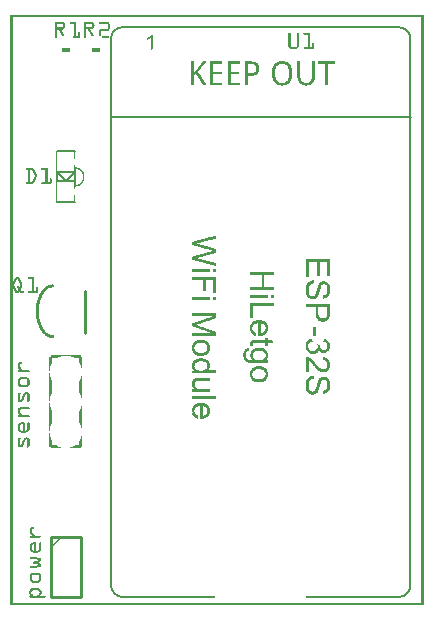
<source format=gto>
G04 MADE WITH FRITZING*
G04 WWW.FRITZING.ORG*
G04 DOUBLE SIDED*
G04 HOLES PLATED*
G04 CONTOUR ON CENTER OF CONTOUR VECTOR*
%ASAXBY*%
%FSLAX23Y23*%
%MOIN*%
%OFA0B0*%
%SFA1.0B1.0*%
%ADD10C,0.010000*%
%ADD11C,0.005000*%
%ADD12C,0.006943*%
%ADD13R,0.001000X0.001000*%
%LNSILK1*%
G90*
G70*
G54D10*
X249Y1048D02*
X249Y908D01*
G54D11*
D02*
X155Y1513D02*
X215Y1513D01*
D02*
X215Y1458D02*
X215Y1443D01*
D02*
X215Y1443D02*
X215Y1413D01*
D02*
X215Y1413D02*
X215Y1398D01*
D02*
X215Y1343D02*
X155Y1343D01*
D02*
X155Y1413D02*
X155Y1443D01*
D02*
X185Y1413D02*
X155Y1443D01*
D02*
X155Y1443D02*
X215Y1443D01*
D02*
X215Y1443D02*
X185Y1413D01*
D02*
X185Y1413D02*
X155Y1413D01*
D02*
X185Y1413D02*
X215Y1413D01*
G54D12*
D02*
X1335Y1628D02*
X335Y1628D01*
G54D10*
D02*
X135Y228D02*
X135Y28D01*
D02*
X135Y28D02*
X235Y28D01*
D02*
X235Y28D02*
X235Y228D01*
D02*
X235Y228D02*
X135Y228D01*
G54D13*
X1Y1968D02*
X1378Y1968D01*
X1Y1967D02*
X1378Y1967D01*
X1Y1966D02*
X1378Y1966D01*
X1Y1965D02*
X1378Y1965D01*
X1Y1964D02*
X1378Y1964D01*
X1Y1963D02*
X1378Y1963D01*
X1Y1962D02*
X1378Y1962D01*
X1Y1961D02*
X1378Y1961D01*
X1Y1960D02*
X8Y1960D01*
X1371Y1960D02*
X1378Y1960D01*
X1Y1959D02*
X8Y1959D01*
X1371Y1959D02*
X1378Y1959D01*
X1Y1958D02*
X8Y1958D01*
X1371Y1958D02*
X1378Y1958D01*
X1Y1957D02*
X8Y1957D01*
X1371Y1957D02*
X1378Y1957D01*
X1Y1956D02*
X8Y1956D01*
X1371Y1956D02*
X1378Y1956D01*
X1Y1955D02*
X8Y1955D01*
X1371Y1955D02*
X1378Y1955D01*
X1Y1954D02*
X8Y1954D01*
X1371Y1954D02*
X1378Y1954D01*
X1Y1953D02*
X8Y1953D01*
X1371Y1953D02*
X1378Y1953D01*
X1Y1952D02*
X8Y1952D01*
X1371Y1952D02*
X1378Y1952D01*
X1Y1951D02*
X8Y1951D01*
X1371Y1951D02*
X1378Y1951D01*
X1Y1950D02*
X8Y1950D01*
X1371Y1950D02*
X1378Y1950D01*
X1Y1949D02*
X8Y1949D01*
X1371Y1949D02*
X1378Y1949D01*
X1Y1948D02*
X8Y1948D01*
X1371Y1948D02*
X1378Y1948D01*
X1Y1947D02*
X8Y1947D01*
X1371Y1947D02*
X1378Y1947D01*
X1Y1946D02*
X8Y1946D01*
X1371Y1946D02*
X1378Y1946D01*
X1Y1945D02*
X8Y1945D01*
X248Y1945D02*
X271Y1945D01*
X300Y1945D02*
X324Y1945D01*
X1371Y1945D02*
X1378Y1945D01*
X1Y1944D02*
X8Y1944D01*
X150Y1944D02*
X176Y1944D01*
X201Y1944D02*
X219Y1944D01*
X247Y1944D02*
X274Y1944D01*
X298Y1944D02*
X327Y1944D01*
X1371Y1944D02*
X1378Y1944D01*
X1Y1943D02*
X8Y1943D01*
X150Y1943D02*
X178Y1943D01*
X200Y1943D02*
X219Y1943D01*
X247Y1943D02*
X276Y1943D01*
X298Y1943D02*
X328Y1943D01*
X1371Y1943D02*
X1378Y1943D01*
X1Y1942D02*
X8Y1942D01*
X150Y1942D02*
X179Y1942D01*
X200Y1942D02*
X219Y1942D01*
X247Y1942D02*
X277Y1942D01*
X297Y1942D02*
X329Y1942D01*
X1371Y1942D02*
X1378Y1942D01*
X1Y1941D02*
X8Y1941D01*
X150Y1941D02*
X180Y1941D01*
X200Y1941D02*
X219Y1941D01*
X247Y1941D02*
X278Y1941D01*
X297Y1941D02*
X330Y1941D01*
X1371Y1941D02*
X1378Y1941D01*
X1Y1940D02*
X8Y1940D01*
X150Y1940D02*
X181Y1940D01*
X200Y1940D02*
X219Y1940D01*
X247Y1940D02*
X279Y1940D01*
X298Y1940D02*
X330Y1940D01*
X1371Y1940D02*
X1378Y1940D01*
X1Y1939D02*
X8Y1939D01*
X150Y1939D02*
X182Y1939D01*
X200Y1939D02*
X219Y1939D01*
X247Y1939D02*
X279Y1939D01*
X298Y1939D02*
X331Y1939D01*
X1371Y1939D02*
X1378Y1939D01*
X1Y1938D02*
X8Y1938D01*
X150Y1938D02*
X182Y1938D01*
X202Y1938D02*
X219Y1938D01*
X247Y1938D02*
X253Y1938D01*
X271Y1938D02*
X280Y1938D01*
X324Y1938D02*
X331Y1938D01*
X1371Y1938D02*
X1378Y1938D01*
X1Y1937D02*
X8Y1937D01*
X150Y1937D02*
X156Y1937D01*
X175Y1937D02*
X183Y1937D01*
X213Y1937D02*
X219Y1937D01*
X247Y1937D02*
X253Y1937D01*
X273Y1937D02*
X280Y1937D01*
X325Y1937D02*
X331Y1937D01*
X1371Y1937D02*
X1378Y1937D01*
X1Y1936D02*
X8Y1936D01*
X150Y1936D02*
X156Y1936D01*
X176Y1936D02*
X183Y1936D01*
X213Y1936D02*
X219Y1936D01*
X247Y1936D02*
X253Y1936D01*
X274Y1936D02*
X280Y1936D01*
X325Y1936D02*
X331Y1936D01*
X1371Y1936D02*
X1378Y1936D01*
X1Y1935D02*
X8Y1935D01*
X150Y1935D02*
X156Y1935D01*
X177Y1935D02*
X183Y1935D01*
X213Y1935D02*
X219Y1935D01*
X247Y1935D02*
X253Y1935D01*
X274Y1935D02*
X280Y1935D01*
X325Y1935D02*
X331Y1935D01*
X1371Y1935D02*
X1378Y1935D01*
X1Y1934D02*
X8Y1934D01*
X150Y1934D02*
X156Y1934D01*
X177Y1934D02*
X183Y1934D01*
X213Y1934D02*
X219Y1934D01*
X247Y1934D02*
X253Y1934D01*
X274Y1934D02*
X281Y1934D01*
X325Y1934D02*
X331Y1934D01*
X1371Y1934D02*
X1378Y1934D01*
X1Y1933D02*
X8Y1933D01*
X150Y1933D02*
X156Y1933D01*
X177Y1933D02*
X183Y1933D01*
X213Y1933D02*
X219Y1933D01*
X247Y1933D02*
X253Y1933D01*
X274Y1933D02*
X281Y1933D01*
X325Y1933D02*
X331Y1933D01*
X1371Y1933D02*
X1378Y1933D01*
X1Y1932D02*
X8Y1932D01*
X150Y1932D02*
X156Y1932D01*
X177Y1932D02*
X183Y1932D01*
X213Y1932D02*
X219Y1932D01*
X247Y1932D02*
X253Y1932D01*
X274Y1932D02*
X281Y1932D01*
X325Y1932D02*
X331Y1932D01*
X1371Y1932D02*
X1378Y1932D01*
X1Y1931D02*
X8Y1931D01*
X150Y1931D02*
X156Y1931D01*
X177Y1931D02*
X183Y1931D01*
X213Y1931D02*
X219Y1931D01*
X247Y1931D02*
X253Y1931D01*
X274Y1931D02*
X281Y1931D01*
X325Y1931D02*
X331Y1931D01*
X1371Y1931D02*
X1378Y1931D01*
X1Y1930D02*
X8Y1930D01*
X150Y1930D02*
X156Y1930D01*
X177Y1930D02*
X183Y1930D01*
X213Y1930D02*
X219Y1930D01*
X247Y1930D02*
X253Y1930D01*
X274Y1930D02*
X280Y1930D01*
X325Y1930D02*
X331Y1930D01*
X371Y1930D02*
X1299Y1930D01*
X1371Y1930D02*
X1378Y1930D01*
X1Y1929D02*
X8Y1929D01*
X150Y1929D02*
X156Y1929D01*
X177Y1929D02*
X183Y1929D01*
X213Y1929D02*
X219Y1929D01*
X247Y1929D02*
X253Y1929D01*
X274Y1929D02*
X280Y1929D01*
X325Y1929D02*
X331Y1929D01*
X365Y1929D02*
X1304Y1929D01*
X1371Y1929D02*
X1378Y1929D01*
X1Y1928D02*
X8Y1928D01*
X150Y1928D02*
X156Y1928D01*
X176Y1928D02*
X183Y1928D01*
X213Y1928D02*
X219Y1928D01*
X247Y1928D02*
X253Y1928D01*
X273Y1928D02*
X280Y1928D01*
X325Y1928D02*
X331Y1928D01*
X362Y1928D02*
X1308Y1928D01*
X1371Y1928D02*
X1378Y1928D01*
X1Y1927D02*
X8Y1927D01*
X150Y1927D02*
X156Y1927D01*
X174Y1927D02*
X183Y1927D01*
X213Y1927D02*
X219Y1927D01*
X247Y1927D02*
X280Y1927D01*
X325Y1927D02*
X331Y1927D01*
X359Y1927D02*
X1311Y1927D01*
X1371Y1927D02*
X1378Y1927D01*
X1Y1926D02*
X8Y1926D01*
X150Y1926D02*
X182Y1926D01*
X213Y1926D02*
X219Y1926D01*
X247Y1926D02*
X279Y1926D01*
X325Y1926D02*
X331Y1926D01*
X357Y1926D02*
X1313Y1926D01*
X1371Y1926D02*
X1378Y1926D01*
X1Y1925D02*
X8Y1925D01*
X150Y1925D02*
X182Y1925D01*
X213Y1925D02*
X219Y1925D01*
X247Y1925D02*
X279Y1925D01*
X325Y1925D02*
X331Y1925D01*
X355Y1925D02*
X1315Y1925D01*
X1371Y1925D02*
X1378Y1925D01*
X1Y1924D02*
X8Y1924D01*
X150Y1924D02*
X181Y1924D01*
X213Y1924D02*
X219Y1924D01*
X247Y1924D02*
X278Y1924D01*
X325Y1924D02*
X331Y1924D01*
X353Y1924D02*
X1316Y1924D01*
X1371Y1924D02*
X1378Y1924D01*
X1Y1923D02*
X8Y1923D01*
X150Y1923D02*
X180Y1923D01*
X213Y1923D02*
X219Y1923D01*
X247Y1923D02*
X277Y1923D01*
X325Y1923D02*
X331Y1923D01*
X352Y1923D02*
X370Y1923D01*
X1300Y1923D02*
X1318Y1923D01*
X1371Y1923D02*
X1378Y1923D01*
X1Y1922D02*
X8Y1922D01*
X150Y1922D02*
X179Y1922D01*
X213Y1922D02*
X219Y1922D01*
X247Y1922D02*
X276Y1922D01*
X325Y1922D02*
X331Y1922D01*
X350Y1922D02*
X364Y1922D01*
X1305Y1922D02*
X1319Y1922D01*
X1371Y1922D02*
X1378Y1922D01*
X1Y1921D02*
X8Y1921D01*
X150Y1921D02*
X177Y1921D01*
X213Y1921D02*
X219Y1921D01*
X247Y1921D02*
X273Y1921D01*
X302Y1921D02*
X331Y1921D01*
X349Y1921D02*
X361Y1921D01*
X1308Y1921D02*
X1321Y1921D01*
X1371Y1921D02*
X1378Y1921D01*
X1Y1920D02*
X8Y1920D01*
X150Y1920D02*
X174Y1920D01*
X213Y1920D02*
X219Y1920D01*
X247Y1920D02*
X253Y1920D01*
X259Y1920D02*
X266Y1920D01*
X300Y1920D02*
X330Y1920D01*
X348Y1920D02*
X359Y1920D01*
X1311Y1920D02*
X1322Y1920D01*
X1371Y1920D02*
X1378Y1920D01*
X1Y1919D02*
X8Y1919D01*
X150Y1919D02*
X156Y1919D01*
X162Y1919D02*
X169Y1919D01*
X213Y1919D02*
X219Y1919D01*
X247Y1919D02*
X253Y1919D01*
X260Y1919D02*
X267Y1919D01*
X299Y1919D02*
X330Y1919D01*
X347Y1919D02*
X357Y1919D01*
X1313Y1919D02*
X1323Y1919D01*
X1371Y1919D02*
X1378Y1919D01*
X1Y1918D02*
X8Y1918D01*
X150Y1918D02*
X156Y1918D01*
X162Y1918D02*
X170Y1918D01*
X213Y1918D02*
X219Y1918D01*
X247Y1918D02*
X253Y1918D01*
X260Y1918D02*
X267Y1918D01*
X298Y1918D02*
X330Y1918D01*
X346Y1918D02*
X355Y1918D01*
X1315Y1918D02*
X1324Y1918D01*
X1371Y1918D02*
X1378Y1918D01*
X1Y1917D02*
X8Y1917D01*
X150Y1917D02*
X156Y1917D01*
X163Y1917D02*
X170Y1917D01*
X213Y1917D02*
X219Y1917D01*
X247Y1917D02*
X253Y1917D01*
X261Y1917D02*
X268Y1917D01*
X298Y1917D02*
X329Y1917D01*
X345Y1917D02*
X354Y1917D01*
X1316Y1917D02*
X1325Y1917D01*
X1371Y1917D02*
X1378Y1917D01*
X1Y1916D02*
X8Y1916D01*
X150Y1916D02*
X156Y1916D01*
X164Y1916D02*
X171Y1916D01*
X213Y1916D02*
X219Y1916D01*
X247Y1916D02*
X253Y1916D01*
X261Y1916D02*
X268Y1916D01*
X297Y1916D02*
X328Y1916D01*
X344Y1916D02*
X352Y1916D01*
X1318Y1916D02*
X1326Y1916D01*
X1371Y1916D02*
X1378Y1916D01*
X1Y1915D02*
X8Y1915D01*
X150Y1915D02*
X156Y1915D01*
X164Y1915D02*
X171Y1915D01*
X213Y1915D02*
X219Y1915D01*
X247Y1915D02*
X253Y1915D01*
X262Y1915D02*
X269Y1915D01*
X297Y1915D02*
X326Y1915D01*
X343Y1915D02*
X351Y1915D01*
X1319Y1915D02*
X1327Y1915D01*
X1371Y1915D02*
X1378Y1915D01*
X1Y1914D02*
X8Y1914D01*
X150Y1914D02*
X156Y1914D01*
X165Y1914D02*
X172Y1914D01*
X213Y1914D02*
X219Y1914D01*
X247Y1914D02*
X253Y1914D01*
X262Y1914D02*
X270Y1914D01*
X297Y1914D02*
X303Y1914D01*
X342Y1914D02*
X350Y1914D01*
X1320Y1914D02*
X1328Y1914D01*
X1371Y1914D02*
X1378Y1914D01*
X1Y1913D02*
X8Y1913D01*
X150Y1913D02*
X156Y1913D01*
X165Y1913D02*
X173Y1913D01*
X213Y1913D02*
X219Y1913D01*
X247Y1913D02*
X253Y1913D01*
X263Y1913D02*
X270Y1913D01*
X297Y1913D02*
X303Y1913D01*
X341Y1913D02*
X349Y1913D01*
X1321Y1913D02*
X1328Y1913D01*
X1371Y1913D02*
X1378Y1913D01*
X1Y1912D02*
X8Y1912D01*
X150Y1912D02*
X156Y1912D01*
X166Y1912D02*
X173Y1912D01*
X213Y1912D02*
X219Y1912D01*
X247Y1912D02*
X253Y1912D01*
X264Y1912D02*
X271Y1912D01*
X297Y1912D02*
X303Y1912D01*
X341Y1912D02*
X348Y1912D01*
X1322Y1912D02*
X1329Y1912D01*
X1371Y1912D02*
X1378Y1912D01*
X1Y1911D02*
X8Y1911D01*
X150Y1911D02*
X156Y1911D01*
X167Y1911D02*
X174Y1911D01*
X213Y1911D02*
X219Y1911D01*
X229Y1911D02*
X231Y1911D01*
X247Y1911D02*
X253Y1911D01*
X264Y1911D02*
X271Y1911D01*
X297Y1911D02*
X303Y1911D01*
X340Y1911D02*
X347Y1911D01*
X1323Y1911D02*
X1330Y1911D01*
X1371Y1911D02*
X1378Y1911D01*
X1Y1910D02*
X8Y1910D01*
X150Y1910D02*
X156Y1910D01*
X167Y1910D02*
X174Y1910D01*
X213Y1910D02*
X219Y1910D01*
X228Y1910D02*
X232Y1910D01*
X247Y1910D02*
X253Y1910D01*
X265Y1910D02*
X272Y1910D01*
X297Y1910D02*
X303Y1910D01*
X339Y1910D02*
X346Y1910D01*
X1324Y1910D02*
X1331Y1910D01*
X1371Y1910D02*
X1378Y1910D01*
X1Y1909D02*
X8Y1909D01*
X150Y1909D02*
X156Y1909D01*
X168Y1909D02*
X175Y1909D01*
X213Y1909D02*
X219Y1909D01*
X227Y1909D02*
X233Y1909D01*
X247Y1909D02*
X253Y1909D01*
X265Y1909D02*
X273Y1909D01*
X297Y1909D02*
X303Y1909D01*
X339Y1909D02*
X345Y1909D01*
X1324Y1909D02*
X1331Y1909D01*
X1371Y1909D02*
X1378Y1909D01*
X1Y1908D02*
X8Y1908D01*
X150Y1908D02*
X156Y1908D01*
X168Y1908D02*
X175Y1908D01*
X213Y1908D02*
X219Y1908D01*
X227Y1908D02*
X233Y1908D01*
X247Y1908D02*
X253Y1908D01*
X266Y1908D02*
X273Y1908D01*
X297Y1908D02*
X303Y1908D01*
X338Y1908D02*
X345Y1908D01*
X929Y1908D02*
X932Y1908D01*
X957Y1908D02*
X960Y1908D01*
X979Y1908D02*
X998Y1908D01*
X1325Y1908D02*
X1332Y1908D01*
X1371Y1908D02*
X1378Y1908D01*
X1Y1907D02*
X8Y1907D01*
X150Y1907D02*
X156Y1907D01*
X169Y1907D02*
X176Y1907D01*
X213Y1907D02*
X219Y1907D01*
X227Y1907D02*
X233Y1907D01*
X247Y1907D02*
X253Y1907D01*
X267Y1907D02*
X274Y1907D01*
X297Y1907D02*
X303Y1907D01*
X337Y1907D02*
X344Y1907D01*
X928Y1907D02*
X933Y1907D01*
X956Y1907D02*
X961Y1907D01*
X978Y1907D02*
X998Y1907D01*
X1326Y1907D02*
X1332Y1907D01*
X1371Y1907D02*
X1378Y1907D01*
X1Y1906D02*
X8Y1906D01*
X150Y1906D02*
X156Y1906D01*
X169Y1906D02*
X177Y1906D01*
X213Y1906D02*
X219Y1906D01*
X227Y1906D02*
X233Y1906D01*
X247Y1906D02*
X253Y1906D01*
X267Y1906D02*
X274Y1906D01*
X297Y1906D02*
X303Y1906D01*
X337Y1906D02*
X343Y1906D01*
X928Y1906D02*
X934Y1906D01*
X955Y1906D02*
X961Y1906D01*
X978Y1906D02*
X998Y1906D01*
X1326Y1906D02*
X1333Y1906D01*
X1371Y1906D02*
X1378Y1906D01*
X1Y1905D02*
X8Y1905D01*
X150Y1905D02*
X156Y1905D01*
X170Y1905D02*
X177Y1905D01*
X213Y1905D02*
X219Y1905D01*
X227Y1905D02*
X233Y1905D01*
X247Y1905D02*
X253Y1905D01*
X268Y1905D02*
X275Y1905D01*
X297Y1905D02*
X303Y1905D01*
X337Y1905D02*
X343Y1905D01*
X928Y1905D02*
X934Y1905D01*
X955Y1905D02*
X961Y1905D01*
X978Y1905D02*
X998Y1905D01*
X1327Y1905D02*
X1333Y1905D01*
X1371Y1905D02*
X1378Y1905D01*
X1Y1904D02*
X8Y1904D01*
X150Y1904D02*
X156Y1904D01*
X171Y1904D02*
X178Y1904D01*
X213Y1904D02*
X219Y1904D01*
X227Y1904D02*
X233Y1904D01*
X247Y1904D02*
X253Y1904D01*
X268Y1904D02*
X275Y1904D01*
X297Y1904D02*
X303Y1904D01*
X336Y1904D02*
X342Y1904D01*
X928Y1904D02*
X934Y1904D01*
X955Y1904D02*
X961Y1904D01*
X978Y1904D02*
X998Y1904D01*
X1327Y1904D02*
X1334Y1904D01*
X1371Y1904D02*
X1378Y1904D01*
X1Y1903D02*
X8Y1903D01*
X150Y1903D02*
X156Y1903D01*
X171Y1903D02*
X178Y1903D01*
X213Y1903D02*
X219Y1903D01*
X227Y1903D02*
X233Y1903D01*
X247Y1903D02*
X253Y1903D01*
X269Y1903D02*
X276Y1903D01*
X297Y1903D02*
X303Y1903D01*
X336Y1903D02*
X342Y1903D01*
X928Y1903D02*
X934Y1903D01*
X955Y1903D02*
X961Y1903D01*
X979Y1903D02*
X998Y1903D01*
X1328Y1903D02*
X1334Y1903D01*
X1371Y1903D02*
X1378Y1903D01*
X1Y1902D02*
X8Y1902D01*
X150Y1902D02*
X156Y1902D01*
X172Y1902D02*
X179Y1902D01*
X213Y1902D02*
X219Y1902D01*
X227Y1902D02*
X233Y1902D01*
X247Y1902D02*
X253Y1902D01*
X269Y1902D02*
X277Y1902D01*
X297Y1902D02*
X303Y1902D01*
X335Y1902D02*
X341Y1902D01*
X470Y1902D02*
X474Y1902D01*
X928Y1902D02*
X934Y1902D01*
X955Y1902D02*
X961Y1902D01*
X980Y1902D02*
X998Y1902D01*
X1328Y1902D02*
X1334Y1902D01*
X1371Y1902D02*
X1378Y1902D01*
X1Y1901D02*
X8Y1901D01*
X150Y1901D02*
X156Y1901D01*
X172Y1901D02*
X180Y1901D01*
X213Y1901D02*
X219Y1901D01*
X227Y1901D02*
X233Y1901D01*
X247Y1901D02*
X253Y1901D01*
X270Y1901D02*
X277Y1901D01*
X297Y1901D02*
X303Y1901D01*
X335Y1901D02*
X341Y1901D01*
X470Y1901D02*
X474Y1901D01*
X928Y1901D02*
X934Y1901D01*
X955Y1901D02*
X961Y1901D01*
X992Y1901D02*
X998Y1901D01*
X1329Y1901D02*
X1335Y1901D01*
X1371Y1901D02*
X1378Y1901D01*
X1Y1900D02*
X8Y1900D01*
X150Y1900D02*
X156Y1900D01*
X173Y1900D02*
X180Y1900D01*
X213Y1900D02*
X219Y1900D01*
X227Y1900D02*
X233Y1900D01*
X247Y1900D02*
X253Y1900D01*
X271Y1900D02*
X278Y1900D01*
X297Y1900D02*
X303Y1900D01*
X335Y1900D02*
X341Y1900D01*
X469Y1900D02*
X474Y1900D01*
X928Y1900D02*
X934Y1900D01*
X955Y1900D02*
X961Y1900D01*
X992Y1900D02*
X998Y1900D01*
X1329Y1900D02*
X1335Y1900D01*
X1371Y1900D02*
X1378Y1900D01*
X1Y1899D02*
X8Y1899D01*
X150Y1899D02*
X156Y1899D01*
X174Y1899D02*
X181Y1899D01*
X213Y1899D02*
X219Y1899D01*
X227Y1899D02*
X233Y1899D01*
X247Y1899D02*
X253Y1899D01*
X271Y1899D02*
X278Y1899D01*
X297Y1899D02*
X303Y1899D01*
X334Y1899D02*
X340Y1899D01*
X468Y1899D02*
X474Y1899D01*
X928Y1899D02*
X934Y1899D01*
X955Y1899D02*
X961Y1899D01*
X992Y1899D02*
X998Y1899D01*
X1329Y1899D02*
X1335Y1899D01*
X1371Y1899D02*
X1378Y1899D01*
X1Y1898D02*
X8Y1898D01*
X150Y1898D02*
X156Y1898D01*
X174Y1898D02*
X181Y1898D01*
X213Y1898D02*
X219Y1898D01*
X227Y1898D02*
X233Y1898D01*
X247Y1898D02*
X253Y1898D01*
X272Y1898D02*
X279Y1898D01*
X297Y1898D02*
X304Y1898D01*
X334Y1898D02*
X340Y1898D01*
X467Y1898D02*
X474Y1898D01*
X928Y1898D02*
X934Y1898D01*
X955Y1898D02*
X961Y1898D01*
X992Y1898D02*
X998Y1898D01*
X1330Y1898D02*
X1336Y1898D01*
X1371Y1898D02*
X1378Y1898D01*
X1Y1897D02*
X8Y1897D01*
X150Y1897D02*
X156Y1897D01*
X175Y1897D02*
X182Y1897D01*
X202Y1897D02*
X233Y1897D01*
X247Y1897D02*
X253Y1897D01*
X272Y1897D02*
X280Y1897D01*
X297Y1897D02*
X329Y1897D01*
X334Y1897D02*
X340Y1897D01*
X466Y1897D02*
X474Y1897D01*
X928Y1897D02*
X934Y1897D01*
X955Y1897D02*
X961Y1897D01*
X992Y1897D02*
X998Y1897D01*
X1330Y1897D02*
X1336Y1897D01*
X1371Y1897D02*
X1378Y1897D01*
X1Y1896D02*
X8Y1896D01*
X150Y1896D02*
X156Y1896D01*
X209Y1896D02*
X233Y1896D01*
X247Y1896D02*
X253Y1896D01*
X308Y1896D02*
X330Y1896D01*
X334Y1896D02*
X340Y1896D01*
X465Y1896D02*
X474Y1896D01*
X928Y1896D02*
X934Y1896D01*
X955Y1896D02*
X961Y1896D01*
X992Y1896D02*
X998Y1896D01*
X1330Y1896D02*
X1336Y1896D01*
X1371Y1896D02*
X1378Y1896D01*
X1Y1895D02*
X8Y1895D01*
X150Y1895D02*
X156Y1895D01*
X209Y1895D02*
X233Y1895D01*
X247Y1895D02*
X253Y1895D01*
X308Y1895D02*
X331Y1895D01*
X333Y1895D02*
X339Y1895D01*
X464Y1895D02*
X474Y1895D01*
X928Y1895D02*
X934Y1895D01*
X955Y1895D02*
X961Y1895D01*
X992Y1895D02*
X998Y1895D01*
X1330Y1895D02*
X1336Y1895D01*
X1371Y1895D02*
X1378Y1895D01*
X1Y1894D02*
X8Y1894D01*
X150Y1894D02*
X156Y1894D01*
X209Y1894D02*
X233Y1894D01*
X247Y1894D02*
X253Y1894D01*
X308Y1894D02*
X331Y1894D01*
X333Y1894D02*
X339Y1894D01*
X462Y1894D02*
X474Y1894D01*
X928Y1894D02*
X934Y1894D01*
X955Y1894D02*
X961Y1894D01*
X992Y1894D02*
X998Y1894D01*
X1331Y1894D02*
X1337Y1894D01*
X1371Y1894D02*
X1378Y1894D01*
X1Y1893D02*
X8Y1893D01*
X150Y1893D02*
X155Y1893D01*
X209Y1893D02*
X233Y1893D01*
X247Y1893D02*
X253Y1893D01*
X308Y1893D02*
X330Y1893D01*
X333Y1893D02*
X339Y1893D01*
X461Y1893D02*
X474Y1893D01*
X928Y1893D02*
X934Y1893D01*
X955Y1893D02*
X961Y1893D01*
X992Y1893D02*
X998Y1893D01*
X1331Y1893D02*
X1337Y1893D01*
X1371Y1893D02*
X1378Y1893D01*
X1Y1892D02*
X8Y1892D01*
X150Y1892D02*
X155Y1892D01*
X209Y1892D02*
X233Y1892D01*
X248Y1892D02*
X252Y1892D01*
X308Y1892D02*
X330Y1892D01*
X333Y1892D02*
X339Y1892D01*
X459Y1892D02*
X474Y1892D01*
X928Y1892D02*
X934Y1892D01*
X955Y1892D02*
X961Y1892D01*
X992Y1892D02*
X998Y1892D01*
X1331Y1892D02*
X1337Y1892D01*
X1371Y1892D02*
X1378Y1892D01*
X1Y1891D02*
X8Y1891D01*
X151Y1891D02*
X154Y1891D01*
X209Y1891D02*
X232Y1891D01*
X250Y1891D02*
X250Y1891D01*
X308Y1891D02*
X328Y1891D01*
X333Y1891D02*
X339Y1891D01*
X458Y1891D02*
X467Y1891D01*
X469Y1891D02*
X474Y1891D01*
X928Y1891D02*
X934Y1891D01*
X955Y1891D02*
X961Y1891D01*
X992Y1891D02*
X998Y1891D01*
X1331Y1891D02*
X1337Y1891D01*
X1371Y1891D02*
X1378Y1891D01*
X1Y1890D02*
X8Y1890D01*
X333Y1890D02*
X339Y1890D01*
X456Y1890D02*
X465Y1890D01*
X469Y1890D02*
X474Y1890D01*
X928Y1890D02*
X934Y1890D01*
X955Y1890D02*
X961Y1890D01*
X992Y1890D02*
X998Y1890D01*
X1331Y1890D02*
X1337Y1890D01*
X1371Y1890D02*
X1378Y1890D01*
X1Y1889D02*
X8Y1889D01*
X333Y1889D02*
X339Y1889D01*
X456Y1889D02*
X464Y1889D01*
X469Y1889D02*
X474Y1889D01*
X928Y1889D02*
X934Y1889D01*
X955Y1889D02*
X961Y1889D01*
X992Y1889D02*
X998Y1889D01*
X1331Y1889D02*
X1337Y1889D01*
X1371Y1889D02*
X1378Y1889D01*
X1Y1888D02*
X8Y1888D01*
X333Y1888D02*
X339Y1888D01*
X456Y1888D02*
X462Y1888D01*
X469Y1888D02*
X474Y1888D01*
X928Y1888D02*
X934Y1888D01*
X955Y1888D02*
X961Y1888D01*
X992Y1888D02*
X998Y1888D01*
X1331Y1888D02*
X1337Y1888D01*
X1371Y1888D02*
X1378Y1888D01*
X1Y1887D02*
X8Y1887D01*
X333Y1887D02*
X339Y1887D01*
X456Y1887D02*
X461Y1887D01*
X469Y1887D02*
X474Y1887D01*
X928Y1887D02*
X934Y1887D01*
X955Y1887D02*
X961Y1887D01*
X992Y1887D02*
X998Y1887D01*
X1331Y1887D02*
X1337Y1887D01*
X1371Y1887D02*
X1378Y1887D01*
X1Y1886D02*
X8Y1886D01*
X333Y1886D02*
X339Y1886D01*
X456Y1886D02*
X459Y1886D01*
X469Y1886D02*
X474Y1886D01*
X928Y1886D02*
X934Y1886D01*
X955Y1886D02*
X961Y1886D01*
X992Y1886D02*
X998Y1886D01*
X1331Y1886D02*
X1337Y1886D01*
X1371Y1886D02*
X1378Y1886D01*
X1Y1885D02*
X8Y1885D01*
X333Y1885D02*
X339Y1885D01*
X456Y1885D02*
X457Y1885D01*
X469Y1885D02*
X474Y1885D01*
X928Y1885D02*
X934Y1885D01*
X955Y1885D02*
X961Y1885D01*
X992Y1885D02*
X998Y1885D01*
X1331Y1885D02*
X1337Y1885D01*
X1371Y1885D02*
X1378Y1885D01*
X1Y1884D02*
X8Y1884D01*
X333Y1884D02*
X339Y1884D01*
X469Y1884D02*
X474Y1884D01*
X928Y1884D02*
X934Y1884D01*
X955Y1884D02*
X961Y1884D01*
X992Y1884D02*
X998Y1884D01*
X1331Y1884D02*
X1337Y1884D01*
X1371Y1884D02*
X1378Y1884D01*
X1Y1883D02*
X8Y1883D01*
X333Y1883D02*
X339Y1883D01*
X469Y1883D02*
X474Y1883D01*
X928Y1883D02*
X934Y1883D01*
X955Y1883D02*
X961Y1883D01*
X992Y1883D02*
X998Y1883D01*
X1331Y1883D02*
X1337Y1883D01*
X1371Y1883D02*
X1378Y1883D01*
X1Y1882D02*
X8Y1882D01*
X333Y1882D02*
X339Y1882D01*
X469Y1882D02*
X474Y1882D01*
X928Y1882D02*
X934Y1882D01*
X955Y1882D02*
X961Y1882D01*
X992Y1882D02*
X998Y1882D01*
X1331Y1882D02*
X1337Y1882D01*
X1371Y1882D02*
X1378Y1882D01*
X1Y1881D02*
X8Y1881D01*
X333Y1881D02*
X339Y1881D01*
X469Y1881D02*
X474Y1881D01*
X928Y1881D02*
X934Y1881D01*
X955Y1881D02*
X961Y1881D01*
X992Y1881D02*
X998Y1881D01*
X1331Y1881D02*
X1337Y1881D01*
X1371Y1881D02*
X1378Y1881D01*
X1Y1880D02*
X8Y1880D01*
X333Y1880D02*
X339Y1880D01*
X469Y1880D02*
X474Y1880D01*
X928Y1880D02*
X934Y1880D01*
X955Y1880D02*
X961Y1880D01*
X992Y1880D02*
X998Y1880D01*
X1331Y1880D02*
X1337Y1880D01*
X1371Y1880D02*
X1378Y1880D01*
X1Y1879D02*
X8Y1879D01*
X333Y1879D02*
X339Y1879D01*
X469Y1879D02*
X474Y1879D01*
X928Y1879D02*
X934Y1879D01*
X955Y1879D02*
X961Y1879D01*
X992Y1879D02*
X998Y1879D01*
X1331Y1879D02*
X1337Y1879D01*
X1371Y1879D02*
X1378Y1879D01*
X1Y1878D02*
X8Y1878D01*
X333Y1878D02*
X339Y1878D01*
X469Y1878D02*
X474Y1878D01*
X928Y1878D02*
X934Y1878D01*
X955Y1878D02*
X961Y1878D01*
X992Y1878D02*
X998Y1878D01*
X1331Y1878D02*
X1337Y1878D01*
X1371Y1878D02*
X1378Y1878D01*
X1Y1877D02*
X8Y1877D01*
X333Y1877D02*
X339Y1877D01*
X469Y1877D02*
X474Y1877D01*
X928Y1877D02*
X934Y1877D01*
X955Y1877D02*
X961Y1877D01*
X992Y1877D02*
X998Y1877D01*
X1331Y1877D02*
X1337Y1877D01*
X1371Y1877D02*
X1378Y1877D01*
X1Y1876D02*
X8Y1876D01*
X333Y1876D02*
X339Y1876D01*
X469Y1876D02*
X474Y1876D01*
X928Y1876D02*
X934Y1876D01*
X955Y1876D02*
X961Y1876D01*
X992Y1876D02*
X998Y1876D01*
X1331Y1876D02*
X1337Y1876D01*
X1371Y1876D02*
X1378Y1876D01*
X1Y1875D02*
X8Y1875D01*
X333Y1875D02*
X339Y1875D01*
X469Y1875D02*
X474Y1875D01*
X928Y1875D02*
X934Y1875D01*
X955Y1875D02*
X961Y1875D01*
X992Y1875D02*
X998Y1875D01*
X1007Y1875D02*
X1010Y1875D01*
X1331Y1875D02*
X1337Y1875D01*
X1371Y1875D02*
X1378Y1875D01*
X1Y1874D02*
X8Y1874D01*
X333Y1874D02*
X339Y1874D01*
X469Y1874D02*
X474Y1874D01*
X928Y1874D02*
X934Y1874D01*
X955Y1874D02*
X961Y1874D01*
X992Y1874D02*
X998Y1874D01*
X1006Y1874D02*
X1011Y1874D01*
X1331Y1874D02*
X1337Y1874D01*
X1371Y1874D02*
X1378Y1874D01*
X1Y1873D02*
X8Y1873D01*
X333Y1873D02*
X339Y1873D01*
X469Y1873D02*
X474Y1873D01*
X928Y1873D02*
X934Y1873D01*
X955Y1873D02*
X961Y1873D01*
X992Y1873D02*
X998Y1873D01*
X1006Y1873D02*
X1011Y1873D01*
X1331Y1873D02*
X1337Y1873D01*
X1371Y1873D02*
X1378Y1873D01*
X1Y1872D02*
X8Y1872D01*
X333Y1872D02*
X339Y1872D01*
X469Y1872D02*
X474Y1872D01*
X928Y1872D02*
X934Y1872D01*
X955Y1872D02*
X961Y1872D01*
X992Y1872D02*
X998Y1872D01*
X1005Y1872D02*
X1011Y1872D01*
X1331Y1872D02*
X1337Y1872D01*
X1371Y1872D02*
X1378Y1872D01*
X1Y1871D02*
X8Y1871D01*
X333Y1871D02*
X339Y1871D01*
X469Y1871D02*
X474Y1871D01*
X928Y1871D02*
X934Y1871D01*
X955Y1871D02*
X961Y1871D01*
X992Y1871D02*
X998Y1871D01*
X1005Y1871D02*
X1011Y1871D01*
X1331Y1871D02*
X1337Y1871D01*
X1371Y1871D02*
X1378Y1871D01*
X1Y1870D02*
X8Y1870D01*
X333Y1870D02*
X339Y1870D01*
X469Y1870D02*
X474Y1870D01*
X928Y1870D02*
X934Y1870D01*
X955Y1870D02*
X961Y1870D01*
X992Y1870D02*
X998Y1870D01*
X1005Y1870D02*
X1011Y1870D01*
X1331Y1870D02*
X1337Y1870D01*
X1371Y1870D02*
X1378Y1870D01*
X1Y1869D02*
X8Y1869D01*
X333Y1869D02*
X339Y1869D01*
X469Y1869D02*
X474Y1869D01*
X928Y1869D02*
X934Y1869D01*
X955Y1869D02*
X961Y1869D01*
X992Y1869D02*
X998Y1869D01*
X1005Y1869D02*
X1011Y1869D01*
X1331Y1869D02*
X1337Y1869D01*
X1371Y1869D02*
X1378Y1869D01*
X1Y1868D02*
X8Y1868D01*
X333Y1868D02*
X339Y1868D01*
X469Y1868D02*
X474Y1868D01*
X928Y1868D02*
X934Y1868D01*
X955Y1868D02*
X961Y1868D01*
X992Y1868D02*
X998Y1868D01*
X1005Y1868D02*
X1011Y1868D01*
X1331Y1868D02*
X1337Y1868D01*
X1371Y1868D02*
X1378Y1868D01*
X1Y1867D02*
X8Y1867D01*
X333Y1867D02*
X339Y1867D01*
X469Y1867D02*
X474Y1867D01*
X928Y1867D02*
X934Y1867D01*
X955Y1867D02*
X961Y1867D01*
X992Y1867D02*
X998Y1867D01*
X1005Y1867D02*
X1011Y1867D01*
X1331Y1867D02*
X1337Y1867D01*
X1371Y1867D02*
X1378Y1867D01*
X1Y1866D02*
X8Y1866D01*
X333Y1866D02*
X339Y1866D01*
X469Y1866D02*
X474Y1866D01*
X928Y1866D02*
X934Y1866D01*
X955Y1866D02*
X961Y1866D01*
X992Y1866D02*
X998Y1866D01*
X1005Y1866D02*
X1011Y1866D01*
X1331Y1866D02*
X1337Y1866D01*
X1371Y1866D02*
X1378Y1866D01*
X1Y1865D02*
X8Y1865D01*
X333Y1865D02*
X339Y1865D01*
X469Y1865D02*
X474Y1865D01*
X928Y1865D02*
X934Y1865D01*
X955Y1865D02*
X961Y1865D01*
X992Y1865D02*
X998Y1865D01*
X1005Y1865D02*
X1011Y1865D01*
X1331Y1865D02*
X1337Y1865D01*
X1371Y1865D02*
X1378Y1865D01*
X1Y1864D02*
X8Y1864D01*
X333Y1864D02*
X339Y1864D01*
X469Y1864D02*
X474Y1864D01*
X928Y1864D02*
X934Y1864D01*
X955Y1864D02*
X961Y1864D01*
X992Y1864D02*
X998Y1864D01*
X1005Y1864D02*
X1011Y1864D01*
X1331Y1864D02*
X1337Y1864D01*
X1371Y1864D02*
X1378Y1864D01*
X1Y1863D02*
X8Y1863D01*
X333Y1863D02*
X339Y1863D01*
X469Y1863D02*
X474Y1863D01*
X928Y1863D02*
X935Y1863D01*
X955Y1863D02*
X961Y1863D01*
X992Y1863D02*
X998Y1863D01*
X1005Y1863D02*
X1011Y1863D01*
X1331Y1863D02*
X1337Y1863D01*
X1371Y1863D02*
X1378Y1863D01*
X1Y1862D02*
X8Y1862D01*
X333Y1862D02*
X339Y1862D01*
X469Y1862D02*
X474Y1862D01*
X928Y1862D02*
X936Y1862D01*
X953Y1862D02*
X961Y1862D01*
X992Y1862D02*
X998Y1862D01*
X1005Y1862D02*
X1011Y1862D01*
X1331Y1862D02*
X1337Y1862D01*
X1371Y1862D02*
X1378Y1862D01*
X1Y1861D02*
X8Y1861D01*
X333Y1861D02*
X339Y1861D01*
X469Y1861D02*
X474Y1861D01*
X929Y1861D02*
X960Y1861D01*
X980Y1861D02*
X1011Y1861D01*
X1331Y1861D02*
X1337Y1861D01*
X1371Y1861D02*
X1378Y1861D01*
X1Y1860D02*
X8Y1860D01*
X333Y1860D02*
X339Y1860D01*
X469Y1860D02*
X474Y1860D01*
X929Y1860D02*
X960Y1860D01*
X979Y1860D02*
X1011Y1860D01*
X1331Y1860D02*
X1337Y1860D01*
X1371Y1860D02*
X1378Y1860D01*
X1Y1859D02*
X8Y1859D01*
X172Y1859D02*
X199Y1859D01*
X272Y1859D02*
X299Y1859D01*
X333Y1859D02*
X339Y1859D01*
X469Y1859D02*
X474Y1859D01*
X930Y1859D02*
X959Y1859D01*
X978Y1859D02*
X1011Y1859D01*
X1331Y1859D02*
X1337Y1859D01*
X1371Y1859D02*
X1378Y1859D01*
X1Y1858D02*
X8Y1858D01*
X172Y1858D02*
X199Y1858D01*
X272Y1858D02*
X299Y1858D01*
X333Y1858D02*
X339Y1858D01*
X469Y1858D02*
X474Y1858D01*
X931Y1858D02*
X959Y1858D01*
X978Y1858D02*
X1011Y1858D01*
X1331Y1858D02*
X1337Y1858D01*
X1371Y1858D02*
X1378Y1858D01*
X1Y1857D02*
X8Y1857D01*
X172Y1857D02*
X199Y1857D01*
X272Y1857D02*
X299Y1857D01*
X333Y1857D02*
X339Y1857D01*
X469Y1857D02*
X474Y1857D01*
X932Y1857D02*
X957Y1857D01*
X978Y1857D02*
X1011Y1857D01*
X1331Y1857D02*
X1337Y1857D01*
X1371Y1857D02*
X1378Y1857D01*
X1Y1856D02*
X8Y1856D01*
X172Y1856D02*
X199Y1856D01*
X272Y1856D02*
X299Y1856D01*
X333Y1856D02*
X339Y1856D01*
X469Y1856D02*
X474Y1856D01*
X933Y1856D02*
X956Y1856D01*
X979Y1856D02*
X1011Y1856D01*
X1331Y1856D02*
X1337Y1856D01*
X1371Y1856D02*
X1378Y1856D01*
X1Y1855D02*
X8Y1855D01*
X172Y1855D02*
X199Y1855D01*
X272Y1855D02*
X299Y1855D01*
X333Y1855D02*
X339Y1855D01*
X469Y1855D02*
X474Y1855D01*
X935Y1855D02*
X954Y1855D01*
X980Y1855D02*
X1010Y1855D01*
X1331Y1855D02*
X1337Y1855D01*
X1371Y1855D02*
X1378Y1855D01*
X1Y1854D02*
X8Y1854D01*
X172Y1854D02*
X199Y1854D01*
X272Y1854D02*
X299Y1854D01*
X333Y1854D02*
X339Y1854D01*
X469Y1854D02*
X474Y1854D01*
X1331Y1854D02*
X1337Y1854D01*
X1371Y1854D02*
X1378Y1854D01*
X1Y1853D02*
X8Y1853D01*
X172Y1853D02*
X199Y1853D01*
X272Y1853D02*
X299Y1853D01*
X333Y1853D02*
X339Y1853D01*
X469Y1853D02*
X473Y1853D01*
X1331Y1853D02*
X1337Y1853D01*
X1371Y1853D02*
X1378Y1853D01*
X1Y1852D02*
X8Y1852D01*
X172Y1852D02*
X199Y1852D01*
X272Y1852D02*
X299Y1852D01*
X333Y1852D02*
X339Y1852D01*
X1331Y1852D02*
X1337Y1852D01*
X1371Y1852D02*
X1378Y1852D01*
X1Y1851D02*
X8Y1851D01*
X172Y1851D02*
X199Y1851D01*
X272Y1851D02*
X299Y1851D01*
X333Y1851D02*
X339Y1851D01*
X1331Y1851D02*
X1337Y1851D01*
X1371Y1851D02*
X1378Y1851D01*
X1Y1850D02*
X8Y1850D01*
X172Y1850D02*
X199Y1850D01*
X272Y1850D02*
X299Y1850D01*
X333Y1850D02*
X339Y1850D01*
X1331Y1850D02*
X1337Y1850D01*
X1371Y1850D02*
X1378Y1850D01*
X1Y1849D02*
X8Y1849D01*
X172Y1849D02*
X199Y1849D01*
X272Y1849D02*
X299Y1849D01*
X333Y1849D02*
X339Y1849D01*
X1331Y1849D02*
X1337Y1849D01*
X1371Y1849D02*
X1378Y1849D01*
X1Y1848D02*
X8Y1848D01*
X172Y1848D02*
X199Y1848D01*
X272Y1848D02*
X299Y1848D01*
X333Y1848D02*
X339Y1848D01*
X1331Y1848D02*
X1337Y1848D01*
X1371Y1848D02*
X1378Y1848D01*
X1Y1847D02*
X8Y1847D01*
X172Y1847D02*
X199Y1847D01*
X272Y1847D02*
X299Y1847D01*
X333Y1847D02*
X339Y1847D01*
X1331Y1847D02*
X1337Y1847D01*
X1371Y1847D02*
X1378Y1847D01*
X1Y1846D02*
X8Y1846D01*
X172Y1846D02*
X199Y1846D01*
X272Y1846D02*
X299Y1846D01*
X333Y1846D02*
X339Y1846D01*
X1331Y1846D02*
X1337Y1846D01*
X1371Y1846D02*
X1378Y1846D01*
X1Y1845D02*
X8Y1845D01*
X333Y1845D02*
X339Y1845D01*
X1331Y1845D02*
X1337Y1845D01*
X1371Y1845D02*
X1378Y1845D01*
X1Y1844D02*
X8Y1844D01*
X333Y1844D02*
X339Y1844D01*
X1331Y1844D02*
X1337Y1844D01*
X1371Y1844D02*
X1378Y1844D01*
X1Y1843D02*
X8Y1843D01*
X333Y1843D02*
X339Y1843D01*
X1331Y1843D02*
X1337Y1843D01*
X1371Y1843D02*
X1378Y1843D01*
X1Y1842D02*
X8Y1842D01*
X333Y1842D02*
X339Y1842D01*
X1331Y1842D02*
X1337Y1842D01*
X1371Y1842D02*
X1378Y1842D01*
X1Y1841D02*
X8Y1841D01*
X333Y1841D02*
X339Y1841D01*
X1331Y1841D02*
X1337Y1841D01*
X1371Y1841D02*
X1378Y1841D01*
X1Y1840D02*
X8Y1840D01*
X333Y1840D02*
X339Y1840D01*
X1331Y1840D02*
X1337Y1840D01*
X1371Y1840D02*
X1378Y1840D01*
X1Y1839D02*
X8Y1839D01*
X333Y1839D02*
X339Y1839D01*
X1331Y1839D02*
X1337Y1839D01*
X1371Y1839D02*
X1378Y1839D01*
X1Y1838D02*
X8Y1838D01*
X333Y1838D02*
X339Y1838D01*
X1331Y1838D02*
X1337Y1838D01*
X1371Y1838D02*
X1378Y1838D01*
X1Y1837D02*
X8Y1837D01*
X333Y1837D02*
X339Y1837D01*
X1331Y1837D02*
X1337Y1837D01*
X1371Y1837D02*
X1378Y1837D01*
X1Y1836D02*
X8Y1836D01*
X333Y1836D02*
X339Y1836D01*
X1331Y1836D02*
X1337Y1836D01*
X1371Y1836D02*
X1378Y1836D01*
X1Y1835D02*
X8Y1835D01*
X333Y1835D02*
X339Y1835D01*
X1331Y1835D02*
X1337Y1835D01*
X1371Y1835D02*
X1378Y1835D01*
X1Y1834D02*
X8Y1834D01*
X333Y1834D02*
X339Y1834D01*
X1331Y1834D02*
X1337Y1834D01*
X1371Y1834D02*
X1378Y1834D01*
X1Y1833D02*
X8Y1833D01*
X333Y1833D02*
X339Y1833D01*
X1331Y1833D02*
X1337Y1833D01*
X1371Y1833D02*
X1378Y1833D01*
X1Y1832D02*
X8Y1832D01*
X333Y1832D02*
X339Y1832D01*
X1331Y1832D02*
X1337Y1832D01*
X1371Y1832D02*
X1378Y1832D01*
X1Y1831D02*
X8Y1831D01*
X333Y1831D02*
X339Y1831D01*
X1331Y1831D02*
X1337Y1831D01*
X1371Y1831D02*
X1378Y1831D01*
X1Y1830D02*
X8Y1830D01*
X333Y1830D02*
X339Y1830D01*
X1331Y1830D02*
X1337Y1830D01*
X1371Y1830D02*
X1378Y1830D01*
X1Y1829D02*
X8Y1829D01*
X333Y1829D02*
X339Y1829D01*
X1331Y1829D02*
X1337Y1829D01*
X1371Y1829D02*
X1378Y1829D01*
X1Y1828D02*
X8Y1828D01*
X333Y1828D02*
X339Y1828D01*
X1331Y1828D02*
X1337Y1828D01*
X1371Y1828D02*
X1378Y1828D01*
X1Y1827D02*
X8Y1827D01*
X333Y1827D02*
X339Y1827D01*
X1331Y1827D02*
X1337Y1827D01*
X1371Y1827D02*
X1378Y1827D01*
X1Y1826D02*
X8Y1826D01*
X333Y1826D02*
X339Y1826D01*
X1331Y1826D02*
X1337Y1826D01*
X1371Y1826D02*
X1378Y1826D01*
X1Y1825D02*
X8Y1825D01*
X333Y1825D02*
X339Y1825D01*
X1331Y1825D02*
X1337Y1825D01*
X1371Y1825D02*
X1378Y1825D01*
X1Y1824D02*
X8Y1824D01*
X333Y1824D02*
X339Y1824D01*
X1331Y1824D02*
X1337Y1824D01*
X1371Y1824D02*
X1378Y1824D01*
X1Y1823D02*
X8Y1823D01*
X333Y1823D02*
X339Y1823D01*
X1331Y1823D02*
X1337Y1823D01*
X1371Y1823D02*
X1378Y1823D01*
X1Y1822D02*
X8Y1822D01*
X333Y1822D02*
X339Y1822D01*
X1331Y1822D02*
X1337Y1822D01*
X1371Y1822D02*
X1378Y1822D01*
X1Y1821D02*
X8Y1821D01*
X333Y1821D02*
X339Y1821D01*
X1331Y1821D02*
X1337Y1821D01*
X1371Y1821D02*
X1378Y1821D01*
X1Y1820D02*
X8Y1820D01*
X333Y1820D02*
X339Y1820D01*
X1331Y1820D02*
X1337Y1820D01*
X1371Y1820D02*
X1378Y1820D01*
X1Y1819D02*
X8Y1819D01*
X333Y1819D02*
X339Y1819D01*
X1331Y1819D02*
X1337Y1819D01*
X1371Y1819D02*
X1378Y1819D01*
X1Y1818D02*
X8Y1818D01*
X333Y1818D02*
X339Y1818D01*
X1331Y1818D02*
X1337Y1818D01*
X1371Y1818D02*
X1378Y1818D01*
X1Y1817D02*
X8Y1817D01*
X333Y1817D02*
X339Y1817D01*
X1331Y1817D02*
X1337Y1817D01*
X1371Y1817D02*
X1378Y1817D01*
X1Y1816D02*
X8Y1816D01*
X333Y1816D02*
X339Y1816D01*
X1331Y1816D02*
X1337Y1816D01*
X1371Y1816D02*
X1378Y1816D01*
X1Y1815D02*
X8Y1815D01*
X333Y1815D02*
X339Y1815D01*
X1331Y1815D02*
X1337Y1815D01*
X1371Y1815D02*
X1378Y1815D01*
X1Y1814D02*
X8Y1814D01*
X333Y1814D02*
X339Y1814D01*
X901Y1814D02*
X912Y1814D01*
X1331Y1814D02*
X1337Y1814D01*
X1371Y1814D02*
X1378Y1814D01*
X1Y1813D02*
X8Y1813D01*
X333Y1813D02*
X339Y1813D01*
X602Y1813D02*
X611Y1813D01*
X643Y1813D02*
X653Y1813D01*
X667Y1813D02*
X706Y1813D01*
X725Y1813D02*
X765Y1813D01*
X784Y1813D02*
X806Y1813D01*
X896Y1813D02*
X917Y1813D01*
X958Y1813D02*
X967Y1813D01*
X1006Y1813D02*
X1015Y1813D01*
X1027Y1813D02*
X1081Y1813D01*
X1331Y1813D02*
X1337Y1813D01*
X1371Y1813D02*
X1378Y1813D01*
X1Y1812D02*
X8Y1812D01*
X333Y1812D02*
X339Y1812D01*
X602Y1812D02*
X611Y1812D01*
X642Y1812D02*
X653Y1812D01*
X667Y1812D02*
X707Y1812D01*
X725Y1812D02*
X765Y1812D01*
X784Y1812D02*
X813Y1812D01*
X893Y1812D02*
X920Y1812D01*
X958Y1812D02*
X967Y1812D01*
X1006Y1812D02*
X1015Y1812D01*
X1027Y1812D02*
X1081Y1812D01*
X1331Y1812D02*
X1337Y1812D01*
X1371Y1812D02*
X1378Y1812D01*
X1Y1811D02*
X8Y1811D01*
X333Y1811D02*
X339Y1811D01*
X602Y1811D02*
X611Y1811D01*
X642Y1811D02*
X652Y1811D01*
X667Y1811D02*
X707Y1811D01*
X725Y1811D02*
X765Y1811D01*
X784Y1811D02*
X817Y1811D01*
X891Y1811D02*
X922Y1811D01*
X958Y1811D02*
X967Y1811D01*
X1006Y1811D02*
X1015Y1811D01*
X1027Y1811D02*
X1081Y1811D01*
X1331Y1811D02*
X1337Y1811D01*
X1371Y1811D02*
X1378Y1811D01*
X1Y1810D02*
X8Y1810D01*
X333Y1810D02*
X339Y1810D01*
X602Y1810D02*
X611Y1810D01*
X641Y1810D02*
X651Y1810D01*
X667Y1810D02*
X707Y1810D01*
X725Y1810D02*
X765Y1810D01*
X784Y1810D02*
X819Y1810D01*
X889Y1810D02*
X924Y1810D01*
X958Y1810D02*
X967Y1810D01*
X1006Y1810D02*
X1015Y1810D01*
X1027Y1810D02*
X1081Y1810D01*
X1331Y1810D02*
X1337Y1810D01*
X1371Y1810D02*
X1378Y1810D01*
X1Y1809D02*
X8Y1809D01*
X333Y1809D02*
X339Y1809D01*
X602Y1809D02*
X611Y1809D01*
X640Y1809D02*
X650Y1809D01*
X667Y1809D02*
X707Y1809D01*
X725Y1809D02*
X765Y1809D01*
X784Y1809D02*
X821Y1809D01*
X887Y1809D02*
X925Y1809D01*
X958Y1809D02*
X967Y1809D01*
X1006Y1809D02*
X1015Y1809D01*
X1027Y1809D02*
X1081Y1809D01*
X1331Y1809D02*
X1337Y1809D01*
X1371Y1809D02*
X1378Y1809D01*
X1Y1808D02*
X8Y1808D01*
X333Y1808D02*
X339Y1808D01*
X602Y1808D02*
X611Y1808D01*
X639Y1808D02*
X650Y1808D01*
X667Y1808D02*
X707Y1808D01*
X725Y1808D02*
X765Y1808D01*
X784Y1808D02*
X822Y1808D01*
X886Y1808D02*
X927Y1808D01*
X958Y1808D02*
X967Y1808D01*
X1006Y1808D02*
X1015Y1808D01*
X1027Y1808D02*
X1081Y1808D01*
X1331Y1808D02*
X1337Y1808D01*
X1371Y1808D02*
X1378Y1808D01*
X1Y1807D02*
X8Y1807D01*
X333Y1807D02*
X339Y1807D01*
X602Y1807D02*
X611Y1807D01*
X638Y1807D02*
X649Y1807D01*
X667Y1807D02*
X707Y1807D01*
X725Y1807D02*
X765Y1807D01*
X784Y1807D02*
X824Y1807D01*
X885Y1807D02*
X928Y1807D01*
X958Y1807D02*
X967Y1807D01*
X1006Y1807D02*
X1015Y1807D01*
X1027Y1807D02*
X1081Y1807D01*
X1331Y1807D02*
X1337Y1807D01*
X1371Y1807D02*
X1378Y1807D01*
X1Y1806D02*
X8Y1806D01*
X333Y1806D02*
X339Y1806D01*
X602Y1806D02*
X611Y1806D01*
X638Y1806D02*
X648Y1806D01*
X667Y1806D02*
X707Y1806D01*
X725Y1806D02*
X765Y1806D01*
X784Y1806D02*
X825Y1806D01*
X883Y1806D02*
X929Y1806D01*
X958Y1806D02*
X967Y1806D01*
X1006Y1806D02*
X1015Y1806D01*
X1027Y1806D02*
X1081Y1806D01*
X1331Y1806D02*
X1337Y1806D01*
X1371Y1806D02*
X1378Y1806D01*
X1Y1805D02*
X8Y1805D01*
X333Y1805D02*
X339Y1805D01*
X602Y1805D02*
X611Y1805D01*
X637Y1805D02*
X647Y1805D01*
X667Y1805D02*
X707Y1805D01*
X725Y1805D02*
X765Y1805D01*
X784Y1805D02*
X826Y1805D01*
X883Y1805D02*
X901Y1805D01*
X912Y1805D02*
X930Y1805D01*
X958Y1805D02*
X967Y1805D01*
X1006Y1805D02*
X1015Y1805D01*
X1027Y1805D02*
X1081Y1805D01*
X1331Y1805D02*
X1337Y1805D01*
X1371Y1805D02*
X1378Y1805D01*
X1Y1804D02*
X8Y1804D01*
X333Y1804D02*
X339Y1804D01*
X602Y1804D02*
X611Y1804D01*
X636Y1804D02*
X646Y1804D01*
X667Y1804D02*
X676Y1804D01*
X725Y1804D02*
X734Y1804D01*
X784Y1804D02*
X793Y1804D01*
X809Y1804D02*
X826Y1804D01*
X882Y1804D02*
X897Y1804D01*
X916Y1804D02*
X931Y1804D01*
X958Y1804D02*
X967Y1804D01*
X1006Y1804D02*
X1015Y1804D01*
X1049Y1804D02*
X1059Y1804D01*
X1331Y1804D02*
X1337Y1804D01*
X1371Y1804D02*
X1378Y1804D01*
X1Y1803D02*
X8Y1803D01*
X333Y1803D02*
X339Y1803D01*
X602Y1803D02*
X611Y1803D01*
X635Y1803D02*
X645Y1803D01*
X667Y1803D02*
X676Y1803D01*
X725Y1803D02*
X734Y1803D01*
X784Y1803D02*
X793Y1803D01*
X812Y1803D02*
X827Y1803D01*
X881Y1803D02*
X895Y1803D01*
X918Y1803D02*
X932Y1803D01*
X958Y1803D02*
X967Y1803D01*
X1006Y1803D02*
X1015Y1803D01*
X1049Y1803D02*
X1059Y1803D01*
X1331Y1803D02*
X1337Y1803D01*
X1371Y1803D02*
X1378Y1803D01*
X1Y1802D02*
X8Y1802D01*
X333Y1802D02*
X339Y1802D01*
X602Y1802D02*
X611Y1802D01*
X634Y1802D02*
X645Y1802D01*
X667Y1802D02*
X676Y1802D01*
X725Y1802D02*
X734Y1802D01*
X784Y1802D02*
X793Y1802D01*
X815Y1802D02*
X828Y1802D01*
X880Y1802D02*
X893Y1802D01*
X920Y1802D02*
X932Y1802D01*
X958Y1802D02*
X967Y1802D01*
X1006Y1802D02*
X1015Y1802D01*
X1049Y1802D02*
X1059Y1802D01*
X1331Y1802D02*
X1337Y1802D01*
X1371Y1802D02*
X1378Y1802D01*
X1Y1801D02*
X8Y1801D01*
X333Y1801D02*
X339Y1801D01*
X602Y1801D02*
X611Y1801D01*
X634Y1801D02*
X644Y1801D01*
X667Y1801D02*
X676Y1801D01*
X725Y1801D02*
X734Y1801D01*
X784Y1801D02*
X793Y1801D01*
X816Y1801D02*
X828Y1801D01*
X879Y1801D02*
X892Y1801D01*
X921Y1801D02*
X933Y1801D01*
X958Y1801D02*
X967Y1801D01*
X1006Y1801D02*
X1015Y1801D01*
X1049Y1801D02*
X1059Y1801D01*
X1331Y1801D02*
X1337Y1801D01*
X1371Y1801D02*
X1378Y1801D01*
X1Y1800D02*
X8Y1800D01*
X333Y1800D02*
X339Y1800D01*
X602Y1800D02*
X611Y1800D01*
X633Y1800D02*
X643Y1800D01*
X667Y1800D02*
X676Y1800D01*
X725Y1800D02*
X734Y1800D01*
X784Y1800D02*
X793Y1800D01*
X817Y1800D02*
X829Y1800D01*
X879Y1800D02*
X891Y1800D01*
X922Y1800D02*
X934Y1800D01*
X958Y1800D02*
X967Y1800D01*
X1006Y1800D02*
X1015Y1800D01*
X1049Y1800D02*
X1059Y1800D01*
X1331Y1800D02*
X1337Y1800D01*
X1371Y1800D02*
X1378Y1800D01*
X1Y1799D02*
X8Y1799D01*
X333Y1799D02*
X339Y1799D01*
X602Y1799D02*
X611Y1799D01*
X632Y1799D02*
X642Y1799D01*
X667Y1799D02*
X676Y1799D01*
X725Y1799D02*
X734Y1799D01*
X784Y1799D02*
X793Y1799D01*
X818Y1799D02*
X829Y1799D01*
X878Y1799D02*
X890Y1799D01*
X923Y1799D02*
X934Y1799D01*
X958Y1799D02*
X967Y1799D01*
X1006Y1799D02*
X1015Y1799D01*
X1049Y1799D02*
X1059Y1799D01*
X1331Y1799D02*
X1337Y1799D01*
X1371Y1799D02*
X1378Y1799D01*
X1Y1798D02*
X8Y1798D01*
X333Y1798D02*
X339Y1798D01*
X602Y1798D02*
X611Y1798D01*
X631Y1798D02*
X641Y1798D01*
X667Y1798D02*
X676Y1798D01*
X725Y1798D02*
X734Y1798D01*
X784Y1798D02*
X793Y1798D01*
X819Y1798D02*
X829Y1798D01*
X878Y1798D02*
X889Y1798D01*
X924Y1798D02*
X935Y1798D01*
X958Y1798D02*
X967Y1798D01*
X1006Y1798D02*
X1015Y1798D01*
X1049Y1798D02*
X1059Y1798D01*
X1331Y1798D02*
X1337Y1798D01*
X1371Y1798D02*
X1378Y1798D01*
X1Y1797D02*
X8Y1797D01*
X333Y1797D02*
X339Y1797D01*
X602Y1797D02*
X611Y1797D01*
X630Y1797D02*
X641Y1797D01*
X667Y1797D02*
X676Y1797D01*
X725Y1797D02*
X734Y1797D01*
X784Y1797D02*
X793Y1797D01*
X819Y1797D02*
X829Y1797D01*
X877Y1797D02*
X888Y1797D01*
X925Y1797D02*
X936Y1797D01*
X958Y1797D02*
X967Y1797D01*
X1006Y1797D02*
X1015Y1797D01*
X1049Y1797D02*
X1059Y1797D01*
X1331Y1797D02*
X1337Y1797D01*
X1371Y1797D02*
X1378Y1797D01*
X1Y1796D02*
X8Y1796D01*
X333Y1796D02*
X339Y1796D01*
X602Y1796D02*
X611Y1796D01*
X630Y1796D02*
X640Y1796D01*
X667Y1796D02*
X676Y1796D01*
X725Y1796D02*
X734Y1796D01*
X784Y1796D02*
X793Y1796D01*
X820Y1796D02*
X830Y1796D01*
X877Y1796D02*
X887Y1796D01*
X926Y1796D02*
X936Y1796D01*
X958Y1796D02*
X967Y1796D01*
X1006Y1796D02*
X1015Y1796D01*
X1049Y1796D02*
X1059Y1796D01*
X1331Y1796D02*
X1337Y1796D01*
X1371Y1796D02*
X1378Y1796D01*
X1Y1795D02*
X8Y1795D01*
X333Y1795D02*
X339Y1795D01*
X602Y1795D02*
X611Y1795D01*
X629Y1795D02*
X639Y1795D01*
X667Y1795D02*
X676Y1795D01*
X725Y1795D02*
X734Y1795D01*
X784Y1795D02*
X793Y1795D01*
X820Y1795D02*
X830Y1795D01*
X876Y1795D02*
X887Y1795D01*
X926Y1795D02*
X936Y1795D01*
X958Y1795D02*
X967Y1795D01*
X1006Y1795D02*
X1015Y1795D01*
X1049Y1795D02*
X1059Y1795D01*
X1331Y1795D02*
X1337Y1795D01*
X1371Y1795D02*
X1378Y1795D01*
X1Y1794D02*
X8Y1794D01*
X333Y1794D02*
X339Y1794D01*
X602Y1794D02*
X611Y1794D01*
X628Y1794D02*
X638Y1794D01*
X667Y1794D02*
X676Y1794D01*
X725Y1794D02*
X734Y1794D01*
X784Y1794D02*
X793Y1794D01*
X820Y1794D02*
X830Y1794D01*
X876Y1794D02*
X886Y1794D01*
X927Y1794D02*
X937Y1794D01*
X958Y1794D02*
X967Y1794D01*
X1006Y1794D02*
X1015Y1794D01*
X1049Y1794D02*
X1059Y1794D01*
X1331Y1794D02*
X1337Y1794D01*
X1371Y1794D02*
X1378Y1794D01*
X1Y1793D02*
X8Y1793D01*
X333Y1793D02*
X339Y1793D01*
X602Y1793D02*
X611Y1793D01*
X627Y1793D02*
X637Y1793D01*
X667Y1793D02*
X676Y1793D01*
X725Y1793D02*
X734Y1793D01*
X784Y1793D02*
X793Y1793D01*
X821Y1793D02*
X830Y1793D01*
X875Y1793D02*
X886Y1793D01*
X927Y1793D02*
X937Y1793D01*
X958Y1793D02*
X967Y1793D01*
X1006Y1793D02*
X1015Y1793D01*
X1049Y1793D02*
X1059Y1793D01*
X1331Y1793D02*
X1337Y1793D01*
X1371Y1793D02*
X1378Y1793D01*
X1Y1792D02*
X8Y1792D01*
X333Y1792D02*
X339Y1792D01*
X602Y1792D02*
X611Y1792D01*
X626Y1792D02*
X636Y1792D01*
X667Y1792D02*
X676Y1792D01*
X725Y1792D02*
X734Y1792D01*
X784Y1792D02*
X793Y1792D01*
X821Y1792D02*
X830Y1792D01*
X875Y1792D02*
X885Y1792D01*
X928Y1792D02*
X938Y1792D01*
X958Y1792D02*
X967Y1792D01*
X1006Y1792D02*
X1015Y1792D01*
X1049Y1792D02*
X1059Y1792D01*
X1331Y1792D02*
X1337Y1792D01*
X1371Y1792D02*
X1378Y1792D01*
X1Y1791D02*
X8Y1791D01*
X333Y1791D02*
X339Y1791D01*
X602Y1791D02*
X611Y1791D01*
X626Y1791D02*
X636Y1791D01*
X667Y1791D02*
X676Y1791D01*
X725Y1791D02*
X734Y1791D01*
X784Y1791D02*
X793Y1791D01*
X821Y1791D02*
X830Y1791D01*
X875Y1791D02*
X885Y1791D01*
X928Y1791D02*
X938Y1791D01*
X958Y1791D02*
X967Y1791D01*
X1006Y1791D02*
X1015Y1791D01*
X1049Y1791D02*
X1059Y1791D01*
X1331Y1791D02*
X1337Y1791D01*
X1371Y1791D02*
X1378Y1791D01*
X1Y1790D02*
X8Y1790D01*
X333Y1790D02*
X339Y1790D01*
X602Y1790D02*
X611Y1790D01*
X625Y1790D02*
X635Y1790D01*
X667Y1790D02*
X676Y1790D01*
X725Y1790D02*
X734Y1790D01*
X784Y1790D02*
X793Y1790D01*
X821Y1790D02*
X830Y1790D01*
X874Y1790D02*
X885Y1790D01*
X928Y1790D02*
X938Y1790D01*
X958Y1790D02*
X967Y1790D01*
X1006Y1790D02*
X1015Y1790D01*
X1049Y1790D02*
X1059Y1790D01*
X1331Y1790D02*
X1337Y1790D01*
X1371Y1790D02*
X1378Y1790D01*
X1Y1789D02*
X8Y1789D01*
X333Y1789D02*
X339Y1789D01*
X602Y1789D02*
X611Y1789D01*
X624Y1789D02*
X634Y1789D01*
X667Y1789D02*
X676Y1789D01*
X725Y1789D02*
X734Y1789D01*
X784Y1789D02*
X793Y1789D01*
X821Y1789D02*
X830Y1789D01*
X874Y1789D02*
X884Y1789D01*
X929Y1789D02*
X938Y1789D01*
X958Y1789D02*
X967Y1789D01*
X1006Y1789D02*
X1015Y1789D01*
X1049Y1789D02*
X1059Y1789D01*
X1331Y1789D02*
X1337Y1789D01*
X1371Y1789D02*
X1378Y1789D01*
X1Y1788D02*
X8Y1788D01*
X333Y1788D02*
X339Y1788D01*
X602Y1788D02*
X611Y1788D01*
X623Y1788D02*
X633Y1788D01*
X667Y1788D02*
X676Y1788D01*
X725Y1788D02*
X734Y1788D01*
X784Y1788D02*
X793Y1788D01*
X821Y1788D02*
X830Y1788D01*
X874Y1788D02*
X884Y1788D01*
X929Y1788D02*
X939Y1788D01*
X958Y1788D02*
X967Y1788D01*
X1006Y1788D02*
X1015Y1788D01*
X1049Y1788D02*
X1059Y1788D01*
X1331Y1788D02*
X1337Y1788D01*
X1371Y1788D02*
X1378Y1788D01*
X1Y1787D02*
X8Y1787D01*
X333Y1787D02*
X339Y1787D01*
X602Y1787D02*
X611Y1787D01*
X622Y1787D02*
X632Y1787D01*
X667Y1787D02*
X676Y1787D01*
X725Y1787D02*
X734Y1787D01*
X784Y1787D02*
X793Y1787D01*
X821Y1787D02*
X830Y1787D01*
X874Y1787D02*
X884Y1787D01*
X929Y1787D02*
X939Y1787D01*
X958Y1787D02*
X967Y1787D01*
X1006Y1787D02*
X1015Y1787D01*
X1049Y1787D02*
X1059Y1787D01*
X1331Y1787D02*
X1337Y1787D01*
X1371Y1787D02*
X1378Y1787D01*
X1Y1786D02*
X8Y1786D01*
X333Y1786D02*
X339Y1786D01*
X602Y1786D02*
X611Y1786D01*
X622Y1786D02*
X632Y1786D01*
X667Y1786D02*
X676Y1786D01*
X725Y1786D02*
X734Y1786D01*
X784Y1786D02*
X793Y1786D01*
X821Y1786D02*
X830Y1786D01*
X874Y1786D02*
X883Y1786D01*
X929Y1786D02*
X939Y1786D01*
X958Y1786D02*
X967Y1786D01*
X1006Y1786D02*
X1015Y1786D01*
X1049Y1786D02*
X1059Y1786D01*
X1331Y1786D02*
X1337Y1786D01*
X1371Y1786D02*
X1378Y1786D01*
X1Y1785D02*
X8Y1785D01*
X333Y1785D02*
X339Y1785D01*
X602Y1785D02*
X611Y1785D01*
X621Y1785D02*
X631Y1785D01*
X667Y1785D02*
X676Y1785D01*
X725Y1785D02*
X734Y1785D01*
X784Y1785D02*
X793Y1785D01*
X820Y1785D02*
X830Y1785D01*
X873Y1785D02*
X883Y1785D01*
X930Y1785D02*
X939Y1785D01*
X958Y1785D02*
X967Y1785D01*
X1006Y1785D02*
X1015Y1785D01*
X1049Y1785D02*
X1059Y1785D01*
X1331Y1785D02*
X1337Y1785D01*
X1371Y1785D02*
X1378Y1785D01*
X1Y1784D02*
X8Y1784D01*
X333Y1784D02*
X339Y1784D01*
X602Y1784D02*
X611Y1784D01*
X620Y1784D02*
X630Y1784D01*
X667Y1784D02*
X676Y1784D01*
X725Y1784D02*
X734Y1784D01*
X784Y1784D02*
X793Y1784D01*
X820Y1784D02*
X830Y1784D01*
X873Y1784D02*
X883Y1784D01*
X930Y1784D02*
X939Y1784D01*
X958Y1784D02*
X967Y1784D01*
X1006Y1784D02*
X1015Y1784D01*
X1049Y1784D02*
X1059Y1784D01*
X1331Y1784D02*
X1337Y1784D01*
X1371Y1784D02*
X1378Y1784D01*
X1Y1783D02*
X8Y1783D01*
X333Y1783D02*
X339Y1783D01*
X602Y1783D02*
X611Y1783D01*
X619Y1783D02*
X629Y1783D01*
X667Y1783D02*
X676Y1783D01*
X725Y1783D02*
X734Y1783D01*
X784Y1783D02*
X793Y1783D01*
X820Y1783D02*
X829Y1783D01*
X873Y1783D02*
X883Y1783D01*
X930Y1783D02*
X940Y1783D01*
X958Y1783D02*
X967Y1783D01*
X1006Y1783D02*
X1015Y1783D01*
X1049Y1783D02*
X1059Y1783D01*
X1331Y1783D02*
X1337Y1783D01*
X1371Y1783D02*
X1378Y1783D01*
X1Y1782D02*
X8Y1782D01*
X333Y1782D02*
X339Y1782D01*
X602Y1782D02*
X611Y1782D01*
X618Y1782D02*
X628Y1782D01*
X667Y1782D02*
X676Y1782D01*
X725Y1782D02*
X734Y1782D01*
X784Y1782D02*
X793Y1782D01*
X820Y1782D02*
X829Y1782D01*
X873Y1782D02*
X883Y1782D01*
X930Y1782D02*
X940Y1782D01*
X958Y1782D02*
X967Y1782D01*
X1006Y1782D02*
X1015Y1782D01*
X1049Y1782D02*
X1059Y1782D01*
X1331Y1782D02*
X1337Y1782D01*
X1371Y1782D02*
X1378Y1782D01*
X1Y1781D02*
X8Y1781D01*
X333Y1781D02*
X339Y1781D01*
X602Y1781D02*
X611Y1781D01*
X618Y1781D02*
X627Y1781D01*
X667Y1781D02*
X676Y1781D01*
X725Y1781D02*
X734Y1781D01*
X784Y1781D02*
X793Y1781D01*
X819Y1781D02*
X829Y1781D01*
X873Y1781D02*
X883Y1781D01*
X930Y1781D02*
X940Y1781D01*
X958Y1781D02*
X967Y1781D01*
X1006Y1781D02*
X1015Y1781D01*
X1049Y1781D02*
X1059Y1781D01*
X1331Y1781D02*
X1337Y1781D01*
X1371Y1781D02*
X1378Y1781D01*
X1Y1780D02*
X8Y1780D01*
X333Y1780D02*
X339Y1780D01*
X602Y1780D02*
X611Y1780D01*
X617Y1780D02*
X627Y1780D01*
X667Y1780D02*
X676Y1780D01*
X725Y1780D02*
X734Y1780D01*
X784Y1780D02*
X793Y1780D01*
X819Y1780D02*
X829Y1780D01*
X873Y1780D02*
X883Y1780D01*
X930Y1780D02*
X940Y1780D01*
X958Y1780D02*
X967Y1780D01*
X1006Y1780D02*
X1015Y1780D01*
X1049Y1780D02*
X1059Y1780D01*
X1331Y1780D02*
X1337Y1780D01*
X1371Y1780D02*
X1378Y1780D01*
X1Y1779D02*
X8Y1779D01*
X333Y1779D02*
X339Y1779D01*
X602Y1779D02*
X611Y1779D01*
X616Y1779D02*
X626Y1779D01*
X667Y1779D02*
X705Y1779D01*
X725Y1779D02*
X763Y1779D01*
X784Y1779D02*
X793Y1779D01*
X818Y1779D02*
X828Y1779D01*
X873Y1779D02*
X882Y1779D01*
X930Y1779D02*
X940Y1779D01*
X958Y1779D02*
X967Y1779D01*
X1006Y1779D02*
X1015Y1779D01*
X1049Y1779D02*
X1059Y1779D01*
X1331Y1779D02*
X1337Y1779D01*
X1371Y1779D02*
X1378Y1779D01*
X1Y1778D02*
X8Y1778D01*
X333Y1778D02*
X339Y1778D01*
X602Y1778D02*
X611Y1778D01*
X616Y1778D02*
X626Y1778D01*
X667Y1778D02*
X705Y1778D01*
X725Y1778D02*
X763Y1778D01*
X784Y1778D02*
X793Y1778D01*
X817Y1778D02*
X828Y1778D01*
X873Y1778D02*
X882Y1778D01*
X930Y1778D02*
X940Y1778D01*
X958Y1778D02*
X967Y1778D01*
X1006Y1778D02*
X1015Y1778D01*
X1049Y1778D02*
X1059Y1778D01*
X1331Y1778D02*
X1337Y1778D01*
X1371Y1778D02*
X1378Y1778D01*
X1Y1777D02*
X8Y1777D01*
X333Y1777D02*
X339Y1777D01*
X602Y1777D02*
X611Y1777D01*
X615Y1777D02*
X627Y1777D01*
X667Y1777D02*
X705Y1777D01*
X725Y1777D02*
X763Y1777D01*
X784Y1777D02*
X793Y1777D01*
X816Y1777D02*
X827Y1777D01*
X873Y1777D02*
X882Y1777D01*
X930Y1777D02*
X940Y1777D01*
X958Y1777D02*
X967Y1777D01*
X1006Y1777D02*
X1015Y1777D01*
X1049Y1777D02*
X1059Y1777D01*
X1331Y1777D02*
X1337Y1777D01*
X1371Y1777D02*
X1378Y1777D01*
X1Y1776D02*
X8Y1776D01*
X333Y1776D02*
X339Y1776D01*
X602Y1776D02*
X611Y1776D01*
X614Y1776D02*
X627Y1776D01*
X667Y1776D02*
X705Y1776D01*
X725Y1776D02*
X763Y1776D01*
X784Y1776D02*
X793Y1776D01*
X814Y1776D02*
X827Y1776D01*
X873Y1776D02*
X882Y1776D01*
X931Y1776D02*
X940Y1776D01*
X958Y1776D02*
X967Y1776D01*
X1006Y1776D02*
X1015Y1776D01*
X1049Y1776D02*
X1059Y1776D01*
X1331Y1776D02*
X1337Y1776D01*
X1371Y1776D02*
X1378Y1776D01*
X1Y1775D02*
X8Y1775D01*
X333Y1775D02*
X339Y1775D01*
X602Y1775D02*
X611Y1775D01*
X613Y1775D02*
X628Y1775D01*
X667Y1775D02*
X705Y1775D01*
X725Y1775D02*
X763Y1775D01*
X784Y1775D02*
X793Y1775D01*
X812Y1775D02*
X826Y1775D01*
X873Y1775D02*
X882Y1775D01*
X931Y1775D02*
X940Y1775D01*
X958Y1775D02*
X967Y1775D01*
X1006Y1775D02*
X1015Y1775D01*
X1049Y1775D02*
X1059Y1775D01*
X1331Y1775D02*
X1337Y1775D01*
X1371Y1775D02*
X1378Y1775D01*
X1Y1774D02*
X8Y1774D01*
X333Y1774D02*
X339Y1774D01*
X602Y1774D02*
X629Y1774D01*
X667Y1774D02*
X705Y1774D01*
X725Y1774D02*
X763Y1774D01*
X784Y1774D02*
X793Y1774D01*
X809Y1774D02*
X825Y1774D01*
X873Y1774D02*
X882Y1774D01*
X931Y1774D02*
X940Y1774D01*
X958Y1774D02*
X967Y1774D01*
X1006Y1774D02*
X1015Y1774D01*
X1049Y1774D02*
X1059Y1774D01*
X1331Y1774D02*
X1337Y1774D01*
X1371Y1774D02*
X1378Y1774D01*
X1Y1773D02*
X8Y1773D01*
X333Y1773D02*
X339Y1773D01*
X602Y1773D02*
X629Y1773D01*
X667Y1773D02*
X705Y1773D01*
X725Y1773D02*
X763Y1773D01*
X784Y1773D02*
X824Y1773D01*
X873Y1773D02*
X882Y1773D01*
X931Y1773D02*
X940Y1773D01*
X958Y1773D02*
X967Y1773D01*
X1006Y1773D02*
X1015Y1773D01*
X1049Y1773D02*
X1059Y1773D01*
X1331Y1773D02*
X1337Y1773D01*
X1371Y1773D02*
X1378Y1773D01*
X1Y1772D02*
X8Y1772D01*
X333Y1772D02*
X339Y1772D01*
X602Y1772D02*
X630Y1772D01*
X667Y1772D02*
X705Y1772D01*
X725Y1772D02*
X763Y1772D01*
X784Y1772D02*
X823Y1772D01*
X873Y1772D02*
X882Y1772D01*
X931Y1772D02*
X940Y1772D01*
X958Y1772D02*
X967Y1772D01*
X1006Y1772D02*
X1015Y1772D01*
X1049Y1772D02*
X1059Y1772D01*
X1331Y1772D02*
X1337Y1772D01*
X1371Y1772D02*
X1378Y1772D01*
X1Y1771D02*
X8Y1771D01*
X333Y1771D02*
X339Y1771D01*
X602Y1771D02*
X618Y1771D01*
X620Y1771D02*
X630Y1771D01*
X667Y1771D02*
X704Y1771D01*
X725Y1771D02*
X763Y1771D01*
X784Y1771D02*
X822Y1771D01*
X873Y1771D02*
X882Y1771D01*
X930Y1771D02*
X940Y1771D01*
X958Y1771D02*
X967Y1771D01*
X1006Y1771D02*
X1015Y1771D01*
X1049Y1771D02*
X1059Y1771D01*
X1331Y1771D02*
X1337Y1771D01*
X1371Y1771D02*
X1378Y1771D01*
X1Y1770D02*
X8Y1770D01*
X333Y1770D02*
X339Y1770D01*
X602Y1770D02*
X617Y1770D01*
X621Y1770D02*
X631Y1770D01*
X667Y1770D02*
X676Y1770D01*
X725Y1770D02*
X734Y1770D01*
X784Y1770D02*
X821Y1770D01*
X873Y1770D02*
X882Y1770D01*
X930Y1770D02*
X940Y1770D01*
X958Y1770D02*
X967Y1770D01*
X1006Y1770D02*
X1015Y1770D01*
X1049Y1770D02*
X1059Y1770D01*
X1331Y1770D02*
X1337Y1770D01*
X1371Y1770D02*
X1378Y1770D01*
X1Y1769D02*
X8Y1769D01*
X333Y1769D02*
X339Y1769D01*
X602Y1769D02*
X616Y1769D01*
X622Y1769D02*
X632Y1769D01*
X667Y1769D02*
X676Y1769D01*
X725Y1769D02*
X734Y1769D01*
X784Y1769D02*
X819Y1769D01*
X873Y1769D02*
X882Y1769D01*
X930Y1769D02*
X940Y1769D01*
X958Y1769D02*
X967Y1769D01*
X1006Y1769D02*
X1015Y1769D01*
X1049Y1769D02*
X1059Y1769D01*
X1331Y1769D02*
X1337Y1769D01*
X1371Y1769D02*
X1378Y1769D01*
X1Y1768D02*
X8Y1768D01*
X333Y1768D02*
X339Y1768D01*
X602Y1768D02*
X614Y1768D01*
X622Y1768D02*
X632Y1768D01*
X667Y1768D02*
X676Y1768D01*
X725Y1768D02*
X734Y1768D01*
X784Y1768D02*
X818Y1768D01*
X873Y1768D02*
X883Y1768D01*
X930Y1768D02*
X940Y1768D01*
X958Y1768D02*
X967Y1768D01*
X1006Y1768D02*
X1015Y1768D01*
X1049Y1768D02*
X1059Y1768D01*
X1331Y1768D02*
X1337Y1768D01*
X1371Y1768D02*
X1378Y1768D01*
X1Y1767D02*
X8Y1767D01*
X333Y1767D02*
X339Y1767D01*
X602Y1767D02*
X613Y1767D01*
X623Y1767D02*
X633Y1767D01*
X667Y1767D02*
X676Y1767D01*
X725Y1767D02*
X734Y1767D01*
X784Y1767D02*
X815Y1767D01*
X873Y1767D02*
X883Y1767D01*
X930Y1767D02*
X940Y1767D01*
X958Y1767D02*
X967Y1767D01*
X1006Y1767D02*
X1015Y1767D01*
X1049Y1767D02*
X1059Y1767D01*
X1331Y1767D02*
X1337Y1767D01*
X1371Y1767D02*
X1378Y1767D01*
X1Y1766D02*
X8Y1766D01*
X333Y1766D02*
X339Y1766D01*
X602Y1766D02*
X612Y1766D01*
X624Y1766D02*
X634Y1766D01*
X667Y1766D02*
X676Y1766D01*
X725Y1766D02*
X734Y1766D01*
X784Y1766D02*
X812Y1766D01*
X873Y1766D02*
X883Y1766D01*
X930Y1766D02*
X940Y1766D01*
X958Y1766D02*
X967Y1766D01*
X1006Y1766D02*
X1015Y1766D01*
X1049Y1766D02*
X1059Y1766D01*
X1331Y1766D02*
X1337Y1766D01*
X1371Y1766D02*
X1378Y1766D01*
X1Y1765D02*
X8Y1765D01*
X333Y1765D02*
X339Y1765D01*
X602Y1765D02*
X611Y1765D01*
X624Y1765D02*
X634Y1765D01*
X667Y1765D02*
X676Y1765D01*
X725Y1765D02*
X734Y1765D01*
X784Y1765D02*
X806Y1765D01*
X873Y1765D02*
X883Y1765D01*
X930Y1765D02*
X940Y1765D01*
X958Y1765D02*
X967Y1765D01*
X1006Y1765D02*
X1015Y1765D01*
X1049Y1765D02*
X1059Y1765D01*
X1331Y1765D02*
X1337Y1765D01*
X1371Y1765D02*
X1378Y1765D01*
X1Y1764D02*
X8Y1764D01*
X333Y1764D02*
X339Y1764D01*
X602Y1764D02*
X611Y1764D01*
X625Y1764D02*
X635Y1764D01*
X667Y1764D02*
X676Y1764D01*
X725Y1764D02*
X734Y1764D01*
X784Y1764D02*
X793Y1764D01*
X873Y1764D02*
X883Y1764D01*
X930Y1764D02*
X940Y1764D01*
X958Y1764D02*
X967Y1764D01*
X1006Y1764D02*
X1015Y1764D01*
X1049Y1764D02*
X1059Y1764D01*
X1331Y1764D02*
X1337Y1764D01*
X1371Y1764D02*
X1378Y1764D01*
X1Y1763D02*
X8Y1763D01*
X333Y1763D02*
X339Y1763D01*
X602Y1763D02*
X611Y1763D01*
X625Y1763D02*
X636Y1763D01*
X667Y1763D02*
X676Y1763D01*
X725Y1763D02*
X734Y1763D01*
X784Y1763D02*
X793Y1763D01*
X873Y1763D02*
X883Y1763D01*
X930Y1763D02*
X939Y1763D01*
X958Y1763D02*
X967Y1763D01*
X1006Y1763D02*
X1015Y1763D01*
X1049Y1763D02*
X1059Y1763D01*
X1331Y1763D02*
X1337Y1763D01*
X1371Y1763D02*
X1378Y1763D01*
X1Y1762D02*
X8Y1762D01*
X333Y1762D02*
X339Y1762D01*
X602Y1762D02*
X611Y1762D01*
X626Y1762D02*
X636Y1762D01*
X667Y1762D02*
X676Y1762D01*
X725Y1762D02*
X734Y1762D01*
X784Y1762D02*
X793Y1762D01*
X874Y1762D02*
X883Y1762D01*
X930Y1762D02*
X939Y1762D01*
X958Y1762D02*
X967Y1762D01*
X1006Y1762D02*
X1015Y1762D01*
X1049Y1762D02*
X1059Y1762D01*
X1331Y1762D02*
X1337Y1762D01*
X1371Y1762D02*
X1378Y1762D01*
X1Y1761D02*
X8Y1761D01*
X333Y1761D02*
X339Y1761D01*
X602Y1761D02*
X611Y1761D01*
X627Y1761D02*
X637Y1761D01*
X667Y1761D02*
X676Y1761D01*
X725Y1761D02*
X734Y1761D01*
X784Y1761D02*
X793Y1761D01*
X874Y1761D02*
X884Y1761D01*
X929Y1761D02*
X939Y1761D01*
X958Y1761D02*
X967Y1761D01*
X1006Y1761D02*
X1015Y1761D01*
X1049Y1761D02*
X1059Y1761D01*
X1331Y1761D02*
X1337Y1761D01*
X1371Y1761D02*
X1378Y1761D01*
X1Y1760D02*
X8Y1760D01*
X333Y1760D02*
X339Y1760D01*
X602Y1760D02*
X611Y1760D01*
X627Y1760D02*
X638Y1760D01*
X667Y1760D02*
X676Y1760D01*
X725Y1760D02*
X734Y1760D01*
X784Y1760D02*
X793Y1760D01*
X874Y1760D02*
X884Y1760D01*
X929Y1760D02*
X939Y1760D01*
X958Y1760D02*
X967Y1760D01*
X1005Y1760D02*
X1015Y1760D01*
X1049Y1760D02*
X1059Y1760D01*
X1331Y1760D02*
X1337Y1760D01*
X1371Y1760D02*
X1378Y1760D01*
X1Y1759D02*
X8Y1759D01*
X333Y1759D02*
X339Y1759D01*
X602Y1759D02*
X611Y1759D01*
X628Y1759D02*
X638Y1759D01*
X667Y1759D02*
X676Y1759D01*
X725Y1759D02*
X734Y1759D01*
X784Y1759D02*
X793Y1759D01*
X874Y1759D02*
X884Y1759D01*
X929Y1759D02*
X939Y1759D01*
X958Y1759D02*
X967Y1759D01*
X1005Y1759D02*
X1015Y1759D01*
X1049Y1759D02*
X1059Y1759D01*
X1331Y1759D02*
X1337Y1759D01*
X1371Y1759D02*
X1378Y1759D01*
X1Y1758D02*
X8Y1758D01*
X333Y1758D02*
X339Y1758D01*
X602Y1758D02*
X611Y1758D01*
X629Y1758D02*
X639Y1758D01*
X667Y1758D02*
X676Y1758D01*
X725Y1758D02*
X734Y1758D01*
X784Y1758D02*
X793Y1758D01*
X874Y1758D02*
X884Y1758D01*
X929Y1758D02*
X938Y1758D01*
X958Y1758D02*
X968Y1758D01*
X1005Y1758D02*
X1014Y1758D01*
X1049Y1758D02*
X1059Y1758D01*
X1331Y1758D02*
X1337Y1758D01*
X1371Y1758D02*
X1378Y1758D01*
X1Y1757D02*
X8Y1757D01*
X333Y1757D02*
X339Y1757D01*
X602Y1757D02*
X611Y1757D01*
X629Y1757D02*
X640Y1757D01*
X667Y1757D02*
X676Y1757D01*
X725Y1757D02*
X734Y1757D01*
X784Y1757D02*
X793Y1757D01*
X875Y1757D02*
X885Y1757D01*
X928Y1757D02*
X938Y1757D01*
X958Y1757D02*
X968Y1757D01*
X1005Y1757D02*
X1014Y1757D01*
X1049Y1757D02*
X1059Y1757D01*
X1331Y1757D02*
X1337Y1757D01*
X1371Y1757D02*
X1378Y1757D01*
X1Y1756D02*
X8Y1756D01*
X333Y1756D02*
X339Y1756D01*
X602Y1756D02*
X611Y1756D01*
X630Y1756D02*
X640Y1756D01*
X667Y1756D02*
X676Y1756D01*
X725Y1756D02*
X734Y1756D01*
X784Y1756D02*
X793Y1756D01*
X875Y1756D02*
X885Y1756D01*
X928Y1756D02*
X938Y1756D01*
X959Y1756D02*
X968Y1756D01*
X1005Y1756D02*
X1014Y1756D01*
X1049Y1756D02*
X1059Y1756D01*
X1331Y1756D02*
X1337Y1756D01*
X1371Y1756D02*
X1378Y1756D01*
X1Y1755D02*
X8Y1755D01*
X333Y1755D02*
X339Y1755D01*
X602Y1755D02*
X611Y1755D01*
X631Y1755D02*
X641Y1755D01*
X667Y1755D02*
X676Y1755D01*
X725Y1755D02*
X734Y1755D01*
X784Y1755D02*
X793Y1755D01*
X875Y1755D02*
X885Y1755D01*
X928Y1755D02*
X937Y1755D01*
X959Y1755D02*
X968Y1755D01*
X1005Y1755D02*
X1014Y1755D01*
X1049Y1755D02*
X1059Y1755D01*
X1331Y1755D02*
X1337Y1755D01*
X1371Y1755D02*
X1378Y1755D01*
X1Y1754D02*
X8Y1754D01*
X333Y1754D02*
X339Y1754D01*
X602Y1754D02*
X611Y1754D01*
X631Y1754D02*
X642Y1754D01*
X667Y1754D02*
X676Y1754D01*
X725Y1754D02*
X734Y1754D01*
X784Y1754D02*
X793Y1754D01*
X876Y1754D02*
X886Y1754D01*
X927Y1754D02*
X937Y1754D01*
X959Y1754D02*
X968Y1754D01*
X1005Y1754D02*
X1014Y1754D01*
X1049Y1754D02*
X1059Y1754D01*
X1331Y1754D02*
X1337Y1754D01*
X1371Y1754D02*
X1378Y1754D01*
X1Y1753D02*
X8Y1753D01*
X333Y1753D02*
X339Y1753D01*
X602Y1753D02*
X611Y1753D01*
X632Y1753D02*
X642Y1753D01*
X667Y1753D02*
X676Y1753D01*
X725Y1753D02*
X734Y1753D01*
X784Y1753D02*
X793Y1753D01*
X876Y1753D02*
X886Y1753D01*
X927Y1753D02*
X937Y1753D01*
X959Y1753D02*
X969Y1753D01*
X1004Y1753D02*
X1014Y1753D01*
X1049Y1753D02*
X1059Y1753D01*
X1331Y1753D02*
X1337Y1753D01*
X1371Y1753D02*
X1378Y1753D01*
X1Y1752D02*
X8Y1752D01*
X333Y1752D02*
X339Y1752D01*
X602Y1752D02*
X611Y1752D01*
X633Y1752D02*
X643Y1752D01*
X667Y1752D02*
X676Y1752D01*
X725Y1752D02*
X734Y1752D01*
X784Y1752D02*
X793Y1752D01*
X876Y1752D02*
X887Y1752D01*
X926Y1752D02*
X936Y1752D01*
X959Y1752D02*
X969Y1752D01*
X1004Y1752D02*
X1013Y1752D01*
X1049Y1752D02*
X1059Y1752D01*
X1331Y1752D02*
X1337Y1752D01*
X1371Y1752D02*
X1378Y1752D01*
X1Y1751D02*
X8Y1751D01*
X333Y1751D02*
X339Y1751D01*
X602Y1751D02*
X611Y1751D01*
X633Y1751D02*
X644Y1751D01*
X667Y1751D02*
X676Y1751D01*
X725Y1751D02*
X734Y1751D01*
X784Y1751D02*
X793Y1751D01*
X877Y1751D02*
X887Y1751D01*
X926Y1751D02*
X936Y1751D01*
X960Y1751D02*
X969Y1751D01*
X1003Y1751D02*
X1013Y1751D01*
X1049Y1751D02*
X1059Y1751D01*
X1331Y1751D02*
X1337Y1751D01*
X1371Y1751D02*
X1378Y1751D01*
X1Y1750D02*
X8Y1750D01*
X333Y1750D02*
X339Y1750D01*
X602Y1750D02*
X611Y1750D01*
X634Y1750D02*
X644Y1750D01*
X667Y1750D02*
X676Y1750D01*
X725Y1750D02*
X734Y1750D01*
X784Y1750D02*
X793Y1750D01*
X877Y1750D02*
X888Y1750D01*
X925Y1750D02*
X935Y1750D01*
X960Y1750D02*
X970Y1750D01*
X1003Y1750D02*
X1013Y1750D01*
X1049Y1750D02*
X1059Y1750D01*
X1331Y1750D02*
X1337Y1750D01*
X1371Y1750D02*
X1378Y1750D01*
X1Y1749D02*
X8Y1749D01*
X333Y1749D02*
X339Y1749D01*
X602Y1749D02*
X611Y1749D01*
X635Y1749D02*
X645Y1749D01*
X667Y1749D02*
X676Y1749D01*
X725Y1749D02*
X734Y1749D01*
X784Y1749D02*
X793Y1749D01*
X878Y1749D02*
X889Y1749D01*
X924Y1749D02*
X935Y1749D01*
X960Y1749D02*
X970Y1749D01*
X1002Y1749D02*
X1012Y1749D01*
X1049Y1749D02*
X1059Y1749D01*
X1331Y1749D02*
X1337Y1749D01*
X1371Y1749D02*
X1378Y1749D01*
X1Y1748D02*
X8Y1748D01*
X333Y1748D02*
X339Y1748D01*
X602Y1748D02*
X611Y1748D01*
X635Y1748D02*
X646Y1748D01*
X667Y1748D02*
X676Y1748D01*
X725Y1748D02*
X734Y1748D01*
X784Y1748D02*
X793Y1748D01*
X878Y1748D02*
X890Y1748D01*
X923Y1748D02*
X934Y1748D01*
X961Y1748D02*
X971Y1748D01*
X1002Y1748D02*
X1012Y1748D01*
X1049Y1748D02*
X1059Y1748D01*
X1331Y1748D02*
X1337Y1748D01*
X1371Y1748D02*
X1378Y1748D01*
X1Y1747D02*
X8Y1747D01*
X333Y1747D02*
X339Y1747D01*
X602Y1747D02*
X611Y1747D01*
X636Y1747D02*
X646Y1747D01*
X667Y1747D02*
X676Y1747D01*
X725Y1747D02*
X734Y1747D01*
X784Y1747D02*
X793Y1747D01*
X879Y1747D02*
X891Y1747D01*
X922Y1747D02*
X934Y1747D01*
X961Y1747D02*
X972Y1747D01*
X1001Y1747D02*
X1011Y1747D01*
X1049Y1747D02*
X1059Y1747D01*
X1331Y1747D02*
X1337Y1747D01*
X1371Y1747D02*
X1378Y1747D01*
X1Y1746D02*
X8Y1746D01*
X333Y1746D02*
X339Y1746D01*
X602Y1746D02*
X611Y1746D01*
X636Y1746D02*
X647Y1746D01*
X667Y1746D02*
X676Y1746D01*
X725Y1746D02*
X734Y1746D01*
X784Y1746D02*
X793Y1746D01*
X880Y1746D02*
X892Y1746D01*
X921Y1746D02*
X933Y1746D01*
X962Y1746D02*
X973Y1746D01*
X1000Y1746D02*
X1011Y1746D01*
X1049Y1746D02*
X1059Y1746D01*
X1331Y1746D02*
X1337Y1746D01*
X1371Y1746D02*
X1378Y1746D01*
X1Y1745D02*
X8Y1745D01*
X333Y1745D02*
X339Y1745D01*
X602Y1745D02*
X611Y1745D01*
X637Y1745D02*
X647Y1745D01*
X667Y1745D02*
X676Y1745D01*
X725Y1745D02*
X734Y1745D01*
X784Y1745D02*
X793Y1745D01*
X880Y1745D02*
X893Y1745D01*
X920Y1745D02*
X932Y1745D01*
X962Y1745D02*
X974Y1745D01*
X999Y1745D02*
X1010Y1745D01*
X1049Y1745D02*
X1059Y1745D01*
X1331Y1745D02*
X1337Y1745D01*
X1371Y1745D02*
X1378Y1745D01*
X1Y1744D02*
X8Y1744D01*
X333Y1744D02*
X339Y1744D01*
X602Y1744D02*
X611Y1744D01*
X638Y1744D02*
X648Y1744D01*
X667Y1744D02*
X676Y1744D01*
X725Y1744D02*
X734Y1744D01*
X784Y1744D02*
X793Y1744D01*
X881Y1744D02*
X895Y1744D01*
X918Y1744D02*
X932Y1744D01*
X963Y1744D02*
X976Y1744D01*
X997Y1744D02*
X1010Y1744D01*
X1049Y1744D02*
X1059Y1744D01*
X1331Y1744D02*
X1337Y1744D01*
X1371Y1744D02*
X1378Y1744D01*
X1Y1743D02*
X8Y1743D01*
X333Y1743D02*
X339Y1743D01*
X602Y1743D02*
X611Y1743D01*
X638Y1743D02*
X649Y1743D01*
X667Y1743D02*
X676Y1743D01*
X725Y1743D02*
X734Y1743D01*
X784Y1743D02*
X793Y1743D01*
X882Y1743D02*
X897Y1743D01*
X916Y1743D02*
X931Y1743D01*
X964Y1743D02*
X978Y1743D01*
X995Y1743D02*
X1009Y1743D01*
X1049Y1743D02*
X1059Y1743D01*
X1331Y1743D02*
X1337Y1743D01*
X1371Y1743D02*
X1378Y1743D01*
X1Y1742D02*
X8Y1742D01*
X333Y1742D02*
X339Y1742D01*
X602Y1742D02*
X611Y1742D01*
X639Y1742D02*
X649Y1742D01*
X667Y1742D02*
X707Y1742D01*
X725Y1742D02*
X765Y1742D01*
X784Y1742D02*
X793Y1742D01*
X883Y1742D02*
X901Y1742D01*
X912Y1742D02*
X930Y1742D01*
X964Y1742D02*
X982Y1742D01*
X992Y1742D02*
X1008Y1742D01*
X1049Y1742D02*
X1059Y1742D01*
X1331Y1742D02*
X1337Y1742D01*
X1371Y1742D02*
X1378Y1742D01*
X1Y1741D02*
X8Y1741D01*
X333Y1741D02*
X339Y1741D01*
X602Y1741D02*
X611Y1741D01*
X640Y1741D02*
X650Y1741D01*
X667Y1741D02*
X707Y1741D01*
X725Y1741D02*
X765Y1741D01*
X784Y1741D02*
X793Y1741D01*
X884Y1741D02*
X929Y1741D01*
X965Y1741D02*
X1007Y1741D01*
X1049Y1741D02*
X1059Y1741D01*
X1331Y1741D02*
X1337Y1741D01*
X1371Y1741D02*
X1378Y1741D01*
X1Y1740D02*
X8Y1740D01*
X333Y1740D02*
X339Y1740D01*
X602Y1740D02*
X611Y1740D01*
X640Y1740D02*
X651Y1740D01*
X667Y1740D02*
X707Y1740D01*
X725Y1740D02*
X765Y1740D01*
X784Y1740D02*
X793Y1740D01*
X885Y1740D02*
X928Y1740D01*
X966Y1740D02*
X1006Y1740D01*
X1049Y1740D02*
X1059Y1740D01*
X1331Y1740D02*
X1337Y1740D01*
X1371Y1740D02*
X1378Y1740D01*
X1Y1739D02*
X8Y1739D01*
X333Y1739D02*
X339Y1739D01*
X602Y1739D02*
X611Y1739D01*
X641Y1739D02*
X651Y1739D01*
X667Y1739D02*
X707Y1739D01*
X725Y1739D02*
X765Y1739D01*
X784Y1739D02*
X793Y1739D01*
X886Y1739D02*
X926Y1739D01*
X967Y1739D02*
X1005Y1739D01*
X1049Y1739D02*
X1059Y1739D01*
X1331Y1739D02*
X1337Y1739D01*
X1371Y1739D02*
X1378Y1739D01*
X1Y1738D02*
X8Y1738D01*
X333Y1738D02*
X339Y1738D01*
X602Y1738D02*
X611Y1738D01*
X642Y1738D02*
X652Y1738D01*
X667Y1738D02*
X707Y1738D01*
X725Y1738D02*
X765Y1738D01*
X784Y1738D02*
X793Y1738D01*
X888Y1738D02*
X925Y1738D01*
X969Y1738D02*
X1004Y1738D01*
X1049Y1738D02*
X1059Y1738D01*
X1331Y1738D02*
X1337Y1738D01*
X1371Y1738D02*
X1378Y1738D01*
X1Y1737D02*
X8Y1737D01*
X333Y1737D02*
X339Y1737D01*
X602Y1737D02*
X611Y1737D01*
X642Y1737D02*
X653Y1737D01*
X667Y1737D02*
X707Y1737D01*
X725Y1737D02*
X765Y1737D01*
X784Y1737D02*
X793Y1737D01*
X889Y1737D02*
X923Y1737D01*
X970Y1737D02*
X1002Y1737D01*
X1049Y1737D02*
X1059Y1737D01*
X1331Y1737D02*
X1337Y1737D01*
X1371Y1737D02*
X1378Y1737D01*
X1Y1736D02*
X8Y1736D01*
X333Y1736D02*
X339Y1736D01*
X602Y1736D02*
X611Y1736D01*
X643Y1736D02*
X653Y1736D01*
X667Y1736D02*
X707Y1736D01*
X725Y1736D02*
X765Y1736D01*
X784Y1736D02*
X793Y1736D01*
X891Y1736D02*
X921Y1736D01*
X972Y1736D02*
X1001Y1736D01*
X1049Y1736D02*
X1059Y1736D01*
X1331Y1736D02*
X1337Y1736D01*
X1371Y1736D02*
X1378Y1736D01*
X1Y1735D02*
X8Y1735D01*
X333Y1735D02*
X339Y1735D01*
X602Y1735D02*
X611Y1735D01*
X644Y1735D02*
X654Y1735D01*
X667Y1735D02*
X707Y1735D01*
X725Y1735D02*
X765Y1735D01*
X784Y1735D02*
X793Y1735D01*
X894Y1735D02*
X919Y1735D01*
X974Y1735D02*
X998Y1735D01*
X1049Y1735D02*
X1059Y1735D01*
X1331Y1735D02*
X1337Y1735D01*
X1371Y1735D02*
X1378Y1735D01*
X1Y1734D02*
X8Y1734D01*
X333Y1734D02*
X339Y1734D01*
X602Y1734D02*
X611Y1734D01*
X644Y1734D02*
X654Y1734D01*
X667Y1734D02*
X706Y1734D01*
X725Y1734D02*
X765Y1734D01*
X784Y1734D02*
X793Y1734D01*
X897Y1734D02*
X916Y1734D01*
X977Y1734D02*
X995Y1734D01*
X1050Y1734D02*
X1058Y1734D01*
X1331Y1734D02*
X1337Y1734D01*
X1371Y1734D02*
X1378Y1734D01*
X1Y1733D02*
X8Y1733D01*
X333Y1733D02*
X339Y1733D01*
X902Y1733D02*
X910Y1733D01*
X982Y1733D02*
X990Y1733D01*
X1331Y1733D02*
X1337Y1733D01*
X1371Y1733D02*
X1378Y1733D01*
X1Y1732D02*
X8Y1732D01*
X333Y1732D02*
X339Y1732D01*
X1331Y1732D02*
X1337Y1732D01*
X1371Y1732D02*
X1378Y1732D01*
X1Y1731D02*
X8Y1731D01*
X333Y1731D02*
X339Y1731D01*
X1331Y1731D02*
X1337Y1731D01*
X1371Y1731D02*
X1378Y1731D01*
X1Y1730D02*
X8Y1730D01*
X333Y1730D02*
X339Y1730D01*
X1331Y1730D02*
X1337Y1730D01*
X1371Y1730D02*
X1378Y1730D01*
X1Y1729D02*
X8Y1729D01*
X333Y1729D02*
X339Y1729D01*
X1331Y1729D02*
X1337Y1729D01*
X1371Y1729D02*
X1378Y1729D01*
X1Y1728D02*
X8Y1728D01*
X333Y1728D02*
X339Y1728D01*
X1331Y1728D02*
X1337Y1728D01*
X1371Y1728D02*
X1378Y1728D01*
X1Y1727D02*
X8Y1727D01*
X333Y1727D02*
X339Y1727D01*
X1331Y1727D02*
X1337Y1727D01*
X1371Y1727D02*
X1378Y1727D01*
X1Y1726D02*
X8Y1726D01*
X333Y1726D02*
X339Y1726D01*
X1331Y1726D02*
X1337Y1726D01*
X1371Y1726D02*
X1378Y1726D01*
X1Y1725D02*
X8Y1725D01*
X333Y1725D02*
X339Y1725D01*
X1331Y1725D02*
X1337Y1725D01*
X1371Y1725D02*
X1378Y1725D01*
X1Y1724D02*
X8Y1724D01*
X333Y1724D02*
X339Y1724D01*
X1331Y1724D02*
X1337Y1724D01*
X1371Y1724D02*
X1378Y1724D01*
X1Y1723D02*
X8Y1723D01*
X333Y1723D02*
X339Y1723D01*
X1331Y1723D02*
X1337Y1723D01*
X1371Y1723D02*
X1378Y1723D01*
X1Y1722D02*
X8Y1722D01*
X333Y1722D02*
X339Y1722D01*
X1331Y1722D02*
X1337Y1722D01*
X1371Y1722D02*
X1378Y1722D01*
X1Y1721D02*
X8Y1721D01*
X333Y1721D02*
X339Y1721D01*
X1331Y1721D02*
X1337Y1721D01*
X1371Y1721D02*
X1378Y1721D01*
X1Y1720D02*
X8Y1720D01*
X333Y1720D02*
X339Y1720D01*
X1331Y1720D02*
X1337Y1720D01*
X1371Y1720D02*
X1378Y1720D01*
X1Y1719D02*
X8Y1719D01*
X333Y1719D02*
X339Y1719D01*
X1331Y1719D02*
X1337Y1719D01*
X1371Y1719D02*
X1378Y1719D01*
X1Y1718D02*
X8Y1718D01*
X333Y1718D02*
X339Y1718D01*
X1331Y1718D02*
X1337Y1718D01*
X1371Y1718D02*
X1378Y1718D01*
X1Y1717D02*
X8Y1717D01*
X333Y1717D02*
X339Y1717D01*
X1331Y1717D02*
X1337Y1717D01*
X1371Y1717D02*
X1378Y1717D01*
X1Y1716D02*
X8Y1716D01*
X333Y1716D02*
X339Y1716D01*
X1331Y1716D02*
X1337Y1716D01*
X1371Y1716D02*
X1378Y1716D01*
X1Y1715D02*
X8Y1715D01*
X333Y1715D02*
X339Y1715D01*
X1331Y1715D02*
X1337Y1715D01*
X1371Y1715D02*
X1378Y1715D01*
X1Y1714D02*
X8Y1714D01*
X333Y1714D02*
X339Y1714D01*
X1331Y1714D02*
X1337Y1714D01*
X1371Y1714D02*
X1378Y1714D01*
X1Y1713D02*
X8Y1713D01*
X333Y1713D02*
X339Y1713D01*
X1331Y1713D02*
X1337Y1713D01*
X1371Y1713D02*
X1378Y1713D01*
X1Y1712D02*
X8Y1712D01*
X333Y1712D02*
X339Y1712D01*
X1331Y1712D02*
X1337Y1712D01*
X1371Y1712D02*
X1378Y1712D01*
X1Y1711D02*
X8Y1711D01*
X333Y1711D02*
X339Y1711D01*
X1331Y1711D02*
X1337Y1711D01*
X1371Y1711D02*
X1378Y1711D01*
X1Y1710D02*
X8Y1710D01*
X333Y1710D02*
X339Y1710D01*
X1331Y1710D02*
X1337Y1710D01*
X1371Y1710D02*
X1378Y1710D01*
X1Y1709D02*
X8Y1709D01*
X333Y1709D02*
X339Y1709D01*
X1331Y1709D02*
X1337Y1709D01*
X1371Y1709D02*
X1378Y1709D01*
X1Y1708D02*
X8Y1708D01*
X333Y1708D02*
X339Y1708D01*
X1331Y1708D02*
X1337Y1708D01*
X1371Y1708D02*
X1378Y1708D01*
X1Y1707D02*
X8Y1707D01*
X333Y1707D02*
X339Y1707D01*
X1331Y1707D02*
X1337Y1707D01*
X1371Y1707D02*
X1378Y1707D01*
X1Y1706D02*
X8Y1706D01*
X333Y1706D02*
X339Y1706D01*
X1331Y1706D02*
X1337Y1706D01*
X1371Y1706D02*
X1378Y1706D01*
X1Y1705D02*
X8Y1705D01*
X333Y1705D02*
X339Y1705D01*
X1331Y1705D02*
X1337Y1705D01*
X1371Y1705D02*
X1378Y1705D01*
X1Y1704D02*
X8Y1704D01*
X333Y1704D02*
X339Y1704D01*
X1331Y1704D02*
X1337Y1704D01*
X1371Y1704D02*
X1378Y1704D01*
X1Y1703D02*
X8Y1703D01*
X333Y1703D02*
X339Y1703D01*
X1331Y1703D02*
X1337Y1703D01*
X1371Y1703D02*
X1378Y1703D01*
X1Y1702D02*
X8Y1702D01*
X333Y1702D02*
X339Y1702D01*
X1331Y1702D02*
X1337Y1702D01*
X1371Y1702D02*
X1378Y1702D01*
X1Y1701D02*
X8Y1701D01*
X333Y1701D02*
X339Y1701D01*
X1331Y1701D02*
X1337Y1701D01*
X1371Y1701D02*
X1378Y1701D01*
X1Y1700D02*
X8Y1700D01*
X333Y1700D02*
X339Y1700D01*
X1331Y1700D02*
X1337Y1700D01*
X1371Y1700D02*
X1378Y1700D01*
X1Y1699D02*
X8Y1699D01*
X333Y1699D02*
X339Y1699D01*
X1331Y1699D02*
X1337Y1699D01*
X1371Y1699D02*
X1378Y1699D01*
X1Y1698D02*
X8Y1698D01*
X333Y1698D02*
X339Y1698D01*
X1331Y1698D02*
X1337Y1698D01*
X1371Y1698D02*
X1378Y1698D01*
X1Y1697D02*
X8Y1697D01*
X333Y1697D02*
X339Y1697D01*
X1331Y1697D02*
X1337Y1697D01*
X1371Y1697D02*
X1378Y1697D01*
X1Y1696D02*
X8Y1696D01*
X333Y1696D02*
X339Y1696D01*
X1331Y1696D02*
X1337Y1696D01*
X1371Y1696D02*
X1378Y1696D01*
X1Y1695D02*
X8Y1695D01*
X333Y1695D02*
X339Y1695D01*
X1331Y1695D02*
X1337Y1695D01*
X1371Y1695D02*
X1378Y1695D01*
X1Y1694D02*
X8Y1694D01*
X333Y1694D02*
X339Y1694D01*
X1331Y1694D02*
X1337Y1694D01*
X1371Y1694D02*
X1378Y1694D01*
X1Y1693D02*
X8Y1693D01*
X333Y1693D02*
X339Y1693D01*
X1331Y1693D02*
X1337Y1693D01*
X1371Y1693D02*
X1378Y1693D01*
X1Y1692D02*
X8Y1692D01*
X333Y1692D02*
X339Y1692D01*
X1331Y1692D02*
X1337Y1692D01*
X1371Y1692D02*
X1378Y1692D01*
X1Y1691D02*
X8Y1691D01*
X333Y1691D02*
X339Y1691D01*
X1331Y1691D02*
X1337Y1691D01*
X1371Y1691D02*
X1378Y1691D01*
X1Y1690D02*
X8Y1690D01*
X333Y1690D02*
X339Y1690D01*
X1331Y1690D02*
X1337Y1690D01*
X1371Y1690D02*
X1378Y1690D01*
X1Y1689D02*
X8Y1689D01*
X333Y1689D02*
X339Y1689D01*
X1331Y1689D02*
X1337Y1689D01*
X1371Y1689D02*
X1378Y1689D01*
X1Y1688D02*
X8Y1688D01*
X333Y1688D02*
X339Y1688D01*
X1331Y1688D02*
X1337Y1688D01*
X1371Y1688D02*
X1378Y1688D01*
X1Y1687D02*
X8Y1687D01*
X333Y1687D02*
X339Y1687D01*
X1331Y1687D02*
X1337Y1687D01*
X1371Y1687D02*
X1378Y1687D01*
X1Y1686D02*
X8Y1686D01*
X333Y1686D02*
X339Y1686D01*
X1331Y1686D02*
X1337Y1686D01*
X1371Y1686D02*
X1378Y1686D01*
X1Y1685D02*
X8Y1685D01*
X333Y1685D02*
X339Y1685D01*
X1331Y1685D02*
X1337Y1685D01*
X1371Y1685D02*
X1378Y1685D01*
X1Y1684D02*
X8Y1684D01*
X333Y1684D02*
X339Y1684D01*
X1331Y1684D02*
X1337Y1684D01*
X1371Y1684D02*
X1378Y1684D01*
X1Y1683D02*
X8Y1683D01*
X333Y1683D02*
X339Y1683D01*
X1331Y1683D02*
X1337Y1683D01*
X1371Y1683D02*
X1378Y1683D01*
X1Y1682D02*
X8Y1682D01*
X333Y1682D02*
X339Y1682D01*
X1331Y1682D02*
X1337Y1682D01*
X1371Y1682D02*
X1378Y1682D01*
X1Y1681D02*
X8Y1681D01*
X333Y1681D02*
X339Y1681D01*
X1331Y1681D02*
X1337Y1681D01*
X1371Y1681D02*
X1378Y1681D01*
X1Y1680D02*
X8Y1680D01*
X333Y1680D02*
X339Y1680D01*
X1331Y1680D02*
X1337Y1680D01*
X1371Y1680D02*
X1378Y1680D01*
X1Y1679D02*
X8Y1679D01*
X333Y1679D02*
X339Y1679D01*
X1331Y1679D02*
X1337Y1679D01*
X1371Y1679D02*
X1378Y1679D01*
X1Y1678D02*
X8Y1678D01*
X333Y1678D02*
X339Y1678D01*
X1331Y1678D02*
X1337Y1678D01*
X1371Y1678D02*
X1378Y1678D01*
X1Y1677D02*
X8Y1677D01*
X333Y1677D02*
X339Y1677D01*
X1331Y1677D02*
X1337Y1677D01*
X1371Y1677D02*
X1378Y1677D01*
X1Y1676D02*
X8Y1676D01*
X333Y1676D02*
X339Y1676D01*
X1331Y1676D02*
X1337Y1676D01*
X1371Y1676D02*
X1378Y1676D01*
X1Y1675D02*
X8Y1675D01*
X333Y1675D02*
X339Y1675D01*
X1331Y1675D02*
X1337Y1675D01*
X1371Y1675D02*
X1378Y1675D01*
X1Y1674D02*
X8Y1674D01*
X333Y1674D02*
X339Y1674D01*
X1331Y1674D02*
X1337Y1674D01*
X1371Y1674D02*
X1378Y1674D01*
X1Y1673D02*
X8Y1673D01*
X333Y1673D02*
X339Y1673D01*
X1331Y1673D02*
X1337Y1673D01*
X1371Y1673D02*
X1378Y1673D01*
X1Y1672D02*
X8Y1672D01*
X333Y1672D02*
X339Y1672D01*
X1331Y1672D02*
X1337Y1672D01*
X1371Y1672D02*
X1378Y1672D01*
X1Y1671D02*
X8Y1671D01*
X333Y1671D02*
X339Y1671D01*
X1331Y1671D02*
X1337Y1671D01*
X1371Y1671D02*
X1378Y1671D01*
X1Y1670D02*
X8Y1670D01*
X333Y1670D02*
X339Y1670D01*
X1331Y1670D02*
X1337Y1670D01*
X1371Y1670D02*
X1378Y1670D01*
X1Y1669D02*
X8Y1669D01*
X333Y1669D02*
X339Y1669D01*
X1331Y1669D02*
X1337Y1669D01*
X1371Y1669D02*
X1378Y1669D01*
X1Y1668D02*
X8Y1668D01*
X333Y1668D02*
X339Y1668D01*
X1331Y1668D02*
X1337Y1668D01*
X1371Y1668D02*
X1378Y1668D01*
X1Y1667D02*
X8Y1667D01*
X333Y1667D02*
X339Y1667D01*
X1331Y1667D02*
X1337Y1667D01*
X1371Y1667D02*
X1378Y1667D01*
X1Y1666D02*
X8Y1666D01*
X333Y1666D02*
X339Y1666D01*
X1331Y1666D02*
X1337Y1666D01*
X1371Y1666D02*
X1378Y1666D01*
X1Y1665D02*
X8Y1665D01*
X333Y1665D02*
X339Y1665D01*
X1331Y1665D02*
X1337Y1665D01*
X1371Y1665D02*
X1378Y1665D01*
X1Y1664D02*
X8Y1664D01*
X333Y1664D02*
X339Y1664D01*
X1331Y1664D02*
X1337Y1664D01*
X1371Y1664D02*
X1378Y1664D01*
X1Y1663D02*
X8Y1663D01*
X333Y1663D02*
X339Y1663D01*
X1331Y1663D02*
X1337Y1663D01*
X1371Y1663D02*
X1378Y1663D01*
X1Y1662D02*
X8Y1662D01*
X333Y1662D02*
X339Y1662D01*
X1331Y1662D02*
X1337Y1662D01*
X1371Y1662D02*
X1378Y1662D01*
X1Y1661D02*
X8Y1661D01*
X333Y1661D02*
X339Y1661D01*
X1331Y1661D02*
X1337Y1661D01*
X1371Y1661D02*
X1378Y1661D01*
X1Y1660D02*
X8Y1660D01*
X333Y1660D02*
X339Y1660D01*
X1331Y1660D02*
X1337Y1660D01*
X1371Y1660D02*
X1378Y1660D01*
X1Y1659D02*
X8Y1659D01*
X333Y1659D02*
X339Y1659D01*
X1331Y1659D02*
X1337Y1659D01*
X1371Y1659D02*
X1378Y1659D01*
X1Y1658D02*
X8Y1658D01*
X333Y1658D02*
X339Y1658D01*
X1331Y1658D02*
X1337Y1658D01*
X1371Y1658D02*
X1378Y1658D01*
X1Y1657D02*
X8Y1657D01*
X333Y1657D02*
X339Y1657D01*
X1331Y1657D02*
X1337Y1657D01*
X1371Y1657D02*
X1378Y1657D01*
X1Y1656D02*
X8Y1656D01*
X333Y1656D02*
X339Y1656D01*
X1331Y1656D02*
X1337Y1656D01*
X1371Y1656D02*
X1378Y1656D01*
X1Y1655D02*
X8Y1655D01*
X333Y1655D02*
X339Y1655D01*
X1331Y1655D02*
X1337Y1655D01*
X1371Y1655D02*
X1378Y1655D01*
X1Y1654D02*
X8Y1654D01*
X333Y1654D02*
X339Y1654D01*
X1331Y1654D02*
X1337Y1654D01*
X1371Y1654D02*
X1378Y1654D01*
X1Y1653D02*
X8Y1653D01*
X333Y1653D02*
X339Y1653D01*
X1331Y1653D02*
X1337Y1653D01*
X1371Y1653D02*
X1378Y1653D01*
X1Y1652D02*
X8Y1652D01*
X333Y1652D02*
X339Y1652D01*
X1331Y1652D02*
X1337Y1652D01*
X1371Y1652D02*
X1378Y1652D01*
X1Y1651D02*
X8Y1651D01*
X333Y1651D02*
X339Y1651D01*
X1331Y1651D02*
X1337Y1651D01*
X1371Y1651D02*
X1378Y1651D01*
X1Y1650D02*
X8Y1650D01*
X333Y1650D02*
X339Y1650D01*
X1331Y1650D02*
X1337Y1650D01*
X1371Y1650D02*
X1378Y1650D01*
X1Y1649D02*
X8Y1649D01*
X333Y1649D02*
X339Y1649D01*
X1331Y1649D02*
X1337Y1649D01*
X1371Y1649D02*
X1378Y1649D01*
X1Y1648D02*
X8Y1648D01*
X333Y1648D02*
X339Y1648D01*
X1331Y1648D02*
X1337Y1648D01*
X1371Y1648D02*
X1378Y1648D01*
X1Y1647D02*
X8Y1647D01*
X333Y1647D02*
X339Y1647D01*
X1331Y1647D02*
X1337Y1647D01*
X1371Y1647D02*
X1378Y1647D01*
X1Y1646D02*
X8Y1646D01*
X333Y1646D02*
X339Y1646D01*
X1331Y1646D02*
X1337Y1646D01*
X1371Y1646D02*
X1378Y1646D01*
X1Y1645D02*
X8Y1645D01*
X333Y1645D02*
X339Y1645D01*
X1331Y1645D02*
X1337Y1645D01*
X1371Y1645D02*
X1378Y1645D01*
X1Y1644D02*
X8Y1644D01*
X333Y1644D02*
X339Y1644D01*
X1331Y1644D02*
X1337Y1644D01*
X1371Y1644D02*
X1378Y1644D01*
X1Y1643D02*
X8Y1643D01*
X333Y1643D02*
X339Y1643D01*
X1331Y1643D02*
X1337Y1643D01*
X1371Y1643D02*
X1378Y1643D01*
X1Y1642D02*
X8Y1642D01*
X333Y1642D02*
X339Y1642D01*
X1331Y1642D02*
X1337Y1642D01*
X1371Y1642D02*
X1378Y1642D01*
X1Y1641D02*
X8Y1641D01*
X333Y1641D02*
X339Y1641D01*
X1331Y1641D02*
X1337Y1641D01*
X1371Y1641D02*
X1378Y1641D01*
X1Y1640D02*
X8Y1640D01*
X333Y1640D02*
X339Y1640D01*
X1331Y1640D02*
X1337Y1640D01*
X1371Y1640D02*
X1378Y1640D01*
X1Y1639D02*
X8Y1639D01*
X333Y1639D02*
X339Y1639D01*
X1331Y1639D02*
X1337Y1639D01*
X1371Y1639D02*
X1378Y1639D01*
X1Y1638D02*
X8Y1638D01*
X333Y1638D02*
X339Y1638D01*
X1331Y1638D02*
X1337Y1638D01*
X1371Y1638D02*
X1378Y1638D01*
X1Y1637D02*
X8Y1637D01*
X333Y1637D02*
X339Y1637D01*
X1331Y1637D02*
X1337Y1637D01*
X1371Y1637D02*
X1378Y1637D01*
X1Y1636D02*
X8Y1636D01*
X333Y1636D02*
X339Y1636D01*
X1331Y1636D02*
X1337Y1636D01*
X1371Y1636D02*
X1378Y1636D01*
X1Y1635D02*
X8Y1635D01*
X333Y1635D02*
X339Y1635D01*
X1331Y1635D02*
X1337Y1635D01*
X1371Y1635D02*
X1378Y1635D01*
X1Y1634D02*
X8Y1634D01*
X333Y1634D02*
X339Y1634D01*
X1331Y1634D02*
X1337Y1634D01*
X1371Y1634D02*
X1378Y1634D01*
X1Y1633D02*
X8Y1633D01*
X333Y1633D02*
X339Y1633D01*
X1331Y1633D02*
X1337Y1633D01*
X1371Y1633D02*
X1378Y1633D01*
X1Y1632D02*
X8Y1632D01*
X333Y1632D02*
X339Y1632D01*
X1331Y1632D02*
X1337Y1632D01*
X1371Y1632D02*
X1378Y1632D01*
X1Y1631D02*
X8Y1631D01*
X333Y1631D02*
X339Y1631D01*
X1331Y1631D02*
X1337Y1631D01*
X1371Y1631D02*
X1378Y1631D01*
X1Y1630D02*
X8Y1630D01*
X333Y1630D02*
X339Y1630D01*
X1331Y1630D02*
X1337Y1630D01*
X1371Y1630D02*
X1378Y1630D01*
X1Y1629D02*
X8Y1629D01*
X333Y1629D02*
X339Y1629D01*
X1331Y1629D02*
X1337Y1629D01*
X1371Y1629D02*
X1378Y1629D01*
X1Y1628D02*
X8Y1628D01*
X333Y1628D02*
X339Y1628D01*
X1331Y1628D02*
X1337Y1628D01*
X1371Y1628D02*
X1378Y1628D01*
X1Y1627D02*
X8Y1627D01*
X333Y1627D02*
X339Y1627D01*
X1331Y1627D02*
X1337Y1627D01*
X1371Y1627D02*
X1378Y1627D01*
X1Y1626D02*
X8Y1626D01*
X333Y1626D02*
X339Y1626D01*
X1331Y1626D02*
X1337Y1626D01*
X1371Y1626D02*
X1378Y1626D01*
X1Y1625D02*
X8Y1625D01*
X333Y1625D02*
X339Y1625D01*
X1331Y1625D02*
X1337Y1625D01*
X1371Y1625D02*
X1378Y1625D01*
X1Y1624D02*
X8Y1624D01*
X333Y1624D02*
X339Y1624D01*
X1331Y1624D02*
X1337Y1624D01*
X1371Y1624D02*
X1378Y1624D01*
X1Y1623D02*
X8Y1623D01*
X333Y1623D02*
X339Y1623D01*
X1331Y1623D02*
X1337Y1623D01*
X1371Y1623D02*
X1378Y1623D01*
X1Y1622D02*
X8Y1622D01*
X333Y1622D02*
X339Y1622D01*
X1331Y1622D02*
X1337Y1622D01*
X1371Y1622D02*
X1378Y1622D01*
X1Y1621D02*
X8Y1621D01*
X333Y1621D02*
X339Y1621D01*
X1331Y1621D02*
X1337Y1621D01*
X1371Y1621D02*
X1378Y1621D01*
X1Y1620D02*
X8Y1620D01*
X333Y1620D02*
X339Y1620D01*
X1331Y1620D02*
X1337Y1620D01*
X1371Y1620D02*
X1378Y1620D01*
X1Y1619D02*
X8Y1619D01*
X333Y1619D02*
X339Y1619D01*
X1331Y1619D02*
X1337Y1619D01*
X1371Y1619D02*
X1378Y1619D01*
X1Y1618D02*
X8Y1618D01*
X333Y1618D02*
X339Y1618D01*
X1331Y1618D02*
X1337Y1618D01*
X1371Y1618D02*
X1378Y1618D01*
X1Y1617D02*
X8Y1617D01*
X333Y1617D02*
X339Y1617D01*
X1331Y1617D02*
X1337Y1617D01*
X1371Y1617D02*
X1378Y1617D01*
X1Y1616D02*
X8Y1616D01*
X333Y1616D02*
X339Y1616D01*
X1331Y1616D02*
X1337Y1616D01*
X1371Y1616D02*
X1378Y1616D01*
X1Y1615D02*
X8Y1615D01*
X333Y1615D02*
X339Y1615D01*
X1331Y1615D02*
X1337Y1615D01*
X1371Y1615D02*
X1378Y1615D01*
X1Y1614D02*
X8Y1614D01*
X333Y1614D02*
X339Y1614D01*
X1331Y1614D02*
X1337Y1614D01*
X1371Y1614D02*
X1378Y1614D01*
X1Y1613D02*
X8Y1613D01*
X333Y1613D02*
X339Y1613D01*
X1331Y1613D02*
X1337Y1613D01*
X1371Y1613D02*
X1378Y1613D01*
X1Y1612D02*
X8Y1612D01*
X333Y1612D02*
X339Y1612D01*
X1331Y1612D02*
X1337Y1612D01*
X1371Y1612D02*
X1378Y1612D01*
X1Y1611D02*
X8Y1611D01*
X333Y1611D02*
X339Y1611D01*
X1331Y1611D02*
X1337Y1611D01*
X1371Y1611D02*
X1378Y1611D01*
X1Y1610D02*
X8Y1610D01*
X333Y1610D02*
X339Y1610D01*
X1331Y1610D02*
X1337Y1610D01*
X1371Y1610D02*
X1378Y1610D01*
X1Y1609D02*
X8Y1609D01*
X333Y1609D02*
X339Y1609D01*
X1331Y1609D02*
X1337Y1609D01*
X1371Y1609D02*
X1378Y1609D01*
X1Y1608D02*
X8Y1608D01*
X333Y1608D02*
X339Y1608D01*
X1331Y1608D02*
X1337Y1608D01*
X1371Y1608D02*
X1378Y1608D01*
X1Y1607D02*
X8Y1607D01*
X333Y1607D02*
X339Y1607D01*
X1331Y1607D02*
X1337Y1607D01*
X1371Y1607D02*
X1378Y1607D01*
X1Y1606D02*
X8Y1606D01*
X333Y1606D02*
X339Y1606D01*
X1331Y1606D02*
X1337Y1606D01*
X1371Y1606D02*
X1378Y1606D01*
X1Y1605D02*
X8Y1605D01*
X333Y1605D02*
X339Y1605D01*
X1331Y1605D02*
X1337Y1605D01*
X1371Y1605D02*
X1378Y1605D01*
X1Y1604D02*
X8Y1604D01*
X333Y1604D02*
X339Y1604D01*
X1331Y1604D02*
X1337Y1604D01*
X1371Y1604D02*
X1378Y1604D01*
X1Y1603D02*
X8Y1603D01*
X333Y1603D02*
X339Y1603D01*
X1331Y1603D02*
X1337Y1603D01*
X1371Y1603D02*
X1378Y1603D01*
X1Y1602D02*
X8Y1602D01*
X333Y1602D02*
X339Y1602D01*
X1331Y1602D02*
X1337Y1602D01*
X1371Y1602D02*
X1378Y1602D01*
X1Y1601D02*
X8Y1601D01*
X333Y1601D02*
X339Y1601D01*
X1331Y1601D02*
X1337Y1601D01*
X1371Y1601D02*
X1378Y1601D01*
X1Y1600D02*
X8Y1600D01*
X333Y1600D02*
X339Y1600D01*
X1331Y1600D02*
X1337Y1600D01*
X1371Y1600D02*
X1378Y1600D01*
X1Y1599D02*
X8Y1599D01*
X333Y1599D02*
X339Y1599D01*
X1331Y1599D02*
X1337Y1599D01*
X1371Y1599D02*
X1378Y1599D01*
X1Y1598D02*
X8Y1598D01*
X333Y1598D02*
X339Y1598D01*
X1331Y1598D02*
X1337Y1598D01*
X1371Y1598D02*
X1378Y1598D01*
X1Y1597D02*
X8Y1597D01*
X333Y1597D02*
X339Y1597D01*
X1331Y1597D02*
X1337Y1597D01*
X1371Y1597D02*
X1378Y1597D01*
X1Y1596D02*
X8Y1596D01*
X333Y1596D02*
X339Y1596D01*
X1331Y1596D02*
X1337Y1596D01*
X1371Y1596D02*
X1378Y1596D01*
X1Y1595D02*
X8Y1595D01*
X333Y1595D02*
X339Y1595D01*
X1331Y1595D02*
X1337Y1595D01*
X1371Y1595D02*
X1378Y1595D01*
X1Y1594D02*
X8Y1594D01*
X333Y1594D02*
X339Y1594D01*
X1331Y1594D02*
X1337Y1594D01*
X1371Y1594D02*
X1378Y1594D01*
X1Y1593D02*
X8Y1593D01*
X333Y1593D02*
X339Y1593D01*
X1331Y1593D02*
X1337Y1593D01*
X1371Y1593D02*
X1378Y1593D01*
X1Y1592D02*
X8Y1592D01*
X333Y1592D02*
X339Y1592D01*
X1331Y1592D02*
X1337Y1592D01*
X1371Y1592D02*
X1378Y1592D01*
X1Y1591D02*
X8Y1591D01*
X333Y1591D02*
X339Y1591D01*
X1331Y1591D02*
X1337Y1591D01*
X1371Y1591D02*
X1378Y1591D01*
X1Y1590D02*
X8Y1590D01*
X333Y1590D02*
X339Y1590D01*
X1331Y1590D02*
X1337Y1590D01*
X1371Y1590D02*
X1378Y1590D01*
X1Y1589D02*
X8Y1589D01*
X333Y1589D02*
X339Y1589D01*
X1331Y1589D02*
X1337Y1589D01*
X1371Y1589D02*
X1378Y1589D01*
X1Y1588D02*
X8Y1588D01*
X333Y1588D02*
X339Y1588D01*
X1331Y1588D02*
X1337Y1588D01*
X1371Y1588D02*
X1378Y1588D01*
X1Y1587D02*
X8Y1587D01*
X333Y1587D02*
X339Y1587D01*
X1331Y1587D02*
X1337Y1587D01*
X1371Y1587D02*
X1378Y1587D01*
X1Y1586D02*
X8Y1586D01*
X333Y1586D02*
X339Y1586D01*
X1331Y1586D02*
X1337Y1586D01*
X1371Y1586D02*
X1378Y1586D01*
X1Y1585D02*
X8Y1585D01*
X333Y1585D02*
X339Y1585D01*
X1331Y1585D02*
X1337Y1585D01*
X1371Y1585D02*
X1378Y1585D01*
X1Y1584D02*
X8Y1584D01*
X333Y1584D02*
X339Y1584D01*
X1331Y1584D02*
X1337Y1584D01*
X1371Y1584D02*
X1378Y1584D01*
X1Y1583D02*
X8Y1583D01*
X333Y1583D02*
X339Y1583D01*
X1331Y1583D02*
X1337Y1583D01*
X1371Y1583D02*
X1378Y1583D01*
X1Y1582D02*
X8Y1582D01*
X333Y1582D02*
X339Y1582D01*
X1331Y1582D02*
X1337Y1582D01*
X1371Y1582D02*
X1378Y1582D01*
X1Y1581D02*
X8Y1581D01*
X333Y1581D02*
X339Y1581D01*
X1331Y1581D02*
X1337Y1581D01*
X1371Y1581D02*
X1378Y1581D01*
X1Y1580D02*
X8Y1580D01*
X333Y1580D02*
X339Y1580D01*
X1331Y1580D02*
X1337Y1580D01*
X1371Y1580D02*
X1378Y1580D01*
X1Y1579D02*
X8Y1579D01*
X333Y1579D02*
X339Y1579D01*
X1331Y1579D02*
X1337Y1579D01*
X1371Y1579D02*
X1378Y1579D01*
X1Y1578D02*
X8Y1578D01*
X333Y1578D02*
X339Y1578D01*
X1331Y1578D02*
X1337Y1578D01*
X1371Y1578D02*
X1378Y1578D01*
X1Y1577D02*
X8Y1577D01*
X333Y1577D02*
X339Y1577D01*
X1331Y1577D02*
X1337Y1577D01*
X1371Y1577D02*
X1378Y1577D01*
X1Y1576D02*
X8Y1576D01*
X333Y1576D02*
X339Y1576D01*
X1331Y1576D02*
X1337Y1576D01*
X1371Y1576D02*
X1378Y1576D01*
X1Y1575D02*
X8Y1575D01*
X333Y1575D02*
X339Y1575D01*
X1331Y1575D02*
X1337Y1575D01*
X1371Y1575D02*
X1378Y1575D01*
X1Y1574D02*
X8Y1574D01*
X333Y1574D02*
X339Y1574D01*
X1331Y1574D02*
X1337Y1574D01*
X1371Y1574D02*
X1378Y1574D01*
X1Y1573D02*
X8Y1573D01*
X333Y1573D02*
X339Y1573D01*
X1331Y1573D02*
X1337Y1573D01*
X1371Y1573D02*
X1378Y1573D01*
X1Y1572D02*
X8Y1572D01*
X333Y1572D02*
X339Y1572D01*
X1331Y1572D02*
X1337Y1572D01*
X1371Y1572D02*
X1378Y1572D01*
X1Y1571D02*
X8Y1571D01*
X333Y1571D02*
X339Y1571D01*
X1331Y1571D02*
X1337Y1571D01*
X1371Y1571D02*
X1378Y1571D01*
X1Y1570D02*
X8Y1570D01*
X333Y1570D02*
X339Y1570D01*
X1331Y1570D02*
X1337Y1570D01*
X1371Y1570D02*
X1378Y1570D01*
X1Y1569D02*
X8Y1569D01*
X333Y1569D02*
X339Y1569D01*
X1331Y1569D02*
X1337Y1569D01*
X1371Y1569D02*
X1378Y1569D01*
X1Y1568D02*
X8Y1568D01*
X333Y1568D02*
X339Y1568D01*
X1331Y1568D02*
X1337Y1568D01*
X1371Y1568D02*
X1378Y1568D01*
X1Y1567D02*
X8Y1567D01*
X333Y1567D02*
X339Y1567D01*
X1331Y1567D02*
X1337Y1567D01*
X1371Y1567D02*
X1378Y1567D01*
X1Y1566D02*
X8Y1566D01*
X333Y1566D02*
X339Y1566D01*
X1331Y1566D02*
X1337Y1566D01*
X1371Y1566D02*
X1378Y1566D01*
X1Y1565D02*
X8Y1565D01*
X333Y1565D02*
X339Y1565D01*
X1331Y1565D02*
X1337Y1565D01*
X1371Y1565D02*
X1378Y1565D01*
X1Y1564D02*
X8Y1564D01*
X333Y1564D02*
X339Y1564D01*
X1331Y1564D02*
X1337Y1564D01*
X1371Y1564D02*
X1378Y1564D01*
X1Y1563D02*
X8Y1563D01*
X333Y1563D02*
X339Y1563D01*
X1331Y1563D02*
X1337Y1563D01*
X1371Y1563D02*
X1378Y1563D01*
X1Y1562D02*
X8Y1562D01*
X333Y1562D02*
X339Y1562D01*
X1331Y1562D02*
X1337Y1562D01*
X1371Y1562D02*
X1378Y1562D01*
X1Y1561D02*
X8Y1561D01*
X333Y1561D02*
X339Y1561D01*
X1331Y1561D02*
X1337Y1561D01*
X1371Y1561D02*
X1378Y1561D01*
X1Y1560D02*
X8Y1560D01*
X333Y1560D02*
X339Y1560D01*
X1331Y1560D02*
X1337Y1560D01*
X1371Y1560D02*
X1378Y1560D01*
X1Y1559D02*
X8Y1559D01*
X333Y1559D02*
X339Y1559D01*
X1331Y1559D02*
X1337Y1559D01*
X1371Y1559D02*
X1378Y1559D01*
X1Y1558D02*
X8Y1558D01*
X333Y1558D02*
X339Y1558D01*
X1331Y1558D02*
X1337Y1558D01*
X1371Y1558D02*
X1378Y1558D01*
X1Y1557D02*
X8Y1557D01*
X333Y1557D02*
X339Y1557D01*
X1331Y1557D02*
X1337Y1557D01*
X1371Y1557D02*
X1378Y1557D01*
X1Y1556D02*
X8Y1556D01*
X333Y1556D02*
X339Y1556D01*
X1331Y1556D02*
X1337Y1556D01*
X1371Y1556D02*
X1378Y1556D01*
X1Y1555D02*
X8Y1555D01*
X333Y1555D02*
X339Y1555D01*
X1331Y1555D02*
X1337Y1555D01*
X1371Y1555D02*
X1378Y1555D01*
X1Y1554D02*
X8Y1554D01*
X333Y1554D02*
X339Y1554D01*
X1331Y1554D02*
X1337Y1554D01*
X1371Y1554D02*
X1378Y1554D01*
X1Y1553D02*
X8Y1553D01*
X333Y1553D02*
X339Y1553D01*
X1331Y1553D02*
X1337Y1553D01*
X1371Y1553D02*
X1378Y1553D01*
X1Y1552D02*
X8Y1552D01*
X333Y1552D02*
X339Y1552D01*
X1331Y1552D02*
X1337Y1552D01*
X1371Y1552D02*
X1378Y1552D01*
X1Y1551D02*
X8Y1551D01*
X333Y1551D02*
X339Y1551D01*
X1331Y1551D02*
X1337Y1551D01*
X1371Y1551D02*
X1378Y1551D01*
X1Y1550D02*
X8Y1550D01*
X333Y1550D02*
X339Y1550D01*
X1331Y1550D02*
X1337Y1550D01*
X1371Y1550D02*
X1378Y1550D01*
X1Y1549D02*
X8Y1549D01*
X333Y1549D02*
X339Y1549D01*
X1331Y1549D02*
X1337Y1549D01*
X1371Y1549D02*
X1378Y1549D01*
X1Y1548D02*
X8Y1548D01*
X333Y1548D02*
X339Y1548D01*
X1331Y1548D02*
X1337Y1548D01*
X1371Y1548D02*
X1378Y1548D01*
X1Y1547D02*
X8Y1547D01*
X333Y1547D02*
X339Y1547D01*
X1331Y1547D02*
X1337Y1547D01*
X1371Y1547D02*
X1378Y1547D01*
X1Y1546D02*
X8Y1546D01*
X333Y1546D02*
X339Y1546D01*
X1331Y1546D02*
X1337Y1546D01*
X1371Y1546D02*
X1378Y1546D01*
X1Y1545D02*
X8Y1545D01*
X333Y1545D02*
X339Y1545D01*
X1331Y1545D02*
X1337Y1545D01*
X1371Y1545D02*
X1378Y1545D01*
X1Y1544D02*
X8Y1544D01*
X333Y1544D02*
X339Y1544D01*
X1331Y1544D02*
X1337Y1544D01*
X1371Y1544D02*
X1378Y1544D01*
X1Y1543D02*
X8Y1543D01*
X333Y1543D02*
X339Y1543D01*
X1331Y1543D02*
X1337Y1543D01*
X1371Y1543D02*
X1378Y1543D01*
X1Y1542D02*
X8Y1542D01*
X333Y1542D02*
X339Y1542D01*
X1331Y1542D02*
X1337Y1542D01*
X1371Y1542D02*
X1378Y1542D01*
X1Y1541D02*
X8Y1541D01*
X333Y1541D02*
X339Y1541D01*
X1331Y1541D02*
X1337Y1541D01*
X1371Y1541D02*
X1378Y1541D01*
X1Y1540D02*
X8Y1540D01*
X333Y1540D02*
X339Y1540D01*
X1331Y1540D02*
X1337Y1540D01*
X1371Y1540D02*
X1378Y1540D01*
X1Y1539D02*
X8Y1539D01*
X333Y1539D02*
X339Y1539D01*
X1331Y1539D02*
X1337Y1539D01*
X1371Y1539D02*
X1378Y1539D01*
X1Y1538D02*
X8Y1538D01*
X333Y1538D02*
X339Y1538D01*
X1331Y1538D02*
X1337Y1538D01*
X1371Y1538D02*
X1378Y1538D01*
X1Y1537D02*
X8Y1537D01*
X333Y1537D02*
X339Y1537D01*
X1331Y1537D02*
X1337Y1537D01*
X1371Y1537D02*
X1378Y1537D01*
X1Y1536D02*
X8Y1536D01*
X333Y1536D02*
X339Y1536D01*
X1331Y1536D02*
X1337Y1536D01*
X1371Y1536D02*
X1378Y1536D01*
X1Y1535D02*
X8Y1535D01*
X333Y1535D02*
X339Y1535D01*
X1331Y1535D02*
X1337Y1535D01*
X1371Y1535D02*
X1378Y1535D01*
X1Y1534D02*
X8Y1534D01*
X333Y1534D02*
X339Y1534D01*
X1331Y1534D02*
X1337Y1534D01*
X1371Y1534D02*
X1378Y1534D01*
X1Y1533D02*
X8Y1533D01*
X333Y1533D02*
X339Y1533D01*
X1331Y1533D02*
X1337Y1533D01*
X1371Y1533D02*
X1378Y1533D01*
X1Y1532D02*
X8Y1532D01*
X333Y1532D02*
X339Y1532D01*
X1331Y1532D02*
X1337Y1532D01*
X1371Y1532D02*
X1378Y1532D01*
X1Y1531D02*
X8Y1531D01*
X333Y1531D02*
X339Y1531D01*
X1331Y1531D02*
X1337Y1531D01*
X1371Y1531D02*
X1378Y1531D01*
X1Y1530D02*
X8Y1530D01*
X333Y1530D02*
X339Y1530D01*
X1331Y1530D02*
X1337Y1530D01*
X1371Y1530D02*
X1378Y1530D01*
X1Y1529D02*
X8Y1529D01*
X333Y1529D02*
X339Y1529D01*
X1331Y1529D02*
X1337Y1529D01*
X1371Y1529D02*
X1378Y1529D01*
X1Y1528D02*
X8Y1528D01*
X333Y1528D02*
X339Y1528D01*
X1331Y1528D02*
X1337Y1528D01*
X1371Y1528D02*
X1378Y1528D01*
X1Y1527D02*
X8Y1527D01*
X333Y1527D02*
X339Y1527D01*
X1331Y1527D02*
X1337Y1527D01*
X1371Y1527D02*
X1378Y1527D01*
X1Y1526D02*
X8Y1526D01*
X333Y1526D02*
X339Y1526D01*
X1331Y1526D02*
X1337Y1526D01*
X1371Y1526D02*
X1378Y1526D01*
X1Y1525D02*
X8Y1525D01*
X333Y1525D02*
X339Y1525D01*
X1331Y1525D02*
X1337Y1525D01*
X1371Y1525D02*
X1378Y1525D01*
X1Y1524D02*
X8Y1524D01*
X333Y1524D02*
X339Y1524D01*
X1331Y1524D02*
X1337Y1524D01*
X1371Y1524D02*
X1378Y1524D01*
X1Y1523D02*
X8Y1523D01*
X333Y1523D02*
X339Y1523D01*
X1331Y1523D02*
X1337Y1523D01*
X1371Y1523D02*
X1378Y1523D01*
X1Y1522D02*
X8Y1522D01*
X333Y1522D02*
X339Y1522D01*
X1331Y1522D02*
X1337Y1522D01*
X1371Y1522D02*
X1378Y1522D01*
X1Y1521D02*
X8Y1521D01*
X333Y1521D02*
X339Y1521D01*
X1331Y1521D02*
X1337Y1521D01*
X1371Y1521D02*
X1378Y1521D01*
X1Y1520D02*
X8Y1520D01*
X333Y1520D02*
X339Y1520D01*
X1331Y1520D02*
X1337Y1520D01*
X1371Y1520D02*
X1378Y1520D01*
X1Y1519D02*
X8Y1519D01*
X333Y1519D02*
X339Y1519D01*
X1331Y1519D02*
X1337Y1519D01*
X1371Y1519D02*
X1378Y1519D01*
X1Y1518D02*
X8Y1518D01*
X333Y1518D02*
X339Y1518D01*
X1331Y1518D02*
X1337Y1518D01*
X1371Y1518D02*
X1378Y1518D01*
X1Y1517D02*
X8Y1517D01*
X333Y1517D02*
X339Y1517D01*
X1331Y1517D02*
X1337Y1517D01*
X1371Y1517D02*
X1378Y1517D01*
X1Y1516D02*
X8Y1516D01*
X333Y1516D02*
X339Y1516D01*
X1331Y1516D02*
X1337Y1516D01*
X1371Y1516D02*
X1378Y1516D01*
X1Y1515D02*
X8Y1515D01*
X154Y1515D02*
X156Y1515D01*
X214Y1515D02*
X216Y1515D01*
X333Y1515D02*
X339Y1515D01*
X1331Y1515D02*
X1337Y1515D01*
X1371Y1515D02*
X1378Y1515D01*
X1Y1514D02*
X8Y1514D01*
X154Y1514D02*
X157Y1514D01*
X213Y1514D02*
X217Y1514D01*
X333Y1514D02*
X339Y1514D01*
X1331Y1514D02*
X1337Y1514D01*
X1371Y1514D02*
X1378Y1514D01*
X1Y1513D02*
X8Y1513D01*
X153Y1513D02*
X157Y1513D01*
X213Y1513D02*
X217Y1513D01*
X333Y1513D02*
X339Y1513D01*
X1331Y1513D02*
X1337Y1513D01*
X1371Y1513D02*
X1378Y1513D01*
X1Y1512D02*
X8Y1512D01*
X153Y1512D02*
X157Y1512D01*
X213Y1512D02*
X217Y1512D01*
X333Y1512D02*
X339Y1512D01*
X1331Y1512D02*
X1337Y1512D01*
X1371Y1512D02*
X1378Y1512D01*
X1Y1511D02*
X8Y1511D01*
X153Y1511D02*
X157Y1511D01*
X213Y1511D02*
X217Y1511D01*
X333Y1511D02*
X339Y1511D01*
X1331Y1511D02*
X1337Y1511D01*
X1371Y1511D02*
X1378Y1511D01*
X1Y1510D02*
X8Y1510D01*
X153Y1510D02*
X157Y1510D01*
X213Y1510D02*
X217Y1510D01*
X333Y1510D02*
X339Y1510D01*
X1331Y1510D02*
X1337Y1510D01*
X1371Y1510D02*
X1378Y1510D01*
X1Y1509D02*
X8Y1509D01*
X153Y1509D02*
X157Y1509D01*
X213Y1509D02*
X217Y1509D01*
X333Y1509D02*
X339Y1509D01*
X1331Y1509D02*
X1337Y1509D01*
X1371Y1509D02*
X1378Y1509D01*
X1Y1508D02*
X8Y1508D01*
X153Y1508D02*
X157Y1508D01*
X213Y1508D02*
X217Y1508D01*
X333Y1508D02*
X339Y1508D01*
X1331Y1508D02*
X1337Y1508D01*
X1371Y1508D02*
X1378Y1508D01*
X1Y1507D02*
X8Y1507D01*
X153Y1507D02*
X157Y1507D01*
X213Y1507D02*
X217Y1507D01*
X333Y1507D02*
X339Y1507D01*
X1331Y1507D02*
X1337Y1507D01*
X1371Y1507D02*
X1378Y1507D01*
X1Y1506D02*
X8Y1506D01*
X153Y1506D02*
X157Y1506D01*
X213Y1506D02*
X217Y1506D01*
X333Y1506D02*
X339Y1506D01*
X1331Y1506D02*
X1337Y1506D01*
X1371Y1506D02*
X1378Y1506D01*
X1Y1505D02*
X8Y1505D01*
X153Y1505D02*
X157Y1505D01*
X213Y1505D02*
X217Y1505D01*
X333Y1505D02*
X339Y1505D01*
X1331Y1505D02*
X1337Y1505D01*
X1371Y1505D02*
X1378Y1505D01*
X1Y1504D02*
X8Y1504D01*
X153Y1504D02*
X157Y1504D01*
X213Y1504D02*
X217Y1504D01*
X333Y1504D02*
X339Y1504D01*
X1331Y1504D02*
X1337Y1504D01*
X1371Y1504D02*
X1378Y1504D01*
X1Y1503D02*
X8Y1503D01*
X153Y1503D02*
X157Y1503D01*
X213Y1503D02*
X217Y1503D01*
X333Y1503D02*
X339Y1503D01*
X1331Y1503D02*
X1337Y1503D01*
X1371Y1503D02*
X1378Y1503D01*
X1Y1502D02*
X8Y1502D01*
X153Y1502D02*
X157Y1502D01*
X213Y1502D02*
X217Y1502D01*
X333Y1502D02*
X339Y1502D01*
X1331Y1502D02*
X1337Y1502D01*
X1371Y1502D02*
X1378Y1502D01*
X1Y1501D02*
X8Y1501D01*
X153Y1501D02*
X157Y1501D01*
X213Y1501D02*
X217Y1501D01*
X333Y1501D02*
X339Y1501D01*
X1331Y1501D02*
X1337Y1501D01*
X1371Y1501D02*
X1378Y1501D01*
X1Y1500D02*
X8Y1500D01*
X153Y1500D02*
X157Y1500D01*
X213Y1500D02*
X217Y1500D01*
X333Y1500D02*
X339Y1500D01*
X1331Y1500D02*
X1337Y1500D01*
X1371Y1500D02*
X1378Y1500D01*
X1Y1499D02*
X8Y1499D01*
X153Y1499D02*
X157Y1499D01*
X213Y1499D02*
X217Y1499D01*
X333Y1499D02*
X339Y1499D01*
X1331Y1499D02*
X1337Y1499D01*
X1371Y1499D02*
X1378Y1499D01*
X1Y1498D02*
X8Y1498D01*
X153Y1498D02*
X157Y1498D01*
X213Y1498D02*
X217Y1498D01*
X333Y1498D02*
X339Y1498D01*
X1331Y1498D02*
X1337Y1498D01*
X1371Y1498D02*
X1378Y1498D01*
X1Y1497D02*
X8Y1497D01*
X153Y1497D02*
X157Y1497D01*
X213Y1497D02*
X217Y1497D01*
X333Y1497D02*
X339Y1497D01*
X1331Y1497D02*
X1337Y1497D01*
X1371Y1497D02*
X1378Y1497D01*
X1Y1496D02*
X8Y1496D01*
X153Y1496D02*
X157Y1496D01*
X213Y1496D02*
X217Y1496D01*
X333Y1496D02*
X339Y1496D01*
X1331Y1496D02*
X1337Y1496D01*
X1371Y1496D02*
X1378Y1496D01*
X1Y1495D02*
X8Y1495D01*
X153Y1495D02*
X157Y1495D01*
X213Y1495D02*
X217Y1495D01*
X333Y1495D02*
X339Y1495D01*
X1331Y1495D02*
X1337Y1495D01*
X1371Y1495D02*
X1378Y1495D01*
X1Y1494D02*
X8Y1494D01*
X153Y1494D02*
X157Y1494D01*
X213Y1494D02*
X217Y1494D01*
X333Y1494D02*
X339Y1494D01*
X1331Y1494D02*
X1337Y1494D01*
X1371Y1494D02*
X1378Y1494D01*
X1Y1493D02*
X8Y1493D01*
X153Y1493D02*
X157Y1493D01*
X213Y1493D02*
X217Y1493D01*
X333Y1493D02*
X339Y1493D01*
X1331Y1493D02*
X1337Y1493D01*
X1371Y1493D02*
X1378Y1493D01*
X1Y1492D02*
X8Y1492D01*
X153Y1492D02*
X157Y1492D01*
X213Y1492D02*
X217Y1492D01*
X333Y1492D02*
X339Y1492D01*
X1331Y1492D02*
X1337Y1492D01*
X1371Y1492D02*
X1378Y1492D01*
X1Y1491D02*
X8Y1491D01*
X153Y1491D02*
X157Y1491D01*
X213Y1491D02*
X217Y1491D01*
X333Y1491D02*
X339Y1491D01*
X1331Y1491D02*
X1337Y1491D01*
X1371Y1491D02*
X1378Y1491D01*
X1Y1490D02*
X8Y1490D01*
X153Y1490D02*
X157Y1490D01*
X214Y1490D02*
X217Y1490D01*
X333Y1490D02*
X339Y1490D01*
X1331Y1490D02*
X1337Y1490D01*
X1371Y1490D02*
X1378Y1490D01*
X1Y1489D02*
X8Y1489D01*
X153Y1489D02*
X156Y1489D01*
X214Y1489D02*
X217Y1489D01*
X333Y1489D02*
X339Y1489D01*
X1331Y1489D02*
X1337Y1489D01*
X1371Y1489D02*
X1378Y1489D01*
X1Y1488D02*
X8Y1488D01*
X153Y1488D02*
X156Y1488D01*
X215Y1488D02*
X217Y1488D01*
X333Y1488D02*
X339Y1488D01*
X1331Y1488D02*
X1337Y1488D01*
X1371Y1488D02*
X1378Y1488D01*
X1Y1487D02*
X8Y1487D01*
X153Y1487D02*
X156Y1487D01*
X215Y1487D02*
X217Y1487D01*
X333Y1487D02*
X339Y1487D01*
X1331Y1487D02*
X1337Y1487D01*
X1371Y1487D02*
X1378Y1487D01*
X1Y1486D02*
X8Y1486D01*
X153Y1486D02*
X155Y1486D01*
X215Y1486D02*
X217Y1486D01*
X333Y1486D02*
X339Y1486D01*
X1331Y1486D02*
X1337Y1486D01*
X1371Y1486D02*
X1378Y1486D01*
X1Y1485D02*
X8Y1485D01*
X153Y1485D02*
X155Y1485D01*
X216Y1485D02*
X217Y1485D01*
X333Y1485D02*
X339Y1485D01*
X1331Y1485D02*
X1337Y1485D01*
X1371Y1485D02*
X1378Y1485D01*
X1Y1484D02*
X8Y1484D01*
X153Y1484D02*
X155Y1484D01*
X216Y1484D02*
X217Y1484D01*
X333Y1484D02*
X339Y1484D01*
X1331Y1484D02*
X1337Y1484D01*
X1371Y1484D02*
X1378Y1484D01*
X1Y1483D02*
X8Y1483D01*
X153Y1483D02*
X155Y1483D01*
X216Y1483D02*
X217Y1483D01*
X333Y1483D02*
X339Y1483D01*
X1331Y1483D02*
X1337Y1483D01*
X1371Y1483D02*
X1378Y1483D01*
X1Y1482D02*
X8Y1482D01*
X153Y1482D02*
X154Y1482D01*
X216Y1482D02*
X217Y1482D01*
X333Y1482D02*
X339Y1482D01*
X1331Y1482D02*
X1337Y1482D01*
X1371Y1482D02*
X1378Y1482D01*
X1Y1481D02*
X8Y1481D01*
X153Y1481D02*
X154Y1481D01*
X216Y1481D02*
X217Y1481D01*
X333Y1481D02*
X339Y1481D01*
X1331Y1481D02*
X1337Y1481D01*
X1371Y1481D02*
X1378Y1481D01*
X1Y1480D02*
X8Y1480D01*
X153Y1480D02*
X154Y1480D01*
X216Y1480D02*
X217Y1480D01*
X333Y1480D02*
X339Y1480D01*
X1331Y1480D02*
X1337Y1480D01*
X1371Y1480D02*
X1378Y1480D01*
X1Y1479D02*
X8Y1479D01*
X153Y1479D02*
X154Y1479D01*
X216Y1479D02*
X217Y1479D01*
X333Y1479D02*
X339Y1479D01*
X1331Y1479D02*
X1337Y1479D01*
X1371Y1479D02*
X1378Y1479D01*
X1Y1478D02*
X8Y1478D01*
X153Y1478D02*
X154Y1478D01*
X217Y1478D02*
X217Y1478D01*
X333Y1478D02*
X339Y1478D01*
X1331Y1478D02*
X1337Y1478D01*
X1371Y1478D02*
X1378Y1478D01*
X1Y1477D02*
X8Y1477D01*
X153Y1477D02*
X154Y1477D01*
X216Y1477D02*
X217Y1477D01*
X333Y1477D02*
X339Y1477D01*
X1331Y1477D02*
X1337Y1477D01*
X1371Y1477D02*
X1378Y1477D01*
X1Y1476D02*
X8Y1476D01*
X153Y1476D02*
X154Y1476D01*
X216Y1476D02*
X217Y1476D01*
X333Y1476D02*
X339Y1476D01*
X1331Y1476D02*
X1337Y1476D01*
X1371Y1476D02*
X1378Y1476D01*
X1Y1475D02*
X8Y1475D01*
X153Y1475D02*
X154Y1475D01*
X216Y1475D02*
X217Y1475D01*
X333Y1475D02*
X339Y1475D01*
X1331Y1475D02*
X1337Y1475D01*
X1371Y1475D02*
X1378Y1475D01*
X1Y1474D02*
X8Y1474D01*
X153Y1474D02*
X154Y1474D01*
X216Y1474D02*
X217Y1474D01*
X333Y1474D02*
X339Y1474D01*
X1331Y1474D02*
X1337Y1474D01*
X1371Y1474D02*
X1378Y1474D01*
X1Y1473D02*
X8Y1473D01*
X153Y1473D02*
X155Y1473D01*
X216Y1473D02*
X217Y1473D01*
X333Y1473D02*
X339Y1473D01*
X1331Y1473D02*
X1337Y1473D01*
X1371Y1473D02*
X1378Y1473D01*
X1Y1472D02*
X8Y1472D01*
X153Y1472D02*
X155Y1472D01*
X216Y1472D02*
X217Y1472D01*
X333Y1472D02*
X339Y1472D01*
X1331Y1472D02*
X1337Y1472D01*
X1371Y1472D02*
X1378Y1472D01*
X1Y1471D02*
X8Y1471D01*
X153Y1471D02*
X155Y1471D01*
X216Y1471D02*
X217Y1471D01*
X333Y1471D02*
X339Y1471D01*
X1331Y1471D02*
X1337Y1471D01*
X1371Y1471D02*
X1378Y1471D01*
X1Y1470D02*
X8Y1470D01*
X153Y1470D02*
X155Y1470D01*
X215Y1470D02*
X217Y1470D01*
X333Y1470D02*
X339Y1470D01*
X1331Y1470D02*
X1337Y1470D01*
X1371Y1470D02*
X1378Y1470D01*
X1Y1469D02*
X8Y1469D01*
X153Y1469D02*
X156Y1469D01*
X215Y1469D02*
X217Y1469D01*
X333Y1469D02*
X339Y1469D01*
X1331Y1469D02*
X1337Y1469D01*
X1371Y1469D02*
X1378Y1469D01*
X1Y1468D02*
X8Y1468D01*
X153Y1468D02*
X156Y1468D01*
X215Y1468D02*
X217Y1468D01*
X333Y1468D02*
X339Y1468D01*
X1331Y1468D02*
X1337Y1468D01*
X1371Y1468D02*
X1378Y1468D01*
X1Y1467D02*
X8Y1467D01*
X153Y1467D02*
X156Y1467D01*
X214Y1467D02*
X217Y1467D01*
X333Y1467D02*
X339Y1467D01*
X1331Y1467D02*
X1337Y1467D01*
X1371Y1467D02*
X1378Y1467D01*
X1Y1466D02*
X8Y1466D01*
X153Y1466D02*
X157Y1466D01*
X214Y1466D02*
X217Y1466D01*
X333Y1466D02*
X339Y1466D01*
X1331Y1466D02*
X1337Y1466D01*
X1371Y1466D02*
X1378Y1466D01*
X1Y1465D02*
X8Y1465D01*
X153Y1465D02*
X157Y1465D01*
X213Y1465D02*
X217Y1465D01*
X333Y1465D02*
X339Y1465D01*
X1331Y1465D02*
X1337Y1465D01*
X1371Y1465D02*
X1378Y1465D01*
X1Y1464D02*
X8Y1464D01*
X153Y1464D02*
X157Y1464D01*
X213Y1464D02*
X217Y1464D01*
X333Y1464D02*
X339Y1464D01*
X1331Y1464D02*
X1337Y1464D01*
X1371Y1464D02*
X1378Y1464D01*
X1Y1463D02*
X8Y1463D01*
X153Y1463D02*
X157Y1463D01*
X213Y1463D02*
X217Y1463D01*
X333Y1463D02*
X339Y1463D01*
X1331Y1463D02*
X1337Y1463D01*
X1371Y1463D02*
X1378Y1463D01*
X1Y1462D02*
X8Y1462D01*
X153Y1462D02*
X157Y1462D01*
X213Y1462D02*
X217Y1462D01*
X333Y1462D02*
X339Y1462D01*
X1331Y1462D02*
X1337Y1462D01*
X1371Y1462D02*
X1378Y1462D01*
X1Y1461D02*
X8Y1461D01*
X153Y1461D02*
X157Y1461D01*
X213Y1461D02*
X217Y1461D01*
X333Y1461D02*
X339Y1461D01*
X1331Y1461D02*
X1337Y1461D01*
X1371Y1461D02*
X1378Y1461D01*
X1Y1460D02*
X8Y1460D01*
X153Y1460D02*
X157Y1460D01*
X213Y1460D02*
X221Y1460D01*
X333Y1460D02*
X339Y1460D01*
X1331Y1460D02*
X1337Y1460D01*
X1371Y1460D02*
X1378Y1460D01*
X1Y1459D02*
X8Y1459D01*
X153Y1459D02*
X157Y1459D01*
X213Y1459D02*
X225Y1459D01*
X333Y1459D02*
X339Y1459D01*
X1331Y1459D02*
X1337Y1459D01*
X1371Y1459D02*
X1378Y1459D01*
X1Y1458D02*
X8Y1458D01*
X55Y1458D02*
X72Y1458D01*
X106Y1458D02*
X123Y1458D01*
X153Y1458D02*
X157Y1458D01*
X213Y1458D02*
X227Y1458D01*
X333Y1458D02*
X339Y1458D01*
X1331Y1458D02*
X1337Y1458D01*
X1371Y1458D02*
X1378Y1458D01*
X1Y1457D02*
X8Y1457D01*
X54Y1457D02*
X75Y1457D01*
X105Y1457D02*
X124Y1457D01*
X153Y1457D02*
X157Y1457D01*
X214Y1457D02*
X229Y1457D01*
X333Y1457D02*
X339Y1457D01*
X1331Y1457D02*
X1337Y1457D01*
X1371Y1457D02*
X1378Y1457D01*
X1Y1456D02*
X8Y1456D01*
X53Y1456D02*
X76Y1456D01*
X104Y1456D02*
X124Y1456D01*
X153Y1456D02*
X157Y1456D01*
X215Y1456D02*
X231Y1456D01*
X333Y1456D02*
X339Y1456D01*
X1331Y1456D02*
X1337Y1456D01*
X1371Y1456D02*
X1378Y1456D01*
X1Y1455D02*
X8Y1455D01*
X53Y1455D02*
X78Y1455D01*
X104Y1455D02*
X124Y1455D01*
X153Y1455D02*
X157Y1455D01*
X222Y1455D02*
X233Y1455D01*
X333Y1455D02*
X339Y1455D01*
X1331Y1455D02*
X1337Y1455D01*
X1371Y1455D02*
X1378Y1455D01*
X1Y1454D02*
X8Y1454D01*
X53Y1454D02*
X78Y1454D01*
X104Y1454D02*
X124Y1454D01*
X153Y1454D02*
X157Y1454D01*
X225Y1454D02*
X234Y1454D01*
X333Y1454D02*
X339Y1454D01*
X1331Y1454D02*
X1337Y1454D01*
X1371Y1454D02*
X1378Y1454D01*
X1Y1453D02*
X8Y1453D01*
X53Y1453D02*
X79Y1453D01*
X104Y1453D02*
X124Y1453D01*
X153Y1453D02*
X157Y1453D01*
X228Y1453D02*
X235Y1453D01*
X333Y1453D02*
X339Y1453D01*
X1331Y1453D02*
X1337Y1453D01*
X1371Y1453D02*
X1378Y1453D01*
X1Y1452D02*
X8Y1452D01*
X54Y1452D02*
X80Y1452D01*
X105Y1452D02*
X124Y1452D01*
X153Y1452D02*
X157Y1452D01*
X230Y1452D02*
X237Y1452D01*
X333Y1452D02*
X339Y1452D01*
X1331Y1452D02*
X1337Y1452D01*
X1371Y1452D02*
X1378Y1452D01*
X1Y1451D02*
X8Y1451D01*
X59Y1451D02*
X66Y1451D01*
X72Y1451D02*
X80Y1451D01*
X117Y1451D02*
X124Y1451D01*
X153Y1451D02*
X157Y1451D01*
X231Y1451D02*
X238Y1451D01*
X333Y1451D02*
X339Y1451D01*
X1331Y1451D02*
X1337Y1451D01*
X1371Y1451D02*
X1378Y1451D01*
X1Y1450D02*
X8Y1450D01*
X60Y1450D02*
X66Y1450D01*
X74Y1450D02*
X81Y1450D01*
X118Y1450D02*
X124Y1450D01*
X153Y1450D02*
X157Y1450D01*
X233Y1450D02*
X239Y1450D01*
X333Y1450D02*
X339Y1450D01*
X1331Y1450D02*
X1337Y1450D01*
X1371Y1450D02*
X1378Y1450D01*
X1Y1449D02*
X8Y1449D01*
X60Y1449D02*
X66Y1449D01*
X74Y1449D02*
X81Y1449D01*
X118Y1449D02*
X124Y1449D01*
X153Y1449D02*
X157Y1449D01*
X234Y1449D02*
X239Y1449D01*
X333Y1449D02*
X339Y1449D01*
X1331Y1449D02*
X1337Y1449D01*
X1371Y1449D02*
X1378Y1449D01*
X1Y1448D02*
X8Y1448D01*
X60Y1448D02*
X66Y1448D01*
X75Y1448D02*
X82Y1448D01*
X118Y1448D02*
X124Y1448D01*
X153Y1448D02*
X157Y1448D01*
X235Y1448D02*
X240Y1448D01*
X333Y1448D02*
X339Y1448D01*
X1331Y1448D02*
X1337Y1448D01*
X1371Y1448D02*
X1378Y1448D01*
X1Y1447D02*
X8Y1447D01*
X60Y1447D02*
X66Y1447D01*
X75Y1447D02*
X82Y1447D01*
X118Y1447D02*
X124Y1447D01*
X153Y1447D02*
X157Y1447D01*
X236Y1447D02*
X241Y1447D01*
X333Y1447D02*
X339Y1447D01*
X1331Y1447D02*
X1337Y1447D01*
X1371Y1447D02*
X1378Y1447D01*
X1Y1446D02*
X8Y1446D01*
X60Y1446D02*
X66Y1446D01*
X76Y1446D02*
X83Y1446D01*
X118Y1446D02*
X124Y1446D01*
X153Y1446D02*
X157Y1446D01*
X237Y1446D02*
X242Y1446D01*
X333Y1446D02*
X339Y1446D01*
X1331Y1446D02*
X1337Y1446D01*
X1371Y1446D02*
X1378Y1446D01*
X1Y1445D02*
X8Y1445D01*
X60Y1445D02*
X66Y1445D01*
X76Y1445D02*
X83Y1445D01*
X118Y1445D02*
X124Y1445D01*
X153Y1445D02*
X157Y1445D01*
X238Y1445D02*
X242Y1445D01*
X333Y1445D02*
X339Y1445D01*
X1331Y1445D02*
X1337Y1445D01*
X1371Y1445D02*
X1378Y1445D01*
X1Y1444D02*
X8Y1444D01*
X60Y1444D02*
X66Y1444D01*
X77Y1444D02*
X84Y1444D01*
X118Y1444D02*
X124Y1444D01*
X153Y1444D02*
X157Y1444D01*
X238Y1444D02*
X243Y1444D01*
X333Y1444D02*
X339Y1444D01*
X1331Y1444D02*
X1337Y1444D01*
X1371Y1444D02*
X1378Y1444D01*
X1Y1443D02*
X8Y1443D01*
X60Y1443D02*
X66Y1443D01*
X77Y1443D02*
X84Y1443D01*
X118Y1443D02*
X124Y1443D01*
X153Y1443D02*
X157Y1443D01*
X239Y1443D02*
X244Y1443D01*
X333Y1443D02*
X339Y1443D01*
X1331Y1443D02*
X1337Y1443D01*
X1371Y1443D02*
X1378Y1443D01*
X1Y1442D02*
X8Y1442D01*
X60Y1442D02*
X66Y1442D01*
X78Y1442D02*
X85Y1442D01*
X118Y1442D02*
X124Y1442D01*
X154Y1442D02*
X157Y1442D01*
X240Y1442D02*
X244Y1442D01*
X333Y1442D02*
X339Y1442D01*
X1331Y1442D02*
X1337Y1442D01*
X1371Y1442D02*
X1378Y1442D01*
X1Y1441D02*
X8Y1441D01*
X60Y1441D02*
X66Y1441D01*
X78Y1441D02*
X85Y1441D01*
X118Y1441D02*
X124Y1441D01*
X155Y1441D02*
X156Y1441D01*
X240Y1441D02*
X244Y1441D01*
X333Y1441D02*
X339Y1441D01*
X1331Y1441D02*
X1337Y1441D01*
X1371Y1441D02*
X1378Y1441D01*
X1Y1440D02*
X8Y1440D01*
X60Y1440D02*
X66Y1440D01*
X79Y1440D02*
X86Y1440D01*
X118Y1440D02*
X124Y1440D01*
X241Y1440D02*
X245Y1440D01*
X333Y1440D02*
X339Y1440D01*
X1331Y1440D02*
X1337Y1440D01*
X1371Y1440D02*
X1378Y1440D01*
X1Y1439D02*
X8Y1439D01*
X60Y1439D02*
X66Y1439D01*
X79Y1439D02*
X86Y1439D01*
X118Y1439D02*
X124Y1439D01*
X241Y1439D02*
X245Y1439D01*
X333Y1439D02*
X339Y1439D01*
X1331Y1439D02*
X1337Y1439D01*
X1371Y1439D02*
X1378Y1439D01*
X1Y1438D02*
X8Y1438D01*
X60Y1438D02*
X66Y1438D01*
X80Y1438D02*
X87Y1438D01*
X118Y1438D02*
X124Y1438D01*
X242Y1438D02*
X246Y1438D01*
X333Y1438D02*
X339Y1438D01*
X1331Y1438D02*
X1337Y1438D01*
X1371Y1438D02*
X1378Y1438D01*
X1Y1437D02*
X8Y1437D01*
X60Y1437D02*
X66Y1437D01*
X80Y1437D02*
X87Y1437D01*
X118Y1437D02*
X124Y1437D01*
X242Y1437D02*
X246Y1437D01*
X333Y1437D02*
X339Y1437D01*
X1331Y1437D02*
X1337Y1437D01*
X1371Y1437D02*
X1378Y1437D01*
X1Y1436D02*
X8Y1436D01*
X60Y1436D02*
X66Y1436D01*
X81Y1436D02*
X88Y1436D01*
X118Y1436D02*
X124Y1436D01*
X242Y1436D02*
X246Y1436D01*
X333Y1436D02*
X339Y1436D01*
X1331Y1436D02*
X1337Y1436D01*
X1371Y1436D02*
X1378Y1436D01*
X1Y1435D02*
X8Y1435D01*
X60Y1435D02*
X66Y1435D01*
X81Y1435D02*
X88Y1435D01*
X118Y1435D02*
X124Y1435D01*
X242Y1435D02*
X247Y1435D01*
X333Y1435D02*
X339Y1435D01*
X1331Y1435D02*
X1337Y1435D01*
X1371Y1435D02*
X1378Y1435D01*
X1Y1434D02*
X8Y1434D01*
X60Y1434D02*
X66Y1434D01*
X82Y1434D02*
X88Y1434D01*
X118Y1434D02*
X124Y1434D01*
X243Y1434D02*
X247Y1434D01*
X333Y1434D02*
X339Y1434D01*
X1331Y1434D02*
X1337Y1434D01*
X1371Y1434D02*
X1378Y1434D01*
X1Y1433D02*
X8Y1433D01*
X60Y1433D02*
X66Y1433D01*
X82Y1433D02*
X88Y1433D01*
X118Y1433D02*
X124Y1433D01*
X243Y1433D02*
X247Y1433D01*
X333Y1433D02*
X339Y1433D01*
X1331Y1433D02*
X1337Y1433D01*
X1371Y1433D02*
X1378Y1433D01*
X1Y1432D02*
X8Y1432D01*
X60Y1432D02*
X66Y1432D01*
X82Y1432D02*
X88Y1432D01*
X118Y1432D02*
X124Y1432D01*
X243Y1432D02*
X247Y1432D01*
X333Y1432D02*
X339Y1432D01*
X1331Y1432D02*
X1337Y1432D01*
X1371Y1432D02*
X1378Y1432D01*
X1Y1431D02*
X8Y1431D01*
X60Y1431D02*
X66Y1431D01*
X82Y1431D02*
X88Y1431D01*
X118Y1431D02*
X124Y1431D01*
X243Y1431D02*
X247Y1431D01*
X333Y1431D02*
X339Y1431D01*
X1331Y1431D02*
X1337Y1431D01*
X1371Y1431D02*
X1378Y1431D01*
X1Y1430D02*
X8Y1430D01*
X60Y1430D02*
X66Y1430D01*
X82Y1430D02*
X88Y1430D01*
X118Y1430D02*
X124Y1430D01*
X243Y1430D02*
X247Y1430D01*
X333Y1430D02*
X339Y1430D01*
X1331Y1430D02*
X1337Y1430D01*
X1371Y1430D02*
X1378Y1430D01*
X1Y1429D02*
X8Y1429D01*
X60Y1429D02*
X66Y1429D01*
X82Y1429D02*
X88Y1429D01*
X118Y1429D02*
X124Y1429D01*
X243Y1429D02*
X247Y1429D01*
X333Y1429D02*
X339Y1429D01*
X1331Y1429D02*
X1337Y1429D01*
X1371Y1429D02*
X1378Y1429D01*
X1Y1428D02*
X8Y1428D01*
X60Y1428D02*
X66Y1428D01*
X82Y1428D02*
X88Y1428D01*
X118Y1428D02*
X124Y1428D01*
X243Y1428D02*
X247Y1428D01*
X333Y1428D02*
X339Y1428D01*
X1331Y1428D02*
X1337Y1428D01*
X1371Y1428D02*
X1378Y1428D01*
X1Y1427D02*
X8Y1427D01*
X60Y1427D02*
X66Y1427D01*
X81Y1427D02*
X88Y1427D01*
X118Y1427D02*
X124Y1427D01*
X243Y1427D02*
X247Y1427D01*
X333Y1427D02*
X339Y1427D01*
X1331Y1427D02*
X1337Y1427D01*
X1371Y1427D02*
X1378Y1427D01*
X1Y1426D02*
X8Y1426D01*
X60Y1426D02*
X66Y1426D01*
X81Y1426D02*
X87Y1426D01*
X118Y1426D02*
X124Y1426D01*
X243Y1426D02*
X247Y1426D01*
X333Y1426D02*
X339Y1426D01*
X1331Y1426D02*
X1337Y1426D01*
X1371Y1426D02*
X1378Y1426D01*
X1Y1425D02*
X8Y1425D01*
X60Y1425D02*
X66Y1425D01*
X80Y1425D02*
X87Y1425D01*
X118Y1425D02*
X124Y1425D01*
X243Y1425D02*
X247Y1425D01*
X333Y1425D02*
X339Y1425D01*
X1331Y1425D02*
X1337Y1425D01*
X1371Y1425D02*
X1378Y1425D01*
X1Y1424D02*
X8Y1424D01*
X60Y1424D02*
X66Y1424D01*
X80Y1424D02*
X87Y1424D01*
X118Y1424D02*
X124Y1424D01*
X133Y1424D02*
X136Y1424D01*
X243Y1424D02*
X247Y1424D01*
X333Y1424D02*
X339Y1424D01*
X1331Y1424D02*
X1337Y1424D01*
X1371Y1424D02*
X1378Y1424D01*
X1Y1423D02*
X8Y1423D01*
X60Y1423D02*
X66Y1423D01*
X79Y1423D02*
X86Y1423D01*
X118Y1423D02*
X124Y1423D01*
X132Y1423D02*
X137Y1423D01*
X243Y1423D02*
X247Y1423D01*
X333Y1423D02*
X339Y1423D01*
X1331Y1423D02*
X1337Y1423D01*
X1371Y1423D02*
X1378Y1423D01*
X1Y1422D02*
X8Y1422D01*
X60Y1422D02*
X66Y1422D01*
X79Y1422D02*
X86Y1422D01*
X118Y1422D02*
X124Y1422D01*
X132Y1422D02*
X137Y1422D01*
X243Y1422D02*
X247Y1422D01*
X333Y1422D02*
X339Y1422D01*
X1331Y1422D02*
X1337Y1422D01*
X1371Y1422D02*
X1378Y1422D01*
X1Y1421D02*
X8Y1421D01*
X60Y1421D02*
X66Y1421D01*
X78Y1421D02*
X85Y1421D01*
X118Y1421D02*
X124Y1421D01*
X132Y1421D02*
X138Y1421D01*
X242Y1421D02*
X246Y1421D01*
X333Y1421D02*
X339Y1421D01*
X1331Y1421D02*
X1337Y1421D01*
X1371Y1421D02*
X1378Y1421D01*
X1Y1420D02*
X8Y1420D01*
X60Y1420D02*
X66Y1420D01*
X78Y1420D02*
X85Y1420D01*
X118Y1420D02*
X124Y1420D01*
X132Y1420D02*
X138Y1420D01*
X242Y1420D02*
X246Y1420D01*
X333Y1420D02*
X339Y1420D01*
X1331Y1420D02*
X1337Y1420D01*
X1371Y1420D02*
X1378Y1420D01*
X1Y1419D02*
X8Y1419D01*
X60Y1419D02*
X66Y1419D01*
X77Y1419D02*
X84Y1419D01*
X118Y1419D02*
X124Y1419D01*
X132Y1419D02*
X138Y1419D01*
X242Y1419D02*
X246Y1419D01*
X333Y1419D02*
X339Y1419D01*
X1331Y1419D02*
X1337Y1419D01*
X1371Y1419D02*
X1378Y1419D01*
X1Y1418D02*
X8Y1418D01*
X60Y1418D02*
X66Y1418D01*
X77Y1418D02*
X84Y1418D01*
X118Y1418D02*
X124Y1418D01*
X132Y1418D02*
X138Y1418D01*
X241Y1418D02*
X246Y1418D01*
X333Y1418D02*
X339Y1418D01*
X1331Y1418D02*
X1337Y1418D01*
X1371Y1418D02*
X1378Y1418D01*
X1Y1417D02*
X8Y1417D01*
X60Y1417D02*
X66Y1417D01*
X76Y1417D02*
X83Y1417D01*
X118Y1417D02*
X124Y1417D01*
X132Y1417D02*
X138Y1417D01*
X241Y1417D02*
X245Y1417D01*
X333Y1417D02*
X339Y1417D01*
X1331Y1417D02*
X1337Y1417D01*
X1371Y1417D02*
X1378Y1417D01*
X1Y1416D02*
X8Y1416D01*
X60Y1416D02*
X66Y1416D01*
X76Y1416D02*
X83Y1416D01*
X118Y1416D02*
X124Y1416D01*
X132Y1416D02*
X138Y1416D01*
X241Y1416D02*
X245Y1416D01*
X333Y1416D02*
X339Y1416D01*
X1331Y1416D02*
X1337Y1416D01*
X1371Y1416D02*
X1378Y1416D01*
X1Y1415D02*
X8Y1415D01*
X60Y1415D02*
X66Y1415D01*
X75Y1415D02*
X82Y1415D01*
X118Y1415D02*
X124Y1415D01*
X132Y1415D02*
X138Y1415D01*
X154Y1415D02*
X156Y1415D01*
X240Y1415D02*
X244Y1415D01*
X333Y1415D02*
X339Y1415D01*
X1331Y1415D02*
X1337Y1415D01*
X1371Y1415D02*
X1378Y1415D01*
X1Y1414D02*
X8Y1414D01*
X60Y1414D02*
X66Y1414D01*
X75Y1414D02*
X82Y1414D01*
X118Y1414D02*
X124Y1414D01*
X132Y1414D02*
X138Y1414D01*
X154Y1414D02*
X157Y1414D01*
X239Y1414D02*
X244Y1414D01*
X333Y1414D02*
X339Y1414D01*
X1331Y1414D02*
X1337Y1414D01*
X1371Y1414D02*
X1378Y1414D01*
X1Y1413D02*
X8Y1413D01*
X60Y1413D02*
X66Y1413D01*
X74Y1413D02*
X81Y1413D01*
X118Y1413D02*
X124Y1413D01*
X132Y1413D02*
X138Y1413D01*
X153Y1413D02*
X157Y1413D01*
X239Y1413D02*
X243Y1413D01*
X333Y1413D02*
X339Y1413D01*
X1331Y1413D02*
X1337Y1413D01*
X1371Y1413D02*
X1378Y1413D01*
X1Y1412D02*
X8Y1412D01*
X60Y1412D02*
X66Y1412D01*
X73Y1412D02*
X81Y1412D01*
X118Y1412D02*
X124Y1412D01*
X132Y1412D02*
X138Y1412D01*
X153Y1412D02*
X157Y1412D01*
X238Y1412D02*
X243Y1412D01*
X333Y1412D02*
X339Y1412D01*
X1331Y1412D02*
X1337Y1412D01*
X1371Y1412D02*
X1378Y1412D01*
X1Y1411D02*
X8Y1411D01*
X57Y1411D02*
X80Y1411D01*
X107Y1411D02*
X138Y1411D01*
X153Y1411D02*
X157Y1411D01*
X237Y1411D02*
X242Y1411D01*
X333Y1411D02*
X339Y1411D01*
X1331Y1411D02*
X1337Y1411D01*
X1371Y1411D02*
X1378Y1411D01*
X1Y1410D02*
X8Y1410D01*
X54Y1410D02*
X80Y1410D01*
X105Y1410D02*
X138Y1410D01*
X153Y1410D02*
X157Y1410D01*
X237Y1410D02*
X242Y1410D01*
X333Y1410D02*
X339Y1410D01*
X1331Y1410D02*
X1337Y1410D01*
X1371Y1410D02*
X1378Y1410D01*
X1Y1409D02*
X8Y1409D01*
X53Y1409D02*
X79Y1409D01*
X104Y1409D02*
X138Y1409D01*
X153Y1409D02*
X157Y1409D01*
X236Y1409D02*
X241Y1409D01*
X333Y1409D02*
X339Y1409D01*
X1331Y1409D02*
X1337Y1409D01*
X1371Y1409D02*
X1378Y1409D01*
X1Y1408D02*
X8Y1408D01*
X53Y1408D02*
X78Y1408D01*
X104Y1408D02*
X138Y1408D01*
X153Y1408D02*
X157Y1408D01*
X235Y1408D02*
X240Y1408D01*
X333Y1408D02*
X339Y1408D01*
X1331Y1408D02*
X1337Y1408D01*
X1371Y1408D02*
X1378Y1408D01*
X1Y1407D02*
X8Y1407D01*
X53Y1407D02*
X77Y1407D01*
X104Y1407D02*
X137Y1407D01*
X153Y1407D02*
X157Y1407D01*
X233Y1407D02*
X239Y1407D01*
X333Y1407D02*
X339Y1407D01*
X1331Y1407D02*
X1337Y1407D01*
X1371Y1407D02*
X1378Y1407D01*
X1Y1406D02*
X8Y1406D01*
X53Y1406D02*
X76Y1406D01*
X104Y1406D02*
X137Y1406D01*
X153Y1406D02*
X157Y1406D01*
X232Y1406D02*
X238Y1406D01*
X333Y1406D02*
X339Y1406D01*
X1331Y1406D02*
X1337Y1406D01*
X1371Y1406D02*
X1378Y1406D01*
X1Y1405D02*
X8Y1405D01*
X54Y1405D02*
X74Y1405D01*
X105Y1405D02*
X136Y1405D01*
X153Y1405D02*
X157Y1405D01*
X231Y1405D02*
X237Y1405D01*
X333Y1405D02*
X339Y1405D01*
X1331Y1405D02*
X1337Y1405D01*
X1371Y1405D02*
X1378Y1405D01*
X1Y1404D02*
X8Y1404D01*
X153Y1404D02*
X157Y1404D01*
X229Y1404D02*
X236Y1404D01*
X333Y1404D02*
X339Y1404D01*
X1331Y1404D02*
X1337Y1404D01*
X1371Y1404D02*
X1378Y1404D01*
X1Y1403D02*
X8Y1403D01*
X153Y1403D02*
X157Y1403D01*
X227Y1403D02*
X235Y1403D01*
X333Y1403D02*
X339Y1403D01*
X1331Y1403D02*
X1337Y1403D01*
X1371Y1403D02*
X1378Y1403D01*
X1Y1402D02*
X8Y1402D01*
X153Y1402D02*
X157Y1402D01*
X224Y1402D02*
X234Y1402D01*
X333Y1402D02*
X339Y1402D01*
X1331Y1402D02*
X1337Y1402D01*
X1371Y1402D02*
X1378Y1402D01*
X1Y1401D02*
X8Y1401D01*
X153Y1401D02*
X157Y1401D01*
X220Y1401D02*
X232Y1401D01*
X333Y1401D02*
X339Y1401D01*
X1331Y1401D02*
X1337Y1401D01*
X1371Y1401D02*
X1378Y1401D01*
X1Y1400D02*
X8Y1400D01*
X153Y1400D02*
X157Y1400D01*
X214Y1400D02*
X231Y1400D01*
X333Y1400D02*
X339Y1400D01*
X1331Y1400D02*
X1337Y1400D01*
X1371Y1400D02*
X1378Y1400D01*
X1Y1399D02*
X8Y1399D01*
X153Y1399D02*
X157Y1399D01*
X213Y1399D02*
X229Y1399D01*
X333Y1399D02*
X339Y1399D01*
X1331Y1399D02*
X1337Y1399D01*
X1371Y1399D02*
X1378Y1399D01*
X1Y1398D02*
X8Y1398D01*
X153Y1398D02*
X157Y1398D01*
X213Y1398D02*
X227Y1398D01*
X333Y1398D02*
X339Y1398D01*
X1331Y1398D02*
X1337Y1398D01*
X1371Y1398D02*
X1378Y1398D01*
X1Y1397D02*
X8Y1397D01*
X153Y1397D02*
X157Y1397D01*
X213Y1397D02*
X224Y1397D01*
X333Y1397D02*
X339Y1397D01*
X1331Y1397D02*
X1337Y1397D01*
X1371Y1397D02*
X1378Y1397D01*
X1Y1396D02*
X8Y1396D01*
X153Y1396D02*
X157Y1396D01*
X213Y1396D02*
X219Y1396D01*
X333Y1396D02*
X339Y1396D01*
X1331Y1396D02*
X1337Y1396D01*
X1371Y1396D02*
X1378Y1396D01*
X1Y1395D02*
X8Y1395D01*
X153Y1395D02*
X157Y1395D01*
X213Y1395D02*
X217Y1395D01*
X333Y1395D02*
X339Y1395D01*
X1331Y1395D02*
X1337Y1395D01*
X1371Y1395D02*
X1378Y1395D01*
X1Y1394D02*
X8Y1394D01*
X153Y1394D02*
X157Y1394D01*
X213Y1394D02*
X217Y1394D01*
X333Y1394D02*
X339Y1394D01*
X1331Y1394D02*
X1337Y1394D01*
X1371Y1394D02*
X1378Y1394D01*
X1Y1393D02*
X8Y1393D01*
X153Y1393D02*
X157Y1393D01*
X213Y1393D02*
X217Y1393D01*
X333Y1393D02*
X339Y1393D01*
X1331Y1393D02*
X1337Y1393D01*
X1371Y1393D02*
X1378Y1393D01*
X1Y1392D02*
X8Y1392D01*
X153Y1392D02*
X157Y1392D01*
X213Y1392D02*
X217Y1392D01*
X333Y1392D02*
X339Y1392D01*
X1331Y1392D02*
X1337Y1392D01*
X1371Y1392D02*
X1378Y1392D01*
X1Y1391D02*
X8Y1391D01*
X153Y1391D02*
X157Y1391D01*
X213Y1391D02*
X217Y1391D01*
X333Y1391D02*
X339Y1391D01*
X1331Y1391D02*
X1337Y1391D01*
X1371Y1391D02*
X1378Y1391D01*
X1Y1390D02*
X8Y1390D01*
X153Y1390D02*
X157Y1390D01*
X214Y1390D02*
X217Y1390D01*
X333Y1390D02*
X339Y1390D01*
X1331Y1390D02*
X1337Y1390D01*
X1371Y1390D02*
X1378Y1390D01*
X1Y1389D02*
X8Y1389D01*
X153Y1389D02*
X156Y1389D01*
X214Y1389D02*
X217Y1389D01*
X333Y1389D02*
X339Y1389D01*
X1331Y1389D02*
X1337Y1389D01*
X1371Y1389D02*
X1378Y1389D01*
X1Y1388D02*
X8Y1388D01*
X153Y1388D02*
X156Y1388D01*
X215Y1388D02*
X217Y1388D01*
X333Y1388D02*
X339Y1388D01*
X1331Y1388D02*
X1337Y1388D01*
X1371Y1388D02*
X1378Y1388D01*
X1Y1387D02*
X8Y1387D01*
X153Y1387D02*
X156Y1387D01*
X215Y1387D02*
X217Y1387D01*
X333Y1387D02*
X339Y1387D01*
X1331Y1387D02*
X1337Y1387D01*
X1371Y1387D02*
X1378Y1387D01*
X1Y1386D02*
X8Y1386D01*
X153Y1386D02*
X155Y1386D01*
X215Y1386D02*
X217Y1386D01*
X333Y1386D02*
X339Y1386D01*
X1331Y1386D02*
X1337Y1386D01*
X1371Y1386D02*
X1378Y1386D01*
X1Y1385D02*
X8Y1385D01*
X153Y1385D02*
X155Y1385D01*
X216Y1385D02*
X217Y1385D01*
X333Y1385D02*
X339Y1385D01*
X1331Y1385D02*
X1337Y1385D01*
X1371Y1385D02*
X1378Y1385D01*
X1Y1384D02*
X8Y1384D01*
X153Y1384D02*
X155Y1384D01*
X216Y1384D02*
X217Y1384D01*
X333Y1384D02*
X339Y1384D01*
X1331Y1384D02*
X1337Y1384D01*
X1371Y1384D02*
X1378Y1384D01*
X1Y1383D02*
X8Y1383D01*
X153Y1383D02*
X155Y1383D01*
X216Y1383D02*
X217Y1383D01*
X333Y1383D02*
X339Y1383D01*
X1331Y1383D02*
X1337Y1383D01*
X1371Y1383D02*
X1378Y1383D01*
X1Y1382D02*
X8Y1382D01*
X153Y1382D02*
X154Y1382D01*
X216Y1382D02*
X217Y1382D01*
X333Y1382D02*
X339Y1382D01*
X1331Y1382D02*
X1337Y1382D01*
X1371Y1382D02*
X1378Y1382D01*
X1Y1381D02*
X8Y1381D01*
X153Y1381D02*
X154Y1381D01*
X216Y1381D02*
X217Y1381D01*
X333Y1381D02*
X339Y1381D01*
X1331Y1381D02*
X1337Y1381D01*
X1371Y1381D02*
X1378Y1381D01*
X1Y1380D02*
X8Y1380D01*
X153Y1380D02*
X154Y1380D01*
X216Y1380D02*
X217Y1380D01*
X333Y1380D02*
X339Y1380D01*
X1331Y1380D02*
X1337Y1380D01*
X1371Y1380D02*
X1378Y1380D01*
X1Y1379D02*
X8Y1379D01*
X153Y1379D02*
X154Y1379D01*
X216Y1379D02*
X217Y1379D01*
X333Y1379D02*
X339Y1379D01*
X1331Y1379D02*
X1337Y1379D01*
X1371Y1379D02*
X1378Y1379D01*
X1Y1378D02*
X8Y1378D01*
X153Y1378D02*
X154Y1378D01*
X217Y1378D02*
X217Y1378D01*
X333Y1378D02*
X339Y1378D01*
X1331Y1378D02*
X1337Y1378D01*
X1371Y1378D02*
X1378Y1378D01*
X1Y1377D02*
X8Y1377D01*
X153Y1377D02*
X154Y1377D01*
X216Y1377D02*
X217Y1377D01*
X333Y1377D02*
X339Y1377D01*
X1331Y1377D02*
X1337Y1377D01*
X1371Y1377D02*
X1378Y1377D01*
X1Y1376D02*
X8Y1376D01*
X153Y1376D02*
X154Y1376D01*
X216Y1376D02*
X217Y1376D01*
X333Y1376D02*
X339Y1376D01*
X1331Y1376D02*
X1337Y1376D01*
X1371Y1376D02*
X1378Y1376D01*
X1Y1375D02*
X8Y1375D01*
X153Y1375D02*
X154Y1375D01*
X216Y1375D02*
X217Y1375D01*
X333Y1375D02*
X339Y1375D01*
X1331Y1375D02*
X1331Y1375D01*
X1337Y1375D02*
X1337Y1375D01*
X1371Y1375D02*
X1378Y1375D01*
X1Y1374D02*
X8Y1374D01*
X153Y1374D02*
X154Y1374D01*
X216Y1374D02*
X217Y1374D01*
X333Y1374D02*
X339Y1374D01*
X1331Y1374D02*
X1337Y1374D01*
X1371Y1374D02*
X1378Y1374D01*
X1Y1373D02*
X8Y1373D01*
X153Y1373D02*
X155Y1373D01*
X216Y1373D02*
X217Y1373D01*
X333Y1373D02*
X339Y1373D01*
X1331Y1373D02*
X1337Y1373D01*
X1371Y1373D02*
X1378Y1373D01*
X1Y1372D02*
X8Y1372D01*
X153Y1372D02*
X155Y1372D01*
X216Y1372D02*
X217Y1372D01*
X333Y1372D02*
X339Y1372D01*
X1331Y1372D02*
X1337Y1372D01*
X1371Y1372D02*
X1378Y1372D01*
X1Y1371D02*
X8Y1371D01*
X153Y1371D02*
X155Y1371D01*
X216Y1371D02*
X217Y1371D01*
X333Y1371D02*
X339Y1371D01*
X1331Y1371D02*
X1337Y1371D01*
X1371Y1371D02*
X1378Y1371D01*
X1Y1370D02*
X8Y1370D01*
X153Y1370D02*
X155Y1370D01*
X215Y1370D02*
X217Y1370D01*
X333Y1370D02*
X339Y1370D01*
X1331Y1370D02*
X1337Y1370D01*
X1371Y1370D02*
X1378Y1370D01*
X1Y1369D02*
X8Y1369D01*
X153Y1369D02*
X156Y1369D01*
X215Y1369D02*
X217Y1369D01*
X333Y1369D02*
X339Y1369D01*
X1331Y1369D02*
X1337Y1369D01*
X1371Y1369D02*
X1378Y1369D01*
X1Y1368D02*
X8Y1368D01*
X153Y1368D02*
X156Y1368D01*
X215Y1368D02*
X217Y1368D01*
X333Y1368D02*
X339Y1368D01*
X1331Y1368D02*
X1337Y1368D01*
X1371Y1368D02*
X1378Y1368D01*
X1Y1367D02*
X8Y1367D01*
X153Y1367D02*
X156Y1367D01*
X214Y1367D02*
X217Y1367D01*
X333Y1367D02*
X339Y1367D01*
X1331Y1367D02*
X1337Y1367D01*
X1371Y1367D02*
X1378Y1367D01*
X1Y1366D02*
X8Y1366D01*
X153Y1366D02*
X157Y1366D01*
X214Y1366D02*
X217Y1366D01*
X333Y1366D02*
X339Y1366D01*
X1331Y1366D02*
X1337Y1366D01*
X1371Y1366D02*
X1378Y1366D01*
X1Y1365D02*
X8Y1365D01*
X153Y1365D02*
X157Y1365D01*
X213Y1365D02*
X217Y1365D01*
X333Y1365D02*
X339Y1365D01*
X1331Y1365D02*
X1337Y1365D01*
X1371Y1365D02*
X1378Y1365D01*
X1Y1364D02*
X8Y1364D01*
X153Y1364D02*
X157Y1364D01*
X213Y1364D02*
X217Y1364D01*
X333Y1364D02*
X339Y1364D01*
X1331Y1364D02*
X1337Y1364D01*
X1371Y1364D02*
X1378Y1364D01*
X1Y1363D02*
X8Y1363D01*
X153Y1363D02*
X157Y1363D01*
X213Y1363D02*
X217Y1363D01*
X333Y1363D02*
X339Y1363D01*
X1331Y1363D02*
X1337Y1363D01*
X1371Y1363D02*
X1378Y1363D01*
X1Y1362D02*
X8Y1362D01*
X153Y1362D02*
X157Y1362D01*
X213Y1362D02*
X217Y1362D01*
X333Y1362D02*
X339Y1362D01*
X1331Y1362D02*
X1337Y1362D01*
X1371Y1362D02*
X1378Y1362D01*
X1Y1361D02*
X8Y1361D01*
X153Y1361D02*
X157Y1361D01*
X213Y1361D02*
X217Y1361D01*
X333Y1361D02*
X339Y1361D01*
X1331Y1361D02*
X1337Y1361D01*
X1371Y1361D02*
X1378Y1361D01*
X1Y1360D02*
X8Y1360D01*
X153Y1360D02*
X157Y1360D01*
X213Y1360D02*
X217Y1360D01*
X333Y1360D02*
X339Y1360D01*
X1331Y1360D02*
X1337Y1360D01*
X1371Y1360D02*
X1378Y1360D01*
X1Y1359D02*
X8Y1359D01*
X153Y1359D02*
X157Y1359D01*
X213Y1359D02*
X217Y1359D01*
X333Y1359D02*
X339Y1359D01*
X1331Y1359D02*
X1337Y1359D01*
X1371Y1359D02*
X1378Y1359D01*
X1Y1358D02*
X8Y1358D01*
X153Y1358D02*
X157Y1358D01*
X213Y1358D02*
X217Y1358D01*
X333Y1358D02*
X339Y1358D01*
X1331Y1358D02*
X1337Y1358D01*
X1371Y1358D02*
X1378Y1358D01*
X1Y1357D02*
X8Y1357D01*
X153Y1357D02*
X157Y1357D01*
X213Y1357D02*
X217Y1357D01*
X333Y1357D02*
X339Y1357D01*
X1331Y1357D02*
X1337Y1357D01*
X1371Y1357D02*
X1378Y1357D01*
X1Y1356D02*
X8Y1356D01*
X153Y1356D02*
X157Y1356D01*
X213Y1356D02*
X217Y1356D01*
X333Y1356D02*
X339Y1356D01*
X1331Y1356D02*
X1337Y1356D01*
X1371Y1356D02*
X1378Y1356D01*
X1Y1355D02*
X8Y1355D01*
X153Y1355D02*
X157Y1355D01*
X213Y1355D02*
X217Y1355D01*
X333Y1355D02*
X339Y1355D01*
X1331Y1355D02*
X1337Y1355D01*
X1371Y1355D02*
X1378Y1355D01*
X1Y1354D02*
X8Y1354D01*
X153Y1354D02*
X157Y1354D01*
X213Y1354D02*
X217Y1354D01*
X333Y1354D02*
X339Y1354D01*
X1331Y1354D02*
X1337Y1354D01*
X1371Y1354D02*
X1378Y1354D01*
X1Y1353D02*
X8Y1353D01*
X153Y1353D02*
X157Y1353D01*
X213Y1353D02*
X217Y1353D01*
X333Y1353D02*
X339Y1353D01*
X1331Y1353D02*
X1337Y1353D01*
X1371Y1353D02*
X1378Y1353D01*
X1Y1352D02*
X8Y1352D01*
X153Y1352D02*
X157Y1352D01*
X213Y1352D02*
X217Y1352D01*
X333Y1352D02*
X339Y1352D01*
X1331Y1352D02*
X1337Y1352D01*
X1371Y1352D02*
X1378Y1352D01*
X1Y1351D02*
X8Y1351D01*
X153Y1351D02*
X157Y1351D01*
X213Y1351D02*
X217Y1351D01*
X333Y1351D02*
X339Y1351D01*
X1331Y1351D02*
X1337Y1351D01*
X1371Y1351D02*
X1378Y1351D01*
X1Y1350D02*
X8Y1350D01*
X153Y1350D02*
X157Y1350D01*
X213Y1350D02*
X217Y1350D01*
X333Y1350D02*
X339Y1350D01*
X1331Y1350D02*
X1337Y1350D01*
X1371Y1350D02*
X1378Y1350D01*
X1Y1349D02*
X8Y1349D01*
X153Y1349D02*
X157Y1349D01*
X213Y1349D02*
X217Y1349D01*
X333Y1349D02*
X339Y1349D01*
X1331Y1349D02*
X1337Y1349D01*
X1371Y1349D02*
X1378Y1349D01*
X1Y1348D02*
X8Y1348D01*
X153Y1348D02*
X157Y1348D01*
X213Y1348D02*
X217Y1348D01*
X333Y1348D02*
X339Y1348D01*
X1331Y1348D02*
X1337Y1348D01*
X1371Y1348D02*
X1378Y1348D01*
X1Y1347D02*
X8Y1347D01*
X153Y1347D02*
X157Y1347D01*
X213Y1347D02*
X217Y1347D01*
X333Y1347D02*
X339Y1347D01*
X1331Y1347D02*
X1337Y1347D01*
X1371Y1347D02*
X1378Y1347D01*
X1Y1346D02*
X8Y1346D01*
X153Y1346D02*
X157Y1346D01*
X213Y1346D02*
X217Y1346D01*
X333Y1346D02*
X339Y1346D01*
X1331Y1346D02*
X1337Y1346D01*
X1371Y1346D02*
X1378Y1346D01*
X1Y1345D02*
X8Y1345D01*
X153Y1345D02*
X157Y1345D01*
X213Y1345D02*
X217Y1345D01*
X333Y1345D02*
X339Y1345D01*
X1331Y1345D02*
X1337Y1345D01*
X1371Y1345D02*
X1378Y1345D01*
X1Y1344D02*
X8Y1344D01*
X153Y1344D02*
X157Y1344D01*
X213Y1344D02*
X217Y1344D01*
X333Y1344D02*
X339Y1344D01*
X1331Y1344D02*
X1337Y1344D01*
X1371Y1344D02*
X1378Y1344D01*
X1Y1343D02*
X8Y1343D01*
X153Y1343D02*
X157Y1343D01*
X213Y1343D02*
X217Y1343D01*
X333Y1343D02*
X339Y1343D01*
X1331Y1343D02*
X1337Y1343D01*
X1371Y1343D02*
X1378Y1343D01*
X1Y1342D02*
X8Y1342D01*
X154Y1342D02*
X157Y1342D01*
X214Y1342D02*
X217Y1342D01*
X333Y1342D02*
X339Y1342D01*
X1331Y1342D02*
X1337Y1342D01*
X1371Y1342D02*
X1378Y1342D01*
X1Y1341D02*
X8Y1341D01*
X155Y1341D02*
X156Y1341D01*
X215Y1341D02*
X216Y1341D01*
X333Y1341D02*
X339Y1341D01*
X1331Y1341D02*
X1337Y1341D01*
X1371Y1341D02*
X1378Y1341D01*
X1Y1340D02*
X8Y1340D01*
X333Y1340D02*
X339Y1340D01*
X1331Y1340D02*
X1337Y1340D01*
X1371Y1340D02*
X1378Y1340D01*
X1Y1339D02*
X8Y1339D01*
X333Y1339D02*
X339Y1339D01*
X1331Y1339D02*
X1337Y1339D01*
X1371Y1339D02*
X1378Y1339D01*
X1Y1338D02*
X8Y1338D01*
X333Y1338D02*
X339Y1338D01*
X1331Y1338D02*
X1337Y1338D01*
X1371Y1338D02*
X1378Y1338D01*
X1Y1337D02*
X8Y1337D01*
X333Y1337D02*
X339Y1337D01*
X1331Y1337D02*
X1337Y1337D01*
X1371Y1337D02*
X1378Y1337D01*
X1Y1336D02*
X8Y1336D01*
X333Y1336D02*
X339Y1336D01*
X1331Y1336D02*
X1337Y1336D01*
X1371Y1336D02*
X1378Y1336D01*
X1Y1335D02*
X8Y1335D01*
X333Y1335D02*
X339Y1335D01*
X1331Y1335D02*
X1337Y1335D01*
X1371Y1335D02*
X1378Y1335D01*
X1Y1334D02*
X8Y1334D01*
X333Y1334D02*
X339Y1334D01*
X1331Y1334D02*
X1337Y1334D01*
X1371Y1334D02*
X1378Y1334D01*
X1Y1333D02*
X8Y1333D01*
X333Y1333D02*
X339Y1333D01*
X1331Y1333D02*
X1337Y1333D01*
X1371Y1333D02*
X1378Y1333D01*
X1Y1332D02*
X8Y1332D01*
X333Y1332D02*
X339Y1332D01*
X1331Y1332D02*
X1337Y1332D01*
X1371Y1332D02*
X1378Y1332D01*
X1Y1331D02*
X8Y1331D01*
X333Y1331D02*
X339Y1331D01*
X1331Y1331D02*
X1337Y1331D01*
X1371Y1331D02*
X1378Y1331D01*
X1Y1330D02*
X8Y1330D01*
X333Y1330D02*
X339Y1330D01*
X1331Y1330D02*
X1337Y1330D01*
X1371Y1330D02*
X1378Y1330D01*
X1Y1329D02*
X8Y1329D01*
X333Y1329D02*
X339Y1329D01*
X1331Y1329D02*
X1337Y1329D01*
X1371Y1329D02*
X1378Y1329D01*
X1Y1328D02*
X8Y1328D01*
X333Y1328D02*
X339Y1328D01*
X1331Y1328D02*
X1337Y1328D01*
X1371Y1328D02*
X1378Y1328D01*
X1Y1327D02*
X8Y1327D01*
X333Y1327D02*
X339Y1327D01*
X1331Y1327D02*
X1337Y1327D01*
X1371Y1327D02*
X1378Y1327D01*
X1Y1326D02*
X8Y1326D01*
X333Y1326D02*
X339Y1326D01*
X1331Y1326D02*
X1337Y1326D01*
X1371Y1326D02*
X1378Y1326D01*
X1Y1325D02*
X8Y1325D01*
X333Y1325D02*
X339Y1325D01*
X1331Y1325D02*
X1337Y1325D01*
X1371Y1325D02*
X1378Y1325D01*
X1Y1324D02*
X8Y1324D01*
X333Y1324D02*
X339Y1324D01*
X1331Y1324D02*
X1337Y1324D01*
X1371Y1324D02*
X1378Y1324D01*
X1Y1323D02*
X8Y1323D01*
X333Y1323D02*
X339Y1323D01*
X1331Y1323D02*
X1337Y1323D01*
X1371Y1323D02*
X1378Y1323D01*
X1Y1322D02*
X8Y1322D01*
X333Y1322D02*
X339Y1322D01*
X1331Y1322D02*
X1337Y1322D01*
X1371Y1322D02*
X1378Y1322D01*
X1Y1321D02*
X8Y1321D01*
X333Y1321D02*
X339Y1321D01*
X1331Y1321D02*
X1337Y1321D01*
X1371Y1321D02*
X1378Y1321D01*
X1Y1320D02*
X8Y1320D01*
X333Y1320D02*
X339Y1320D01*
X1331Y1320D02*
X1337Y1320D01*
X1371Y1320D02*
X1378Y1320D01*
X1Y1319D02*
X8Y1319D01*
X333Y1319D02*
X339Y1319D01*
X1331Y1319D02*
X1337Y1319D01*
X1371Y1319D02*
X1378Y1319D01*
X1Y1318D02*
X8Y1318D01*
X333Y1318D02*
X339Y1318D01*
X1331Y1318D02*
X1337Y1318D01*
X1371Y1318D02*
X1378Y1318D01*
X1Y1317D02*
X8Y1317D01*
X333Y1317D02*
X339Y1317D01*
X1331Y1317D02*
X1337Y1317D01*
X1371Y1317D02*
X1378Y1317D01*
X1Y1316D02*
X8Y1316D01*
X333Y1316D02*
X339Y1316D01*
X1331Y1316D02*
X1337Y1316D01*
X1371Y1316D02*
X1378Y1316D01*
X1Y1315D02*
X8Y1315D01*
X333Y1315D02*
X339Y1315D01*
X1331Y1315D02*
X1337Y1315D01*
X1371Y1315D02*
X1378Y1315D01*
X1Y1314D02*
X8Y1314D01*
X333Y1314D02*
X339Y1314D01*
X1331Y1314D02*
X1337Y1314D01*
X1371Y1314D02*
X1378Y1314D01*
X1Y1313D02*
X8Y1313D01*
X333Y1313D02*
X339Y1313D01*
X1331Y1313D02*
X1337Y1313D01*
X1371Y1313D02*
X1378Y1313D01*
X1Y1312D02*
X8Y1312D01*
X333Y1312D02*
X339Y1312D01*
X1331Y1312D02*
X1337Y1312D01*
X1371Y1312D02*
X1378Y1312D01*
X1Y1311D02*
X8Y1311D01*
X333Y1311D02*
X339Y1311D01*
X1331Y1311D02*
X1337Y1311D01*
X1371Y1311D02*
X1378Y1311D01*
X1Y1310D02*
X8Y1310D01*
X333Y1310D02*
X339Y1310D01*
X1331Y1310D02*
X1337Y1310D01*
X1371Y1310D02*
X1378Y1310D01*
X1Y1309D02*
X8Y1309D01*
X333Y1309D02*
X339Y1309D01*
X1331Y1309D02*
X1337Y1309D01*
X1371Y1309D02*
X1378Y1309D01*
X1Y1308D02*
X8Y1308D01*
X333Y1308D02*
X339Y1308D01*
X1331Y1308D02*
X1337Y1308D01*
X1371Y1308D02*
X1378Y1308D01*
X1Y1307D02*
X8Y1307D01*
X333Y1307D02*
X339Y1307D01*
X1331Y1307D02*
X1337Y1307D01*
X1371Y1307D02*
X1378Y1307D01*
X1Y1306D02*
X8Y1306D01*
X333Y1306D02*
X339Y1306D01*
X1331Y1306D02*
X1337Y1306D01*
X1371Y1306D02*
X1378Y1306D01*
X1Y1305D02*
X8Y1305D01*
X333Y1305D02*
X339Y1305D01*
X1331Y1305D02*
X1337Y1305D01*
X1371Y1305D02*
X1378Y1305D01*
X1Y1304D02*
X8Y1304D01*
X333Y1304D02*
X339Y1304D01*
X1331Y1304D02*
X1337Y1304D01*
X1371Y1304D02*
X1378Y1304D01*
X1Y1303D02*
X8Y1303D01*
X333Y1303D02*
X339Y1303D01*
X1331Y1303D02*
X1337Y1303D01*
X1371Y1303D02*
X1378Y1303D01*
X1Y1302D02*
X8Y1302D01*
X333Y1302D02*
X339Y1302D01*
X1331Y1302D02*
X1337Y1302D01*
X1371Y1302D02*
X1378Y1302D01*
X1Y1301D02*
X8Y1301D01*
X333Y1301D02*
X339Y1301D01*
X1331Y1301D02*
X1337Y1301D01*
X1371Y1301D02*
X1378Y1301D01*
X1Y1300D02*
X8Y1300D01*
X333Y1300D02*
X339Y1300D01*
X1331Y1300D02*
X1337Y1300D01*
X1371Y1300D02*
X1378Y1300D01*
X1Y1299D02*
X8Y1299D01*
X333Y1299D02*
X339Y1299D01*
X1331Y1299D02*
X1337Y1299D01*
X1371Y1299D02*
X1378Y1299D01*
X1Y1298D02*
X8Y1298D01*
X333Y1298D02*
X339Y1298D01*
X1331Y1298D02*
X1337Y1298D01*
X1371Y1298D02*
X1378Y1298D01*
X1Y1297D02*
X8Y1297D01*
X333Y1297D02*
X339Y1297D01*
X1331Y1297D02*
X1337Y1297D01*
X1371Y1297D02*
X1378Y1297D01*
X1Y1296D02*
X8Y1296D01*
X333Y1296D02*
X339Y1296D01*
X1331Y1296D02*
X1337Y1296D01*
X1371Y1296D02*
X1378Y1296D01*
X1Y1295D02*
X8Y1295D01*
X333Y1295D02*
X339Y1295D01*
X1331Y1295D02*
X1337Y1295D01*
X1371Y1295D02*
X1378Y1295D01*
X1Y1294D02*
X8Y1294D01*
X333Y1294D02*
X339Y1294D01*
X1331Y1294D02*
X1337Y1294D01*
X1371Y1294D02*
X1378Y1294D01*
X1Y1293D02*
X8Y1293D01*
X333Y1293D02*
X339Y1293D01*
X1331Y1293D02*
X1337Y1293D01*
X1371Y1293D02*
X1378Y1293D01*
X1Y1292D02*
X8Y1292D01*
X333Y1292D02*
X339Y1292D01*
X1331Y1292D02*
X1337Y1292D01*
X1371Y1292D02*
X1378Y1292D01*
X1Y1291D02*
X8Y1291D01*
X333Y1291D02*
X339Y1291D01*
X1331Y1291D02*
X1337Y1291D01*
X1371Y1291D02*
X1378Y1291D01*
X1Y1290D02*
X8Y1290D01*
X333Y1290D02*
X339Y1290D01*
X1331Y1290D02*
X1337Y1290D01*
X1371Y1290D02*
X1378Y1290D01*
X1Y1289D02*
X8Y1289D01*
X333Y1289D02*
X339Y1289D01*
X1331Y1289D02*
X1337Y1289D01*
X1371Y1289D02*
X1378Y1289D01*
X1Y1288D02*
X8Y1288D01*
X333Y1288D02*
X339Y1288D01*
X1331Y1288D02*
X1337Y1288D01*
X1371Y1288D02*
X1378Y1288D01*
X1Y1287D02*
X8Y1287D01*
X333Y1287D02*
X339Y1287D01*
X1331Y1287D02*
X1337Y1287D01*
X1371Y1287D02*
X1378Y1287D01*
X1Y1286D02*
X8Y1286D01*
X333Y1286D02*
X339Y1286D01*
X1331Y1286D02*
X1337Y1286D01*
X1371Y1286D02*
X1378Y1286D01*
X1Y1285D02*
X8Y1285D01*
X333Y1285D02*
X339Y1285D01*
X1331Y1285D02*
X1337Y1285D01*
X1371Y1285D02*
X1378Y1285D01*
X1Y1284D02*
X8Y1284D01*
X333Y1284D02*
X339Y1284D01*
X1331Y1284D02*
X1337Y1284D01*
X1371Y1284D02*
X1378Y1284D01*
X1Y1283D02*
X8Y1283D01*
X333Y1283D02*
X339Y1283D01*
X1331Y1283D02*
X1337Y1283D01*
X1371Y1283D02*
X1378Y1283D01*
X1Y1282D02*
X8Y1282D01*
X333Y1282D02*
X339Y1282D01*
X1331Y1282D02*
X1337Y1282D01*
X1371Y1282D02*
X1378Y1282D01*
X1Y1281D02*
X8Y1281D01*
X333Y1281D02*
X339Y1281D01*
X1331Y1281D02*
X1337Y1281D01*
X1371Y1281D02*
X1378Y1281D01*
X1Y1280D02*
X8Y1280D01*
X333Y1280D02*
X339Y1280D01*
X1331Y1280D02*
X1337Y1280D01*
X1371Y1280D02*
X1378Y1280D01*
X1Y1279D02*
X8Y1279D01*
X333Y1279D02*
X339Y1279D01*
X1331Y1279D02*
X1337Y1279D01*
X1371Y1279D02*
X1378Y1279D01*
X1Y1278D02*
X8Y1278D01*
X333Y1278D02*
X339Y1278D01*
X1331Y1278D02*
X1337Y1278D01*
X1371Y1278D02*
X1378Y1278D01*
X1Y1277D02*
X8Y1277D01*
X333Y1277D02*
X339Y1277D01*
X1331Y1277D02*
X1337Y1277D01*
X1371Y1277D02*
X1378Y1277D01*
X1Y1276D02*
X8Y1276D01*
X333Y1276D02*
X339Y1276D01*
X1331Y1276D02*
X1337Y1276D01*
X1371Y1276D02*
X1378Y1276D01*
X1Y1275D02*
X8Y1275D01*
X333Y1275D02*
X339Y1275D01*
X1331Y1275D02*
X1337Y1275D01*
X1371Y1275D02*
X1378Y1275D01*
X1Y1274D02*
X8Y1274D01*
X333Y1274D02*
X339Y1274D01*
X1331Y1274D02*
X1337Y1274D01*
X1371Y1274D02*
X1378Y1274D01*
X1Y1273D02*
X8Y1273D01*
X333Y1273D02*
X339Y1273D01*
X1331Y1273D02*
X1337Y1273D01*
X1371Y1273D02*
X1378Y1273D01*
X1Y1272D02*
X8Y1272D01*
X333Y1272D02*
X339Y1272D01*
X1331Y1272D02*
X1337Y1272D01*
X1371Y1272D02*
X1378Y1272D01*
X1Y1271D02*
X8Y1271D01*
X333Y1271D02*
X339Y1271D01*
X1331Y1271D02*
X1337Y1271D01*
X1371Y1271D02*
X1378Y1271D01*
X1Y1270D02*
X8Y1270D01*
X333Y1270D02*
X339Y1270D01*
X1331Y1270D02*
X1337Y1270D01*
X1371Y1270D02*
X1378Y1270D01*
X1Y1269D02*
X8Y1269D01*
X333Y1269D02*
X339Y1269D01*
X1331Y1269D02*
X1337Y1269D01*
X1371Y1269D02*
X1378Y1269D01*
X1Y1268D02*
X8Y1268D01*
X333Y1268D02*
X339Y1268D01*
X1331Y1268D02*
X1337Y1268D01*
X1371Y1268D02*
X1378Y1268D01*
X1Y1267D02*
X8Y1267D01*
X333Y1267D02*
X339Y1267D01*
X1331Y1267D02*
X1337Y1267D01*
X1371Y1267D02*
X1378Y1267D01*
X1Y1266D02*
X8Y1266D01*
X333Y1266D02*
X339Y1266D01*
X1331Y1266D02*
X1337Y1266D01*
X1371Y1266D02*
X1378Y1266D01*
X1Y1265D02*
X8Y1265D01*
X333Y1265D02*
X339Y1265D01*
X1331Y1265D02*
X1337Y1265D01*
X1371Y1265D02*
X1378Y1265D01*
X1Y1264D02*
X8Y1264D01*
X333Y1264D02*
X339Y1264D01*
X1331Y1264D02*
X1337Y1264D01*
X1371Y1264D02*
X1378Y1264D01*
X1Y1263D02*
X8Y1263D01*
X333Y1263D02*
X339Y1263D01*
X1331Y1263D02*
X1337Y1263D01*
X1371Y1263D02*
X1378Y1263D01*
X1Y1262D02*
X8Y1262D01*
X333Y1262D02*
X339Y1262D01*
X1331Y1262D02*
X1337Y1262D01*
X1371Y1262D02*
X1378Y1262D01*
X1Y1261D02*
X8Y1261D01*
X333Y1261D02*
X339Y1261D01*
X1331Y1261D02*
X1337Y1261D01*
X1371Y1261D02*
X1378Y1261D01*
X1Y1260D02*
X8Y1260D01*
X333Y1260D02*
X339Y1260D01*
X1331Y1260D02*
X1337Y1260D01*
X1371Y1260D02*
X1378Y1260D01*
X1Y1259D02*
X8Y1259D01*
X333Y1259D02*
X339Y1259D01*
X1331Y1259D02*
X1337Y1259D01*
X1371Y1259D02*
X1378Y1259D01*
X1Y1258D02*
X8Y1258D01*
X333Y1258D02*
X339Y1258D01*
X1331Y1258D02*
X1337Y1258D01*
X1371Y1258D02*
X1378Y1258D01*
X1Y1257D02*
X8Y1257D01*
X333Y1257D02*
X339Y1257D01*
X1331Y1257D02*
X1337Y1257D01*
X1371Y1257D02*
X1378Y1257D01*
X1Y1256D02*
X8Y1256D01*
X333Y1256D02*
X339Y1256D01*
X1331Y1256D02*
X1337Y1256D01*
X1371Y1256D02*
X1378Y1256D01*
X1Y1255D02*
X8Y1255D01*
X333Y1255D02*
X339Y1255D01*
X1331Y1255D02*
X1337Y1255D01*
X1371Y1255D02*
X1378Y1255D01*
X1Y1254D02*
X8Y1254D01*
X333Y1254D02*
X339Y1254D01*
X1331Y1254D02*
X1337Y1254D01*
X1371Y1254D02*
X1378Y1254D01*
X1Y1253D02*
X8Y1253D01*
X333Y1253D02*
X339Y1253D01*
X1331Y1253D02*
X1337Y1253D01*
X1371Y1253D02*
X1378Y1253D01*
X1Y1252D02*
X8Y1252D01*
X333Y1252D02*
X339Y1252D01*
X1331Y1252D02*
X1337Y1252D01*
X1371Y1252D02*
X1378Y1252D01*
X1Y1251D02*
X8Y1251D01*
X333Y1251D02*
X339Y1251D01*
X1331Y1251D02*
X1337Y1251D01*
X1371Y1251D02*
X1378Y1251D01*
X1Y1250D02*
X8Y1250D01*
X333Y1250D02*
X339Y1250D01*
X1331Y1250D02*
X1337Y1250D01*
X1371Y1250D02*
X1378Y1250D01*
X1Y1249D02*
X8Y1249D01*
X333Y1249D02*
X339Y1249D01*
X1331Y1249D02*
X1337Y1249D01*
X1371Y1249D02*
X1378Y1249D01*
X1Y1248D02*
X8Y1248D01*
X333Y1248D02*
X339Y1248D01*
X1331Y1248D02*
X1337Y1248D01*
X1371Y1248D02*
X1378Y1248D01*
X1Y1247D02*
X8Y1247D01*
X333Y1247D02*
X339Y1247D01*
X1331Y1247D02*
X1337Y1247D01*
X1371Y1247D02*
X1378Y1247D01*
X1Y1246D02*
X8Y1246D01*
X333Y1246D02*
X339Y1246D01*
X1331Y1246D02*
X1337Y1246D01*
X1371Y1246D02*
X1378Y1246D01*
X1Y1245D02*
X8Y1245D01*
X333Y1245D02*
X339Y1245D01*
X1331Y1245D02*
X1337Y1245D01*
X1371Y1245D02*
X1378Y1245D01*
X1Y1244D02*
X8Y1244D01*
X333Y1244D02*
X339Y1244D01*
X1331Y1244D02*
X1337Y1244D01*
X1371Y1244D02*
X1378Y1244D01*
X1Y1243D02*
X8Y1243D01*
X333Y1243D02*
X339Y1243D01*
X1331Y1243D02*
X1337Y1243D01*
X1371Y1243D02*
X1378Y1243D01*
X1Y1242D02*
X8Y1242D01*
X333Y1242D02*
X339Y1242D01*
X1331Y1242D02*
X1337Y1242D01*
X1371Y1242D02*
X1378Y1242D01*
X1Y1241D02*
X8Y1241D01*
X333Y1241D02*
X339Y1241D01*
X1331Y1241D02*
X1337Y1241D01*
X1371Y1241D02*
X1378Y1241D01*
X1Y1240D02*
X8Y1240D01*
X333Y1240D02*
X339Y1240D01*
X1331Y1240D02*
X1337Y1240D01*
X1371Y1240D02*
X1378Y1240D01*
X1Y1239D02*
X8Y1239D01*
X333Y1239D02*
X339Y1239D01*
X1331Y1239D02*
X1337Y1239D01*
X1371Y1239D02*
X1378Y1239D01*
X1Y1238D02*
X8Y1238D01*
X333Y1238D02*
X339Y1238D01*
X1331Y1238D02*
X1337Y1238D01*
X1371Y1238D02*
X1378Y1238D01*
X1Y1237D02*
X8Y1237D01*
X333Y1237D02*
X339Y1237D01*
X1331Y1237D02*
X1337Y1237D01*
X1371Y1237D02*
X1378Y1237D01*
X1Y1236D02*
X8Y1236D01*
X333Y1236D02*
X339Y1236D01*
X1331Y1236D02*
X1337Y1236D01*
X1371Y1236D02*
X1378Y1236D01*
X1Y1235D02*
X8Y1235D01*
X333Y1235D02*
X339Y1235D01*
X1331Y1235D02*
X1337Y1235D01*
X1371Y1235D02*
X1378Y1235D01*
X1Y1234D02*
X8Y1234D01*
X333Y1234D02*
X339Y1234D01*
X1331Y1234D02*
X1337Y1234D01*
X1371Y1234D02*
X1378Y1234D01*
X1Y1233D02*
X8Y1233D01*
X333Y1233D02*
X339Y1233D01*
X1331Y1233D02*
X1337Y1233D01*
X1371Y1233D02*
X1378Y1233D01*
X1Y1232D02*
X8Y1232D01*
X333Y1232D02*
X339Y1232D01*
X683Y1232D02*
X686Y1232D01*
X1331Y1232D02*
X1337Y1232D01*
X1371Y1232D02*
X1378Y1232D01*
X1Y1231D02*
X8Y1231D01*
X333Y1231D02*
X339Y1231D01*
X680Y1231D02*
X686Y1231D01*
X1331Y1231D02*
X1337Y1231D01*
X1371Y1231D02*
X1378Y1231D01*
X1Y1230D02*
X8Y1230D01*
X333Y1230D02*
X339Y1230D01*
X676Y1230D02*
X686Y1230D01*
X1331Y1230D02*
X1337Y1230D01*
X1371Y1230D02*
X1378Y1230D01*
X1Y1229D02*
X8Y1229D01*
X333Y1229D02*
X339Y1229D01*
X672Y1229D02*
X686Y1229D01*
X1331Y1229D02*
X1337Y1229D01*
X1371Y1229D02*
X1378Y1229D01*
X1Y1228D02*
X8Y1228D01*
X333Y1228D02*
X339Y1228D01*
X668Y1228D02*
X686Y1228D01*
X1331Y1228D02*
X1337Y1228D01*
X1371Y1228D02*
X1378Y1228D01*
X1Y1227D02*
X8Y1227D01*
X333Y1227D02*
X339Y1227D01*
X665Y1227D02*
X686Y1227D01*
X1331Y1227D02*
X1337Y1227D01*
X1371Y1227D02*
X1378Y1227D01*
X1Y1226D02*
X8Y1226D01*
X333Y1226D02*
X339Y1226D01*
X661Y1226D02*
X686Y1226D01*
X1331Y1226D02*
X1337Y1226D01*
X1371Y1226D02*
X1378Y1226D01*
X1Y1225D02*
X8Y1225D01*
X333Y1225D02*
X339Y1225D01*
X657Y1225D02*
X686Y1225D01*
X1331Y1225D02*
X1337Y1225D01*
X1371Y1225D02*
X1378Y1225D01*
X1Y1224D02*
X8Y1224D01*
X333Y1224D02*
X339Y1224D01*
X653Y1224D02*
X686Y1224D01*
X1331Y1224D02*
X1337Y1224D01*
X1371Y1224D02*
X1378Y1224D01*
X1Y1223D02*
X8Y1223D01*
X333Y1223D02*
X339Y1223D01*
X649Y1223D02*
X686Y1223D01*
X1331Y1223D02*
X1337Y1223D01*
X1371Y1223D02*
X1378Y1223D01*
X1Y1222D02*
X8Y1222D01*
X333Y1222D02*
X339Y1222D01*
X646Y1222D02*
X685Y1222D01*
X1331Y1222D02*
X1337Y1222D01*
X1371Y1222D02*
X1378Y1222D01*
X1Y1221D02*
X8Y1221D01*
X333Y1221D02*
X339Y1221D01*
X642Y1221D02*
X681Y1221D01*
X1331Y1221D02*
X1337Y1221D01*
X1371Y1221D02*
X1378Y1221D01*
X1Y1220D02*
X8Y1220D01*
X333Y1220D02*
X339Y1220D01*
X638Y1220D02*
X677Y1220D01*
X1331Y1220D02*
X1337Y1220D01*
X1371Y1220D02*
X1378Y1220D01*
X1Y1219D02*
X8Y1219D01*
X333Y1219D02*
X339Y1219D01*
X634Y1219D02*
X672Y1219D01*
X1331Y1219D02*
X1337Y1219D01*
X1371Y1219D02*
X1378Y1219D01*
X1Y1218D02*
X8Y1218D01*
X333Y1218D02*
X339Y1218D01*
X631Y1218D02*
X668Y1218D01*
X1331Y1218D02*
X1337Y1218D01*
X1371Y1218D02*
X1378Y1218D01*
X1Y1217D02*
X8Y1217D01*
X333Y1217D02*
X339Y1217D01*
X627Y1217D02*
X664Y1217D01*
X1331Y1217D02*
X1337Y1217D01*
X1371Y1217D02*
X1378Y1217D01*
X1Y1216D02*
X8Y1216D01*
X333Y1216D02*
X339Y1216D01*
X623Y1216D02*
X659Y1216D01*
X1331Y1216D02*
X1337Y1216D01*
X1371Y1216D02*
X1378Y1216D01*
X1Y1215D02*
X8Y1215D01*
X333Y1215D02*
X339Y1215D01*
X619Y1215D02*
X655Y1215D01*
X1331Y1215D02*
X1337Y1215D01*
X1371Y1215D02*
X1378Y1215D01*
X1Y1214D02*
X8Y1214D01*
X333Y1214D02*
X339Y1214D01*
X616Y1214D02*
X651Y1214D01*
X1331Y1214D02*
X1337Y1214D01*
X1371Y1214D02*
X1378Y1214D01*
X1Y1213D02*
X8Y1213D01*
X333Y1213D02*
X339Y1213D01*
X612Y1213D02*
X646Y1213D01*
X1331Y1213D02*
X1337Y1213D01*
X1371Y1213D02*
X1378Y1213D01*
X1Y1212D02*
X8Y1212D01*
X333Y1212D02*
X339Y1212D01*
X608Y1212D02*
X642Y1212D01*
X1331Y1212D02*
X1337Y1212D01*
X1371Y1212D02*
X1378Y1212D01*
X1Y1211D02*
X8Y1211D01*
X333Y1211D02*
X339Y1211D01*
X608Y1211D02*
X638Y1211D01*
X1331Y1211D02*
X1337Y1211D01*
X1371Y1211D02*
X1378Y1211D01*
X1Y1210D02*
X8Y1210D01*
X333Y1210D02*
X339Y1210D01*
X608Y1210D02*
X634Y1210D01*
X1331Y1210D02*
X1337Y1210D01*
X1371Y1210D02*
X1378Y1210D01*
X1Y1209D02*
X8Y1209D01*
X333Y1209D02*
X339Y1209D01*
X608Y1209D02*
X629Y1209D01*
X1331Y1209D02*
X1337Y1209D01*
X1371Y1209D02*
X1378Y1209D01*
X1Y1208D02*
X8Y1208D01*
X333Y1208D02*
X339Y1208D01*
X608Y1208D02*
X624Y1208D01*
X1331Y1208D02*
X1337Y1208D01*
X1371Y1208D02*
X1378Y1208D01*
X1Y1207D02*
X8Y1207D01*
X333Y1207D02*
X339Y1207D01*
X608Y1207D02*
X619Y1207D01*
X1331Y1207D02*
X1337Y1207D01*
X1371Y1207D02*
X1378Y1207D01*
X1Y1206D02*
X8Y1206D01*
X333Y1206D02*
X339Y1206D01*
X608Y1206D02*
X621Y1206D01*
X1331Y1206D02*
X1337Y1206D01*
X1371Y1206D02*
X1378Y1206D01*
X1Y1205D02*
X8Y1205D01*
X333Y1205D02*
X339Y1205D01*
X608Y1205D02*
X625Y1205D01*
X1331Y1205D02*
X1337Y1205D01*
X1371Y1205D02*
X1378Y1205D01*
X1Y1204D02*
X8Y1204D01*
X333Y1204D02*
X339Y1204D01*
X608Y1204D02*
X629Y1204D01*
X1331Y1204D02*
X1337Y1204D01*
X1371Y1204D02*
X1378Y1204D01*
X1Y1203D02*
X8Y1203D01*
X333Y1203D02*
X339Y1203D01*
X608Y1203D02*
X633Y1203D01*
X1331Y1203D02*
X1337Y1203D01*
X1371Y1203D02*
X1378Y1203D01*
X1Y1202D02*
X8Y1202D01*
X333Y1202D02*
X339Y1202D01*
X608Y1202D02*
X636Y1202D01*
X1331Y1202D02*
X1337Y1202D01*
X1371Y1202D02*
X1378Y1202D01*
X1Y1201D02*
X8Y1201D01*
X333Y1201D02*
X339Y1201D01*
X608Y1201D02*
X640Y1201D01*
X1331Y1201D02*
X1337Y1201D01*
X1371Y1201D02*
X1378Y1201D01*
X1Y1200D02*
X8Y1200D01*
X333Y1200D02*
X339Y1200D01*
X612Y1200D02*
X644Y1200D01*
X1331Y1200D02*
X1337Y1200D01*
X1371Y1200D02*
X1378Y1200D01*
X1Y1199D02*
X8Y1199D01*
X333Y1199D02*
X339Y1199D01*
X615Y1199D02*
X647Y1199D01*
X1331Y1199D02*
X1337Y1199D01*
X1371Y1199D02*
X1378Y1199D01*
X1Y1198D02*
X8Y1198D01*
X333Y1198D02*
X339Y1198D01*
X619Y1198D02*
X651Y1198D01*
X1331Y1198D02*
X1337Y1198D01*
X1371Y1198D02*
X1378Y1198D01*
X1Y1197D02*
X8Y1197D01*
X333Y1197D02*
X339Y1197D01*
X622Y1197D02*
X654Y1197D01*
X1331Y1197D02*
X1337Y1197D01*
X1371Y1197D02*
X1378Y1197D01*
X1Y1196D02*
X8Y1196D01*
X333Y1196D02*
X339Y1196D01*
X626Y1196D02*
X658Y1196D01*
X1331Y1196D02*
X1337Y1196D01*
X1371Y1196D02*
X1378Y1196D01*
X1Y1195D02*
X8Y1195D01*
X333Y1195D02*
X339Y1195D01*
X630Y1195D02*
X661Y1195D01*
X1331Y1195D02*
X1337Y1195D01*
X1371Y1195D02*
X1378Y1195D01*
X1Y1194D02*
X8Y1194D01*
X333Y1194D02*
X339Y1194D01*
X633Y1194D02*
X665Y1194D01*
X1331Y1194D02*
X1337Y1194D01*
X1371Y1194D02*
X1378Y1194D01*
X1Y1193D02*
X8Y1193D01*
X333Y1193D02*
X339Y1193D01*
X637Y1193D02*
X668Y1193D01*
X1331Y1193D02*
X1337Y1193D01*
X1371Y1193D02*
X1378Y1193D01*
X1Y1192D02*
X8Y1192D01*
X333Y1192D02*
X339Y1192D01*
X640Y1192D02*
X672Y1192D01*
X1331Y1192D02*
X1337Y1192D01*
X1371Y1192D02*
X1378Y1192D01*
X1Y1191D02*
X8Y1191D01*
X333Y1191D02*
X339Y1191D01*
X644Y1191D02*
X675Y1191D01*
X1331Y1191D02*
X1337Y1191D01*
X1371Y1191D02*
X1378Y1191D01*
X1Y1190D02*
X8Y1190D01*
X333Y1190D02*
X339Y1190D01*
X648Y1190D02*
X679Y1190D01*
X1331Y1190D02*
X1337Y1190D01*
X1371Y1190D02*
X1378Y1190D01*
X1Y1189D02*
X8Y1189D01*
X333Y1189D02*
X339Y1189D01*
X651Y1189D02*
X683Y1189D01*
X1331Y1189D02*
X1337Y1189D01*
X1371Y1189D02*
X1378Y1189D01*
X1Y1188D02*
X8Y1188D01*
X333Y1188D02*
X339Y1188D01*
X655Y1188D02*
X686Y1188D01*
X1331Y1188D02*
X1337Y1188D01*
X1371Y1188D02*
X1378Y1188D01*
X1Y1187D02*
X8Y1187D01*
X333Y1187D02*
X339Y1187D01*
X658Y1187D02*
X686Y1187D01*
X1331Y1187D02*
X1337Y1187D01*
X1371Y1187D02*
X1378Y1187D01*
X1Y1186D02*
X8Y1186D01*
X333Y1186D02*
X339Y1186D01*
X662Y1186D02*
X686Y1186D01*
X1331Y1186D02*
X1337Y1186D01*
X1371Y1186D02*
X1378Y1186D01*
X1Y1185D02*
X8Y1185D01*
X333Y1185D02*
X339Y1185D01*
X666Y1185D02*
X686Y1185D01*
X1331Y1185D02*
X1337Y1185D01*
X1371Y1185D02*
X1378Y1185D01*
X1Y1184D02*
X8Y1184D01*
X333Y1184D02*
X339Y1184D01*
X669Y1184D02*
X686Y1184D01*
X1331Y1184D02*
X1337Y1184D01*
X1371Y1184D02*
X1378Y1184D01*
X1Y1183D02*
X8Y1183D01*
X333Y1183D02*
X339Y1183D01*
X673Y1183D02*
X686Y1183D01*
X1331Y1183D02*
X1337Y1183D01*
X1371Y1183D02*
X1378Y1183D01*
X1Y1182D02*
X8Y1182D01*
X333Y1182D02*
X339Y1182D01*
X676Y1182D02*
X686Y1182D01*
X1331Y1182D02*
X1337Y1182D01*
X1371Y1182D02*
X1378Y1182D01*
X1Y1181D02*
X8Y1181D01*
X333Y1181D02*
X339Y1181D01*
X674Y1181D02*
X686Y1181D01*
X1331Y1181D02*
X1337Y1181D01*
X1371Y1181D02*
X1378Y1181D01*
X1Y1180D02*
X8Y1180D01*
X333Y1180D02*
X339Y1180D01*
X670Y1180D02*
X686Y1180D01*
X1331Y1180D02*
X1337Y1180D01*
X1371Y1180D02*
X1378Y1180D01*
X1Y1179D02*
X8Y1179D01*
X333Y1179D02*
X339Y1179D01*
X666Y1179D02*
X686Y1179D01*
X1331Y1179D02*
X1337Y1179D01*
X1371Y1179D02*
X1378Y1179D01*
X1Y1178D02*
X8Y1178D01*
X333Y1178D02*
X339Y1178D01*
X663Y1178D02*
X686Y1178D01*
X1331Y1178D02*
X1337Y1178D01*
X1371Y1178D02*
X1378Y1178D01*
X1Y1177D02*
X8Y1177D01*
X333Y1177D02*
X339Y1177D01*
X659Y1177D02*
X686Y1177D01*
X1331Y1177D02*
X1337Y1177D01*
X1371Y1177D02*
X1378Y1177D01*
X1Y1176D02*
X8Y1176D01*
X333Y1176D02*
X339Y1176D01*
X656Y1176D02*
X686Y1176D01*
X1331Y1176D02*
X1337Y1176D01*
X1371Y1176D02*
X1378Y1176D01*
X1Y1175D02*
X8Y1175D01*
X333Y1175D02*
X339Y1175D01*
X652Y1175D02*
X685Y1175D01*
X1331Y1175D02*
X1337Y1175D01*
X1371Y1175D02*
X1378Y1175D01*
X1Y1174D02*
X8Y1174D01*
X333Y1174D02*
X339Y1174D01*
X648Y1174D02*
X681Y1174D01*
X1331Y1174D02*
X1337Y1174D01*
X1371Y1174D02*
X1378Y1174D01*
X1Y1173D02*
X8Y1173D01*
X333Y1173D02*
X339Y1173D01*
X645Y1173D02*
X678Y1173D01*
X1331Y1173D02*
X1337Y1173D01*
X1371Y1173D02*
X1378Y1173D01*
X1Y1172D02*
X8Y1172D01*
X333Y1172D02*
X339Y1172D01*
X641Y1172D02*
X674Y1172D01*
X1331Y1172D02*
X1337Y1172D01*
X1371Y1172D02*
X1378Y1172D01*
X1Y1171D02*
X8Y1171D01*
X333Y1171D02*
X339Y1171D01*
X638Y1171D02*
X671Y1171D01*
X1331Y1171D02*
X1337Y1171D01*
X1371Y1171D02*
X1378Y1171D01*
X1Y1170D02*
X8Y1170D01*
X333Y1170D02*
X339Y1170D01*
X634Y1170D02*
X667Y1170D01*
X1331Y1170D02*
X1337Y1170D01*
X1371Y1170D02*
X1378Y1170D01*
X1Y1169D02*
X8Y1169D01*
X333Y1169D02*
X339Y1169D01*
X630Y1169D02*
X664Y1169D01*
X1331Y1169D02*
X1337Y1169D01*
X1371Y1169D02*
X1378Y1169D01*
X1Y1168D02*
X8Y1168D01*
X333Y1168D02*
X339Y1168D01*
X627Y1168D02*
X660Y1168D01*
X1331Y1168D02*
X1337Y1168D01*
X1371Y1168D02*
X1378Y1168D01*
X1Y1167D02*
X8Y1167D01*
X333Y1167D02*
X339Y1167D01*
X623Y1167D02*
X657Y1167D01*
X1331Y1167D02*
X1337Y1167D01*
X1371Y1167D02*
X1378Y1167D01*
X1Y1166D02*
X8Y1166D01*
X333Y1166D02*
X339Y1166D01*
X619Y1166D02*
X653Y1166D01*
X1331Y1166D02*
X1337Y1166D01*
X1371Y1166D02*
X1378Y1166D01*
X1Y1165D02*
X8Y1165D01*
X333Y1165D02*
X339Y1165D01*
X616Y1165D02*
X650Y1165D01*
X1331Y1165D02*
X1337Y1165D01*
X1371Y1165D02*
X1378Y1165D01*
X1Y1164D02*
X8Y1164D01*
X333Y1164D02*
X339Y1164D01*
X612Y1164D02*
X646Y1164D01*
X1331Y1164D02*
X1337Y1164D01*
X1371Y1164D02*
X1378Y1164D01*
X1Y1163D02*
X8Y1163D01*
X333Y1163D02*
X339Y1163D01*
X609Y1163D02*
X642Y1163D01*
X1331Y1163D02*
X1337Y1163D01*
X1371Y1163D02*
X1378Y1163D01*
X1Y1162D02*
X8Y1162D01*
X333Y1162D02*
X339Y1162D01*
X608Y1162D02*
X639Y1162D01*
X1331Y1162D02*
X1337Y1162D01*
X1371Y1162D02*
X1378Y1162D01*
X1Y1161D02*
X8Y1161D01*
X333Y1161D02*
X339Y1161D01*
X608Y1161D02*
X634Y1161D01*
X1331Y1161D02*
X1337Y1161D01*
X1371Y1161D02*
X1378Y1161D01*
X1Y1160D02*
X8Y1160D01*
X333Y1160D02*
X339Y1160D01*
X608Y1160D02*
X630Y1160D01*
X1331Y1160D02*
X1337Y1160D01*
X1371Y1160D02*
X1378Y1160D01*
X1Y1159D02*
X8Y1159D01*
X333Y1159D02*
X339Y1159D01*
X608Y1159D02*
X625Y1159D01*
X1331Y1159D02*
X1337Y1159D01*
X1371Y1159D02*
X1378Y1159D01*
X1Y1158D02*
X8Y1158D01*
X333Y1158D02*
X339Y1158D01*
X608Y1158D02*
X619Y1158D01*
X1331Y1158D02*
X1337Y1158D01*
X1371Y1158D02*
X1378Y1158D01*
X1Y1157D02*
X8Y1157D01*
X333Y1157D02*
X339Y1157D01*
X608Y1157D02*
X621Y1157D01*
X1331Y1157D02*
X1337Y1157D01*
X1371Y1157D02*
X1378Y1157D01*
X1Y1156D02*
X8Y1156D01*
X333Y1156D02*
X339Y1156D01*
X608Y1156D02*
X625Y1156D01*
X1331Y1156D02*
X1337Y1156D01*
X1371Y1156D02*
X1378Y1156D01*
X1Y1155D02*
X8Y1155D01*
X333Y1155D02*
X339Y1155D01*
X608Y1155D02*
X630Y1155D01*
X1331Y1155D02*
X1337Y1155D01*
X1371Y1155D02*
X1378Y1155D01*
X1Y1154D02*
X8Y1154D01*
X333Y1154D02*
X339Y1154D01*
X608Y1154D02*
X634Y1154D01*
X1331Y1154D02*
X1337Y1154D01*
X1371Y1154D02*
X1378Y1154D01*
X1Y1153D02*
X8Y1153D01*
X333Y1153D02*
X339Y1153D01*
X608Y1153D02*
X638Y1153D01*
X986Y1153D02*
X1065Y1153D01*
X1331Y1153D02*
X1337Y1153D01*
X1371Y1153D02*
X1378Y1153D01*
X1Y1152D02*
X8Y1152D01*
X333Y1152D02*
X339Y1152D01*
X610Y1152D02*
X642Y1152D01*
X986Y1152D02*
X1065Y1152D01*
X1331Y1152D02*
X1337Y1152D01*
X1371Y1152D02*
X1378Y1152D01*
X1Y1151D02*
X8Y1151D01*
X333Y1151D02*
X339Y1151D01*
X613Y1151D02*
X646Y1151D01*
X986Y1151D02*
X1065Y1151D01*
X1331Y1151D02*
X1337Y1151D01*
X1371Y1151D02*
X1378Y1151D01*
X1Y1150D02*
X8Y1150D01*
X333Y1150D02*
X339Y1150D01*
X617Y1150D02*
X651Y1150D01*
X986Y1150D02*
X1065Y1150D01*
X1331Y1150D02*
X1337Y1150D01*
X1371Y1150D02*
X1378Y1150D01*
X1Y1149D02*
X8Y1149D01*
X333Y1149D02*
X339Y1149D01*
X621Y1149D02*
X655Y1149D01*
X986Y1149D02*
X1065Y1149D01*
X1331Y1149D02*
X1337Y1149D01*
X1371Y1149D02*
X1378Y1149D01*
X1Y1148D02*
X8Y1148D01*
X333Y1148D02*
X339Y1148D01*
X624Y1148D02*
X659Y1148D01*
X986Y1148D02*
X1065Y1148D01*
X1331Y1148D02*
X1337Y1148D01*
X1371Y1148D02*
X1378Y1148D01*
X1Y1147D02*
X8Y1147D01*
X333Y1147D02*
X339Y1147D01*
X628Y1147D02*
X663Y1147D01*
X986Y1147D02*
X1065Y1147D01*
X1331Y1147D02*
X1337Y1147D01*
X1371Y1147D02*
X1378Y1147D01*
X1Y1146D02*
X8Y1146D01*
X333Y1146D02*
X339Y1146D01*
X631Y1146D02*
X667Y1146D01*
X986Y1146D02*
X1065Y1146D01*
X1331Y1146D02*
X1337Y1146D01*
X1371Y1146D02*
X1378Y1146D01*
X1Y1145D02*
X8Y1145D01*
X333Y1145D02*
X339Y1145D01*
X635Y1145D02*
X671Y1145D01*
X986Y1145D02*
X1065Y1145D01*
X1331Y1145D02*
X1337Y1145D01*
X1371Y1145D02*
X1378Y1145D01*
X1Y1144D02*
X8Y1144D01*
X333Y1144D02*
X339Y1144D01*
X639Y1144D02*
X675Y1144D01*
X986Y1144D02*
X1065Y1144D01*
X1331Y1144D02*
X1337Y1144D01*
X1371Y1144D02*
X1378Y1144D01*
X1Y1143D02*
X8Y1143D01*
X333Y1143D02*
X339Y1143D01*
X642Y1143D02*
X679Y1143D01*
X986Y1143D02*
X995Y1143D01*
X1023Y1143D02*
X1031Y1143D01*
X1056Y1143D02*
X1065Y1143D01*
X1331Y1143D02*
X1337Y1143D01*
X1371Y1143D02*
X1378Y1143D01*
X1Y1142D02*
X8Y1142D01*
X333Y1142D02*
X339Y1142D01*
X646Y1142D02*
X683Y1142D01*
X986Y1142D02*
X995Y1142D01*
X1023Y1142D02*
X1031Y1142D01*
X1057Y1142D02*
X1065Y1142D01*
X1331Y1142D02*
X1337Y1142D01*
X1371Y1142D02*
X1378Y1142D01*
X1Y1141D02*
X8Y1141D01*
X333Y1141D02*
X339Y1141D01*
X650Y1141D02*
X686Y1141D01*
X986Y1141D02*
X995Y1141D01*
X1023Y1141D02*
X1031Y1141D01*
X1057Y1141D02*
X1065Y1141D01*
X1331Y1141D02*
X1337Y1141D01*
X1371Y1141D02*
X1378Y1141D01*
X1Y1140D02*
X8Y1140D01*
X333Y1140D02*
X339Y1140D01*
X653Y1140D02*
X686Y1140D01*
X986Y1140D02*
X995Y1140D01*
X1023Y1140D02*
X1031Y1140D01*
X1057Y1140D02*
X1065Y1140D01*
X1331Y1140D02*
X1337Y1140D01*
X1371Y1140D02*
X1378Y1140D01*
X1Y1139D02*
X8Y1139D01*
X333Y1139D02*
X339Y1139D01*
X657Y1139D02*
X686Y1139D01*
X986Y1139D02*
X995Y1139D01*
X1023Y1139D02*
X1031Y1139D01*
X1057Y1139D02*
X1065Y1139D01*
X1331Y1139D02*
X1337Y1139D01*
X1371Y1139D02*
X1378Y1139D01*
X1Y1138D02*
X8Y1138D01*
X333Y1138D02*
X339Y1138D01*
X661Y1138D02*
X686Y1138D01*
X986Y1138D02*
X995Y1138D01*
X1023Y1138D02*
X1031Y1138D01*
X1057Y1138D02*
X1065Y1138D01*
X1331Y1138D02*
X1337Y1138D01*
X1371Y1138D02*
X1378Y1138D01*
X1Y1137D02*
X8Y1137D01*
X333Y1137D02*
X339Y1137D01*
X664Y1137D02*
X686Y1137D01*
X986Y1137D02*
X995Y1137D01*
X1023Y1137D02*
X1031Y1137D01*
X1057Y1137D02*
X1065Y1137D01*
X1331Y1137D02*
X1337Y1137D01*
X1371Y1137D02*
X1378Y1137D01*
X1Y1136D02*
X8Y1136D01*
X333Y1136D02*
X339Y1136D01*
X668Y1136D02*
X686Y1136D01*
X986Y1136D02*
X995Y1136D01*
X1023Y1136D02*
X1031Y1136D01*
X1057Y1136D02*
X1065Y1136D01*
X1331Y1136D02*
X1337Y1136D01*
X1371Y1136D02*
X1378Y1136D01*
X1Y1135D02*
X8Y1135D01*
X333Y1135D02*
X339Y1135D01*
X672Y1135D02*
X686Y1135D01*
X986Y1135D02*
X995Y1135D01*
X1023Y1135D02*
X1031Y1135D01*
X1057Y1135D02*
X1065Y1135D01*
X1331Y1135D02*
X1337Y1135D01*
X1371Y1135D02*
X1378Y1135D01*
X1Y1134D02*
X8Y1134D01*
X333Y1134D02*
X339Y1134D01*
X675Y1134D02*
X686Y1134D01*
X986Y1134D02*
X995Y1134D01*
X1023Y1134D02*
X1031Y1134D01*
X1057Y1134D02*
X1065Y1134D01*
X1331Y1134D02*
X1337Y1134D01*
X1371Y1134D02*
X1378Y1134D01*
X1Y1133D02*
X8Y1133D01*
X333Y1133D02*
X339Y1133D01*
X679Y1133D02*
X686Y1133D01*
X986Y1133D02*
X995Y1133D01*
X1023Y1133D02*
X1031Y1133D01*
X1057Y1133D02*
X1065Y1133D01*
X1331Y1133D02*
X1337Y1133D01*
X1371Y1133D02*
X1378Y1133D01*
X1Y1132D02*
X8Y1132D01*
X333Y1132D02*
X339Y1132D01*
X683Y1132D02*
X686Y1132D01*
X986Y1132D02*
X995Y1132D01*
X1023Y1132D02*
X1031Y1132D01*
X1057Y1132D02*
X1065Y1132D01*
X1331Y1132D02*
X1337Y1132D01*
X1371Y1132D02*
X1378Y1132D01*
X1Y1131D02*
X8Y1131D01*
X333Y1131D02*
X339Y1131D01*
X686Y1131D02*
X686Y1131D01*
X986Y1131D02*
X995Y1131D01*
X1023Y1131D02*
X1031Y1131D01*
X1057Y1131D02*
X1065Y1131D01*
X1331Y1131D02*
X1337Y1131D01*
X1371Y1131D02*
X1378Y1131D01*
X1Y1130D02*
X8Y1130D01*
X333Y1130D02*
X339Y1130D01*
X986Y1130D02*
X995Y1130D01*
X1023Y1130D02*
X1031Y1130D01*
X1057Y1130D02*
X1065Y1130D01*
X1331Y1130D02*
X1337Y1130D01*
X1371Y1130D02*
X1378Y1130D01*
X1Y1129D02*
X8Y1129D01*
X333Y1129D02*
X339Y1129D01*
X986Y1129D02*
X995Y1129D01*
X1023Y1129D02*
X1031Y1129D01*
X1057Y1129D02*
X1065Y1129D01*
X1331Y1129D02*
X1337Y1129D01*
X1371Y1129D02*
X1378Y1129D01*
X1Y1128D02*
X8Y1128D01*
X333Y1128D02*
X339Y1128D01*
X986Y1128D02*
X995Y1128D01*
X1023Y1128D02*
X1031Y1128D01*
X1057Y1128D02*
X1065Y1128D01*
X1331Y1128D02*
X1337Y1128D01*
X1371Y1128D02*
X1378Y1128D01*
X1Y1127D02*
X8Y1127D01*
X333Y1127D02*
X339Y1127D01*
X986Y1127D02*
X995Y1127D01*
X1023Y1127D02*
X1031Y1127D01*
X1057Y1127D02*
X1065Y1127D01*
X1331Y1127D02*
X1337Y1127D01*
X1371Y1127D02*
X1378Y1127D01*
X1Y1126D02*
X8Y1126D01*
X333Y1126D02*
X339Y1126D01*
X986Y1126D02*
X995Y1126D01*
X1023Y1126D02*
X1031Y1126D01*
X1057Y1126D02*
X1065Y1126D01*
X1331Y1126D02*
X1337Y1126D01*
X1371Y1126D02*
X1378Y1126D01*
X1Y1125D02*
X8Y1125D01*
X333Y1125D02*
X339Y1125D01*
X986Y1125D02*
X995Y1125D01*
X1023Y1125D02*
X1031Y1125D01*
X1057Y1125D02*
X1065Y1125D01*
X1331Y1125D02*
X1337Y1125D01*
X1371Y1125D02*
X1378Y1125D01*
X1Y1124D02*
X8Y1124D01*
X333Y1124D02*
X339Y1124D01*
X986Y1124D02*
X995Y1124D01*
X1023Y1124D02*
X1031Y1124D01*
X1057Y1124D02*
X1065Y1124D01*
X1331Y1124D02*
X1337Y1124D01*
X1371Y1124D02*
X1378Y1124D01*
X1Y1123D02*
X8Y1123D01*
X333Y1123D02*
X339Y1123D01*
X986Y1123D02*
X995Y1123D01*
X1023Y1123D02*
X1031Y1123D01*
X1057Y1123D02*
X1065Y1123D01*
X1331Y1123D02*
X1337Y1123D01*
X1371Y1123D02*
X1378Y1123D01*
X1Y1122D02*
X8Y1122D01*
X333Y1122D02*
X339Y1122D01*
X608Y1122D02*
X664Y1122D01*
X676Y1122D02*
X686Y1122D01*
X986Y1122D02*
X995Y1122D01*
X1023Y1122D02*
X1031Y1122D01*
X1057Y1122D02*
X1065Y1122D01*
X1331Y1122D02*
X1337Y1122D01*
X1371Y1122D02*
X1378Y1122D01*
X1Y1121D02*
X8Y1121D01*
X333Y1121D02*
X339Y1121D01*
X608Y1121D02*
X664Y1121D01*
X676Y1121D02*
X686Y1121D01*
X986Y1121D02*
X995Y1121D01*
X1023Y1121D02*
X1031Y1121D01*
X1057Y1121D02*
X1065Y1121D01*
X1331Y1121D02*
X1337Y1121D01*
X1371Y1121D02*
X1378Y1121D01*
X1Y1120D02*
X8Y1120D01*
X333Y1120D02*
X339Y1120D01*
X608Y1120D02*
X664Y1120D01*
X676Y1120D02*
X686Y1120D01*
X986Y1120D02*
X995Y1120D01*
X1023Y1120D02*
X1031Y1120D01*
X1057Y1120D02*
X1065Y1120D01*
X1331Y1120D02*
X1337Y1120D01*
X1371Y1120D02*
X1378Y1120D01*
X1Y1119D02*
X8Y1119D01*
X333Y1119D02*
X339Y1119D01*
X608Y1119D02*
X664Y1119D01*
X676Y1119D02*
X686Y1119D01*
X986Y1119D02*
X995Y1119D01*
X1023Y1119D02*
X1031Y1119D01*
X1057Y1119D02*
X1065Y1119D01*
X1331Y1119D02*
X1337Y1119D01*
X1371Y1119D02*
X1378Y1119D01*
X1Y1118D02*
X8Y1118D01*
X333Y1118D02*
X339Y1118D01*
X608Y1118D02*
X664Y1118D01*
X676Y1118D02*
X686Y1118D01*
X986Y1118D02*
X995Y1118D01*
X1023Y1118D02*
X1031Y1118D01*
X1057Y1118D02*
X1065Y1118D01*
X1331Y1118D02*
X1337Y1118D01*
X1371Y1118D02*
X1378Y1118D01*
X1Y1117D02*
X8Y1117D01*
X333Y1117D02*
X339Y1117D01*
X608Y1117D02*
X664Y1117D01*
X676Y1117D02*
X686Y1117D01*
X986Y1117D02*
X995Y1117D01*
X1023Y1117D02*
X1031Y1117D01*
X1057Y1117D02*
X1065Y1117D01*
X1331Y1117D02*
X1337Y1117D01*
X1371Y1117D02*
X1378Y1117D01*
X1Y1116D02*
X8Y1116D01*
X333Y1116D02*
X339Y1116D01*
X608Y1116D02*
X664Y1116D01*
X676Y1116D02*
X686Y1116D01*
X986Y1116D02*
X995Y1116D01*
X1023Y1116D02*
X1031Y1116D01*
X1057Y1116D02*
X1065Y1116D01*
X1331Y1116D02*
X1337Y1116D01*
X1371Y1116D02*
X1378Y1116D01*
X1Y1115D02*
X8Y1115D01*
X333Y1115D02*
X339Y1115D01*
X608Y1115D02*
X664Y1115D01*
X676Y1115D02*
X686Y1115D01*
X986Y1115D02*
X995Y1115D01*
X1023Y1115D02*
X1031Y1115D01*
X1057Y1115D02*
X1065Y1115D01*
X1331Y1115D02*
X1337Y1115D01*
X1371Y1115D02*
X1378Y1115D01*
X1Y1114D02*
X8Y1114D01*
X333Y1114D02*
X339Y1114D01*
X608Y1114D02*
X664Y1114D01*
X676Y1114D02*
X686Y1114D01*
X986Y1114D02*
X995Y1114D01*
X1023Y1114D02*
X1031Y1114D01*
X1057Y1114D02*
X1065Y1114D01*
X1331Y1114D02*
X1337Y1114D01*
X1371Y1114D02*
X1378Y1114D01*
X1Y1113D02*
X8Y1113D01*
X333Y1113D02*
X339Y1113D01*
X608Y1113D02*
X664Y1113D01*
X676Y1113D02*
X686Y1113D01*
X986Y1113D02*
X995Y1113D01*
X1023Y1113D02*
X1031Y1113D01*
X1057Y1113D02*
X1065Y1113D01*
X1331Y1113D02*
X1337Y1113D01*
X1371Y1113D02*
X1378Y1113D01*
X1Y1112D02*
X8Y1112D01*
X333Y1112D02*
X339Y1112D01*
X801Y1112D02*
X880Y1112D01*
X986Y1112D02*
X995Y1112D01*
X1023Y1112D02*
X1031Y1112D01*
X1057Y1112D02*
X1065Y1112D01*
X1331Y1112D02*
X1337Y1112D01*
X1371Y1112D02*
X1378Y1112D01*
X1Y1111D02*
X8Y1111D01*
X333Y1111D02*
X339Y1111D01*
X801Y1111D02*
X880Y1111D01*
X986Y1111D02*
X995Y1111D01*
X1023Y1111D02*
X1031Y1111D01*
X1057Y1111D02*
X1065Y1111D01*
X1331Y1111D02*
X1337Y1111D01*
X1371Y1111D02*
X1378Y1111D01*
X1Y1110D02*
X8Y1110D01*
X333Y1110D02*
X339Y1110D01*
X801Y1110D02*
X880Y1110D01*
X986Y1110D02*
X995Y1110D01*
X1023Y1110D02*
X1031Y1110D01*
X1057Y1110D02*
X1065Y1110D01*
X1331Y1110D02*
X1337Y1110D01*
X1371Y1110D02*
X1378Y1110D01*
X1Y1109D02*
X8Y1109D01*
X333Y1109D02*
X339Y1109D01*
X801Y1109D02*
X880Y1109D01*
X986Y1109D02*
X995Y1109D01*
X1023Y1109D02*
X1031Y1109D01*
X1057Y1109D02*
X1065Y1109D01*
X1331Y1109D02*
X1337Y1109D01*
X1371Y1109D02*
X1378Y1109D01*
X1Y1108D02*
X8Y1108D01*
X333Y1108D02*
X339Y1108D01*
X801Y1108D02*
X880Y1108D01*
X986Y1108D02*
X995Y1108D01*
X1023Y1108D02*
X1031Y1108D01*
X1057Y1108D02*
X1065Y1108D01*
X1331Y1108D02*
X1337Y1108D01*
X1371Y1108D02*
X1378Y1108D01*
X1Y1107D02*
X8Y1107D01*
X333Y1107D02*
X339Y1107D01*
X801Y1107D02*
X880Y1107D01*
X986Y1107D02*
X995Y1107D01*
X1023Y1107D02*
X1031Y1107D01*
X1057Y1107D02*
X1065Y1107D01*
X1331Y1107D02*
X1337Y1107D01*
X1371Y1107D02*
X1378Y1107D01*
X1Y1106D02*
X8Y1106D01*
X333Y1106D02*
X339Y1106D01*
X801Y1106D02*
X880Y1106D01*
X986Y1106D02*
X995Y1106D01*
X1023Y1106D02*
X1031Y1106D01*
X1057Y1106D02*
X1065Y1106D01*
X1331Y1106D02*
X1337Y1106D01*
X1371Y1106D02*
X1378Y1106D01*
X1Y1105D02*
X8Y1105D01*
X333Y1105D02*
X339Y1105D01*
X801Y1105D02*
X880Y1105D01*
X986Y1105D02*
X995Y1105D01*
X1023Y1105D02*
X1031Y1105D01*
X1057Y1105D02*
X1065Y1105D01*
X1331Y1105D02*
X1337Y1105D01*
X1371Y1105D02*
X1378Y1105D01*
X1Y1104D02*
X8Y1104D01*
X333Y1104D02*
X339Y1104D01*
X801Y1104D02*
X880Y1104D01*
X986Y1104D02*
X995Y1104D01*
X1023Y1104D02*
X1031Y1104D01*
X1057Y1104D02*
X1065Y1104D01*
X1331Y1104D02*
X1337Y1104D01*
X1371Y1104D02*
X1378Y1104D01*
X1Y1103D02*
X8Y1103D01*
X333Y1103D02*
X339Y1103D01*
X801Y1103D02*
X880Y1103D01*
X986Y1103D02*
X995Y1103D01*
X1023Y1103D02*
X1031Y1103D01*
X1057Y1103D02*
X1065Y1103D01*
X1331Y1103D02*
X1337Y1103D01*
X1371Y1103D02*
X1378Y1103D01*
X1Y1102D02*
X8Y1102D01*
X333Y1102D02*
X339Y1102D01*
X838Y1102D02*
X847Y1102D01*
X986Y1102D02*
X995Y1102D01*
X1023Y1102D02*
X1031Y1102D01*
X1057Y1102D02*
X1065Y1102D01*
X1331Y1102D02*
X1337Y1102D01*
X1371Y1102D02*
X1378Y1102D01*
X1Y1101D02*
X8Y1101D01*
X333Y1101D02*
X339Y1101D01*
X839Y1101D02*
X847Y1101D01*
X986Y1101D02*
X995Y1101D01*
X1023Y1101D02*
X1031Y1101D01*
X1057Y1101D02*
X1065Y1101D01*
X1331Y1101D02*
X1337Y1101D01*
X1371Y1101D02*
X1378Y1101D01*
X1Y1100D02*
X8Y1100D01*
X333Y1100D02*
X339Y1100D01*
X839Y1100D02*
X847Y1100D01*
X986Y1100D02*
X995Y1100D01*
X1023Y1100D02*
X1031Y1100D01*
X1057Y1100D02*
X1065Y1100D01*
X1331Y1100D02*
X1337Y1100D01*
X1371Y1100D02*
X1378Y1100D01*
X1Y1099D02*
X8Y1099D01*
X333Y1099D02*
X339Y1099D01*
X839Y1099D02*
X847Y1099D01*
X986Y1099D02*
X995Y1099D01*
X1057Y1099D02*
X1065Y1099D01*
X1331Y1099D02*
X1337Y1099D01*
X1371Y1099D02*
X1378Y1099D01*
X1Y1098D02*
X8Y1098D01*
X333Y1098D02*
X339Y1098D01*
X839Y1098D02*
X847Y1098D01*
X986Y1098D02*
X995Y1098D01*
X1057Y1098D02*
X1065Y1098D01*
X1331Y1098D02*
X1337Y1098D01*
X1371Y1098D02*
X1378Y1098D01*
X1Y1097D02*
X8Y1097D01*
X333Y1097D02*
X339Y1097D01*
X839Y1097D02*
X847Y1097D01*
X986Y1097D02*
X995Y1097D01*
X1057Y1097D02*
X1065Y1097D01*
X1331Y1097D02*
X1337Y1097D01*
X1371Y1097D02*
X1378Y1097D01*
X1Y1096D02*
X8Y1096D01*
X333Y1096D02*
X339Y1096D01*
X839Y1096D02*
X847Y1096D01*
X986Y1096D02*
X995Y1096D01*
X1331Y1096D02*
X1337Y1096D01*
X1371Y1096D02*
X1378Y1096D01*
X1Y1095D02*
X8Y1095D01*
X333Y1095D02*
X339Y1095D01*
X608Y1095D02*
X686Y1095D01*
X839Y1095D02*
X847Y1095D01*
X986Y1095D02*
X995Y1095D01*
X1331Y1095D02*
X1337Y1095D01*
X1371Y1095D02*
X1378Y1095D01*
X1Y1094D02*
X8Y1094D01*
X21Y1094D02*
X27Y1094D01*
X61Y1094D02*
X79Y1094D01*
X333Y1094D02*
X339Y1094D01*
X608Y1094D02*
X686Y1094D01*
X839Y1094D02*
X847Y1094D01*
X1331Y1094D02*
X1337Y1094D01*
X1371Y1094D02*
X1378Y1094D01*
X1Y1093D02*
X8Y1093D01*
X19Y1093D02*
X28Y1093D01*
X60Y1093D02*
X79Y1093D01*
X333Y1093D02*
X339Y1093D01*
X608Y1093D02*
X686Y1093D01*
X839Y1093D02*
X847Y1093D01*
X1331Y1093D02*
X1337Y1093D01*
X1371Y1093D02*
X1378Y1093D01*
X1Y1092D02*
X8Y1092D01*
X18Y1092D02*
X30Y1092D01*
X60Y1092D02*
X79Y1092D01*
X333Y1092D02*
X339Y1092D01*
X608Y1092D02*
X686Y1092D01*
X839Y1092D02*
X847Y1092D01*
X1331Y1092D02*
X1337Y1092D01*
X1371Y1092D02*
X1378Y1092D01*
X1Y1091D02*
X8Y1091D01*
X17Y1091D02*
X30Y1091D01*
X59Y1091D02*
X79Y1091D01*
X333Y1091D02*
X339Y1091D01*
X608Y1091D02*
X686Y1091D01*
X839Y1091D02*
X847Y1091D01*
X1331Y1091D02*
X1337Y1091D01*
X1371Y1091D02*
X1378Y1091D01*
X1Y1090D02*
X8Y1090D01*
X16Y1090D02*
X31Y1090D01*
X60Y1090D02*
X79Y1090D01*
X333Y1090D02*
X339Y1090D01*
X608Y1090D02*
X686Y1090D01*
X839Y1090D02*
X847Y1090D01*
X1331Y1090D02*
X1337Y1090D01*
X1371Y1090D02*
X1378Y1090D01*
X1Y1089D02*
X8Y1089D01*
X16Y1089D02*
X32Y1089D01*
X60Y1089D02*
X79Y1089D01*
X333Y1089D02*
X339Y1089D01*
X608Y1089D02*
X686Y1089D01*
X839Y1089D02*
X847Y1089D01*
X1331Y1089D02*
X1337Y1089D01*
X1371Y1089D02*
X1378Y1089D01*
X1Y1088D02*
X8Y1088D01*
X15Y1088D02*
X32Y1088D01*
X62Y1088D02*
X79Y1088D01*
X333Y1088D02*
X339Y1088D01*
X608Y1088D02*
X686Y1088D01*
X839Y1088D02*
X847Y1088D01*
X1331Y1088D02*
X1337Y1088D01*
X1371Y1088D02*
X1378Y1088D01*
X1Y1087D02*
X8Y1087D01*
X15Y1087D02*
X22Y1087D01*
X26Y1087D02*
X33Y1087D01*
X73Y1087D02*
X79Y1087D01*
X333Y1087D02*
X339Y1087D01*
X608Y1087D02*
X686Y1087D01*
X839Y1087D02*
X847Y1087D01*
X1331Y1087D02*
X1337Y1087D01*
X1371Y1087D02*
X1378Y1087D01*
X1Y1086D02*
X8Y1086D01*
X14Y1086D02*
X21Y1086D01*
X26Y1086D02*
X33Y1086D01*
X73Y1086D02*
X79Y1086D01*
X333Y1086D02*
X339Y1086D01*
X608Y1086D02*
X686Y1086D01*
X839Y1086D02*
X847Y1086D01*
X1331Y1086D02*
X1337Y1086D01*
X1371Y1086D02*
X1378Y1086D01*
X1Y1085D02*
X8Y1085D01*
X14Y1085D02*
X21Y1085D01*
X27Y1085D02*
X34Y1085D01*
X73Y1085D02*
X79Y1085D01*
X333Y1085D02*
X339Y1085D01*
X643Y1085D02*
X652Y1085D01*
X677Y1085D02*
X686Y1085D01*
X839Y1085D02*
X847Y1085D01*
X1331Y1085D02*
X1337Y1085D01*
X1371Y1085D02*
X1378Y1085D01*
X1Y1084D02*
X8Y1084D01*
X13Y1084D02*
X20Y1084D01*
X27Y1084D02*
X34Y1084D01*
X73Y1084D02*
X79Y1084D01*
X333Y1084D02*
X339Y1084D01*
X644Y1084D02*
X652Y1084D01*
X678Y1084D02*
X686Y1084D01*
X839Y1084D02*
X847Y1084D01*
X1331Y1084D02*
X1337Y1084D01*
X1371Y1084D02*
X1378Y1084D01*
X1Y1083D02*
X8Y1083D01*
X13Y1083D02*
X20Y1083D01*
X28Y1083D02*
X35Y1083D01*
X73Y1083D02*
X79Y1083D01*
X333Y1083D02*
X339Y1083D01*
X644Y1083D02*
X652Y1083D01*
X678Y1083D02*
X686Y1083D01*
X839Y1083D02*
X847Y1083D01*
X1007Y1083D02*
X1011Y1083D01*
X1331Y1083D02*
X1337Y1083D01*
X1371Y1083D02*
X1378Y1083D01*
X1Y1082D02*
X8Y1082D01*
X12Y1082D02*
X19Y1082D01*
X28Y1082D02*
X35Y1082D01*
X73Y1082D02*
X79Y1082D01*
X333Y1082D02*
X339Y1082D01*
X644Y1082D02*
X652Y1082D01*
X678Y1082D02*
X686Y1082D01*
X839Y1082D02*
X847Y1082D01*
X1003Y1082D02*
X1011Y1082D01*
X1331Y1082D02*
X1337Y1082D01*
X1371Y1082D02*
X1378Y1082D01*
X1Y1081D02*
X8Y1081D01*
X12Y1081D02*
X19Y1081D01*
X29Y1081D02*
X36Y1081D01*
X73Y1081D02*
X79Y1081D01*
X333Y1081D02*
X339Y1081D01*
X644Y1081D02*
X652Y1081D01*
X678Y1081D02*
X686Y1081D01*
X839Y1081D02*
X847Y1081D01*
X1001Y1081D02*
X1011Y1081D01*
X1331Y1081D02*
X1337Y1081D01*
X1371Y1081D02*
X1378Y1081D01*
X1Y1080D02*
X8Y1080D01*
X11Y1080D02*
X18Y1080D01*
X29Y1080D02*
X36Y1080D01*
X73Y1080D02*
X79Y1080D01*
X333Y1080D02*
X339Y1080D01*
X644Y1080D02*
X652Y1080D01*
X678Y1080D02*
X686Y1080D01*
X839Y1080D02*
X847Y1080D01*
X999Y1080D02*
X1011Y1080D01*
X1041Y1080D02*
X1049Y1080D01*
X1331Y1080D02*
X1337Y1080D01*
X1371Y1080D02*
X1378Y1080D01*
X1Y1079D02*
X8Y1079D01*
X11Y1079D02*
X18Y1079D01*
X30Y1079D02*
X37Y1079D01*
X73Y1079D02*
X79Y1079D01*
X333Y1079D02*
X339Y1079D01*
X644Y1079D02*
X652Y1079D01*
X678Y1079D02*
X686Y1079D01*
X839Y1079D02*
X847Y1079D01*
X997Y1079D02*
X1011Y1079D01*
X1038Y1079D02*
X1052Y1079D01*
X1331Y1079D02*
X1337Y1079D01*
X1371Y1079D02*
X1378Y1079D01*
X1Y1078D02*
X8Y1078D01*
X10Y1078D02*
X17Y1078D01*
X30Y1078D02*
X37Y1078D01*
X73Y1078D02*
X79Y1078D01*
X333Y1078D02*
X339Y1078D01*
X644Y1078D02*
X652Y1078D01*
X678Y1078D02*
X686Y1078D01*
X839Y1078D02*
X847Y1078D01*
X996Y1078D02*
X1011Y1078D01*
X1036Y1078D02*
X1054Y1078D01*
X1331Y1078D02*
X1337Y1078D01*
X1371Y1078D02*
X1378Y1078D01*
X1Y1077D02*
X8Y1077D01*
X10Y1077D02*
X17Y1077D01*
X31Y1077D02*
X38Y1077D01*
X73Y1077D02*
X79Y1077D01*
X333Y1077D02*
X339Y1077D01*
X644Y1077D02*
X652Y1077D01*
X678Y1077D02*
X686Y1077D01*
X839Y1077D02*
X847Y1077D01*
X995Y1077D02*
X1012Y1077D01*
X1034Y1077D02*
X1056Y1077D01*
X1331Y1077D02*
X1337Y1077D01*
X1371Y1077D02*
X1378Y1077D01*
X1Y1076D02*
X16Y1076D01*
X31Y1076D02*
X38Y1076D01*
X73Y1076D02*
X79Y1076D01*
X333Y1076D02*
X339Y1076D01*
X644Y1076D02*
X652Y1076D01*
X678Y1076D02*
X686Y1076D01*
X839Y1076D02*
X847Y1076D01*
X994Y1076D02*
X1012Y1076D01*
X1033Y1076D02*
X1057Y1076D01*
X1331Y1076D02*
X1337Y1076D01*
X1371Y1076D02*
X1378Y1076D01*
X1Y1075D02*
X16Y1075D01*
X32Y1075D02*
X39Y1075D01*
X73Y1075D02*
X79Y1075D01*
X333Y1075D02*
X339Y1075D01*
X644Y1075D02*
X652Y1075D01*
X678Y1075D02*
X686Y1075D01*
X839Y1075D02*
X847Y1075D01*
X993Y1075D02*
X1012Y1075D01*
X1032Y1075D02*
X1058Y1075D01*
X1331Y1075D02*
X1337Y1075D01*
X1371Y1075D02*
X1378Y1075D01*
X1Y1074D02*
X15Y1074D01*
X32Y1074D02*
X39Y1074D01*
X73Y1074D02*
X79Y1074D01*
X333Y1074D02*
X339Y1074D01*
X644Y1074D02*
X652Y1074D01*
X678Y1074D02*
X686Y1074D01*
X839Y1074D02*
X847Y1074D01*
X992Y1074D02*
X1012Y1074D01*
X1031Y1074D02*
X1059Y1074D01*
X1331Y1074D02*
X1337Y1074D01*
X1371Y1074D02*
X1378Y1074D01*
X1Y1073D02*
X15Y1073D01*
X33Y1073D02*
X39Y1073D01*
X73Y1073D02*
X79Y1073D01*
X333Y1073D02*
X339Y1073D01*
X644Y1073D02*
X652Y1073D01*
X678Y1073D02*
X686Y1073D01*
X839Y1073D02*
X847Y1073D01*
X991Y1073D02*
X1008Y1073D01*
X1030Y1073D02*
X1060Y1073D01*
X1331Y1073D02*
X1337Y1073D01*
X1371Y1073D02*
X1378Y1073D01*
X1Y1072D02*
X14Y1072D01*
X33Y1072D02*
X40Y1072D01*
X73Y1072D02*
X79Y1072D01*
X333Y1072D02*
X339Y1072D01*
X644Y1072D02*
X652Y1072D01*
X678Y1072D02*
X686Y1072D01*
X839Y1072D02*
X847Y1072D01*
X991Y1072D02*
X1005Y1072D01*
X1030Y1072D02*
X1061Y1072D01*
X1331Y1072D02*
X1337Y1072D01*
X1371Y1072D02*
X1378Y1072D01*
X1Y1071D02*
X14Y1071D01*
X34Y1071D02*
X40Y1071D01*
X73Y1071D02*
X79Y1071D01*
X333Y1071D02*
X339Y1071D01*
X644Y1071D02*
X652Y1071D01*
X678Y1071D02*
X686Y1071D01*
X839Y1071D02*
X847Y1071D01*
X990Y1071D02*
X1003Y1071D01*
X1029Y1071D02*
X1062Y1071D01*
X1331Y1071D02*
X1337Y1071D01*
X1371Y1071D02*
X1378Y1071D01*
X1Y1070D02*
X13Y1070D01*
X34Y1070D02*
X40Y1070D01*
X73Y1070D02*
X79Y1070D01*
X139Y1070D02*
X143Y1070D01*
X333Y1070D02*
X339Y1070D01*
X644Y1070D02*
X652Y1070D01*
X678Y1070D02*
X686Y1070D01*
X839Y1070D02*
X847Y1070D01*
X989Y1070D02*
X1002Y1070D01*
X1029Y1070D02*
X1042Y1070D01*
X1049Y1070D02*
X1062Y1070D01*
X1331Y1070D02*
X1337Y1070D01*
X1371Y1070D02*
X1378Y1070D01*
X1Y1069D02*
X13Y1069D01*
X34Y1069D02*
X40Y1069D01*
X73Y1069D02*
X79Y1069D01*
X134Y1069D02*
X143Y1069D01*
X333Y1069D02*
X339Y1069D01*
X644Y1069D02*
X652Y1069D01*
X678Y1069D02*
X686Y1069D01*
X839Y1069D02*
X847Y1069D01*
X989Y1069D02*
X1000Y1069D01*
X1028Y1069D02*
X1040Y1069D01*
X1051Y1069D02*
X1063Y1069D01*
X1331Y1069D02*
X1337Y1069D01*
X1371Y1069D02*
X1378Y1069D01*
X1Y1068D02*
X13Y1068D01*
X34Y1068D02*
X40Y1068D01*
X73Y1068D02*
X79Y1068D01*
X131Y1068D02*
X144Y1068D01*
X333Y1068D02*
X339Y1068D01*
X644Y1068D02*
X652Y1068D01*
X678Y1068D02*
X686Y1068D01*
X839Y1068D02*
X847Y1068D01*
X988Y1068D02*
X999Y1068D01*
X1027Y1068D02*
X1039Y1068D01*
X1053Y1068D02*
X1063Y1068D01*
X1331Y1068D02*
X1337Y1068D01*
X1371Y1068D02*
X1378Y1068D01*
X1Y1067D02*
X13Y1067D01*
X34Y1067D02*
X40Y1067D01*
X73Y1067D02*
X79Y1067D01*
X128Y1067D02*
X144Y1067D01*
X333Y1067D02*
X339Y1067D01*
X644Y1067D02*
X652Y1067D01*
X678Y1067D02*
X686Y1067D01*
X839Y1067D02*
X847Y1067D01*
X988Y1067D02*
X999Y1067D01*
X1027Y1067D02*
X1038Y1067D01*
X1054Y1067D02*
X1064Y1067D01*
X1331Y1067D02*
X1337Y1067D01*
X1371Y1067D02*
X1378Y1067D01*
X1Y1066D02*
X13Y1066D01*
X34Y1066D02*
X40Y1066D01*
X73Y1066D02*
X79Y1066D01*
X126Y1066D02*
X144Y1066D01*
X333Y1066D02*
X339Y1066D01*
X644Y1066D02*
X652Y1066D01*
X678Y1066D02*
X686Y1066D01*
X839Y1066D02*
X847Y1066D01*
X988Y1066D02*
X998Y1066D01*
X1027Y1066D02*
X1037Y1066D01*
X1055Y1066D02*
X1064Y1066D01*
X1331Y1066D02*
X1337Y1066D01*
X1371Y1066D02*
X1378Y1066D01*
X1Y1065D02*
X13Y1065D01*
X26Y1065D02*
X28Y1065D01*
X34Y1065D02*
X40Y1065D01*
X73Y1065D02*
X79Y1065D01*
X124Y1065D02*
X144Y1065D01*
X333Y1065D02*
X339Y1065D01*
X644Y1065D02*
X652Y1065D01*
X678Y1065D02*
X686Y1065D01*
X839Y1065D02*
X847Y1065D01*
X987Y1065D02*
X997Y1065D01*
X1026Y1065D02*
X1037Y1065D01*
X1055Y1065D02*
X1064Y1065D01*
X1331Y1065D02*
X1337Y1065D01*
X1371Y1065D02*
X1378Y1065D01*
X1Y1064D02*
X14Y1064D01*
X25Y1064D02*
X29Y1064D01*
X34Y1064D02*
X40Y1064D01*
X73Y1064D02*
X79Y1064D01*
X123Y1064D02*
X145Y1064D01*
X333Y1064D02*
X339Y1064D01*
X644Y1064D02*
X652Y1064D01*
X678Y1064D02*
X686Y1064D01*
X839Y1064D02*
X847Y1064D01*
X987Y1064D02*
X997Y1064D01*
X1026Y1064D02*
X1036Y1064D01*
X1056Y1064D02*
X1065Y1064D01*
X1331Y1064D02*
X1337Y1064D01*
X1371Y1064D02*
X1378Y1064D01*
X1Y1063D02*
X14Y1063D01*
X24Y1063D02*
X30Y1063D01*
X33Y1063D02*
X40Y1063D01*
X73Y1063D02*
X79Y1063D01*
X121Y1063D02*
X145Y1063D01*
X333Y1063D02*
X339Y1063D01*
X644Y1063D02*
X652Y1063D01*
X678Y1063D02*
X686Y1063D01*
X839Y1063D02*
X847Y1063D01*
X987Y1063D02*
X996Y1063D01*
X1026Y1063D02*
X1036Y1063D01*
X1056Y1063D02*
X1065Y1063D01*
X1331Y1063D02*
X1337Y1063D01*
X1371Y1063D02*
X1378Y1063D01*
X1Y1062D02*
X15Y1062D01*
X24Y1062D02*
X30Y1062D01*
X33Y1062D02*
X39Y1062D01*
X73Y1062D02*
X79Y1062D01*
X120Y1062D02*
X146Y1062D01*
X333Y1062D02*
X339Y1062D01*
X644Y1062D02*
X652Y1062D01*
X678Y1062D02*
X686Y1062D01*
X839Y1062D02*
X847Y1062D01*
X986Y1062D02*
X996Y1062D01*
X1025Y1062D02*
X1035Y1062D01*
X1057Y1062D02*
X1065Y1062D01*
X1331Y1062D02*
X1337Y1062D01*
X1371Y1062D02*
X1378Y1062D01*
X1Y1061D02*
X15Y1061D01*
X24Y1061D02*
X39Y1061D01*
X73Y1061D02*
X79Y1061D01*
X89Y1061D02*
X91Y1061D01*
X118Y1061D02*
X144Y1061D01*
X333Y1061D02*
X339Y1061D01*
X644Y1061D02*
X652Y1061D01*
X678Y1061D02*
X686Y1061D01*
X838Y1061D02*
X847Y1061D01*
X986Y1061D02*
X995Y1061D01*
X1025Y1061D02*
X1035Y1061D01*
X1057Y1061D02*
X1065Y1061D01*
X1331Y1061D02*
X1337Y1061D01*
X1371Y1061D02*
X1378Y1061D01*
X1Y1060D02*
X16Y1060D01*
X24Y1060D02*
X39Y1060D01*
X73Y1060D02*
X79Y1060D01*
X88Y1060D02*
X92Y1060D01*
X117Y1060D02*
X138Y1060D01*
X333Y1060D02*
X339Y1060D01*
X644Y1060D02*
X652Y1060D01*
X678Y1060D02*
X686Y1060D01*
X801Y1060D02*
X880Y1060D01*
X986Y1060D02*
X995Y1060D01*
X1025Y1060D02*
X1035Y1060D01*
X1057Y1060D02*
X1066Y1060D01*
X1331Y1060D02*
X1337Y1060D01*
X1371Y1060D02*
X1378Y1060D01*
X1Y1059D02*
X16Y1059D01*
X25Y1059D02*
X38Y1059D01*
X73Y1059D02*
X79Y1059D01*
X87Y1059D02*
X93Y1059D01*
X116Y1059D02*
X134Y1059D01*
X333Y1059D02*
X339Y1059D01*
X644Y1059D02*
X652Y1059D01*
X678Y1059D02*
X686Y1059D01*
X801Y1059D02*
X880Y1059D01*
X986Y1059D02*
X995Y1059D01*
X1025Y1059D02*
X1034Y1059D01*
X1057Y1059D02*
X1066Y1059D01*
X1331Y1059D02*
X1337Y1059D01*
X1371Y1059D02*
X1378Y1059D01*
X1Y1058D02*
X8Y1058D01*
X10Y1058D02*
X17Y1058D01*
X25Y1058D02*
X38Y1058D01*
X73Y1058D02*
X79Y1058D01*
X87Y1058D02*
X93Y1058D01*
X115Y1058D02*
X131Y1058D01*
X333Y1058D02*
X339Y1058D01*
X644Y1058D02*
X652Y1058D01*
X678Y1058D02*
X686Y1058D01*
X801Y1058D02*
X880Y1058D01*
X986Y1058D02*
X994Y1058D01*
X1024Y1058D02*
X1034Y1058D01*
X1058Y1058D02*
X1066Y1058D01*
X1331Y1058D02*
X1337Y1058D01*
X1371Y1058D02*
X1378Y1058D01*
X1Y1057D02*
X8Y1057D01*
X10Y1057D02*
X17Y1057D01*
X26Y1057D02*
X37Y1057D01*
X73Y1057D02*
X79Y1057D01*
X87Y1057D02*
X93Y1057D01*
X114Y1057D02*
X129Y1057D01*
X333Y1057D02*
X339Y1057D01*
X644Y1057D02*
X652Y1057D01*
X678Y1057D02*
X686Y1057D01*
X801Y1057D02*
X880Y1057D01*
X986Y1057D02*
X994Y1057D01*
X1024Y1057D02*
X1034Y1057D01*
X1058Y1057D02*
X1066Y1057D01*
X1331Y1057D02*
X1337Y1057D01*
X1371Y1057D02*
X1378Y1057D01*
X1Y1056D02*
X8Y1056D01*
X11Y1056D02*
X18Y1056D01*
X26Y1056D02*
X37Y1056D01*
X73Y1056D02*
X79Y1056D01*
X87Y1056D02*
X93Y1056D01*
X112Y1056D02*
X127Y1056D01*
X333Y1056D02*
X339Y1056D01*
X644Y1056D02*
X652Y1056D01*
X678Y1056D02*
X686Y1056D01*
X801Y1056D02*
X880Y1056D01*
X985Y1056D02*
X994Y1056D01*
X1024Y1056D02*
X1034Y1056D01*
X1058Y1056D02*
X1066Y1056D01*
X1331Y1056D02*
X1337Y1056D01*
X1371Y1056D02*
X1378Y1056D01*
X1Y1055D02*
X8Y1055D01*
X11Y1055D02*
X18Y1055D01*
X27Y1055D02*
X36Y1055D01*
X73Y1055D02*
X79Y1055D01*
X87Y1055D02*
X93Y1055D01*
X111Y1055D02*
X125Y1055D01*
X333Y1055D02*
X339Y1055D01*
X644Y1055D02*
X652Y1055D01*
X678Y1055D02*
X686Y1055D01*
X801Y1055D02*
X880Y1055D01*
X985Y1055D02*
X994Y1055D01*
X1023Y1055D02*
X1033Y1055D01*
X1058Y1055D02*
X1066Y1055D01*
X1331Y1055D02*
X1337Y1055D01*
X1371Y1055D02*
X1378Y1055D01*
X1Y1054D02*
X8Y1054D01*
X12Y1054D02*
X19Y1054D01*
X27Y1054D02*
X36Y1054D01*
X73Y1054D02*
X79Y1054D01*
X87Y1054D02*
X93Y1054D01*
X110Y1054D02*
X124Y1054D01*
X333Y1054D02*
X339Y1054D01*
X644Y1054D02*
X652Y1054D01*
X678Y1054D02*
X686Y1054D01*
X801Y1054D02*
X880Y1054D01*
X985Y1054D02*
X994Y1054D01*
X1023Y1054D02*
X1033Y1054D01*
X1058Y1054D02*
X1066Y1054D01*
X1331Y1054D02*
X1337Y1054D01*
X1371Y1054D02*
X1378Y1054D01*
X1Y1053D02*
X8Y1053D01*
X12Y1053D02*
X19Y1053D01*
X27Y1053D02*
X35Y1053D01*
X73Y1053D02*
X79Y1053D01*
X87Y1053D02*
X93Y1053D01*
X110Y1053D02*
X123Y1053D01*
X333Y1053D02*
X339Y1053D01*
X644Y1053D02*
X652Y1053D01*
X678Y1053D02*
X686Y1053D01*
X801Y1053D02*
X880Y1053D01*
X985Y1053D02*
X994Y1053D01*
X1023Y1053D02*
X1033Y1053D01*
X1058Y1053D02*
X1066Y1053D01*
X1331Y1053D02*
X1337Y1053D01*
X1371Y1053D02*
X1378Y1053D01*
X1Y1052D02*
X8Y1052D01*
X13Y1052D02*
X20Y1052D01*
X28Y1052D02*
X35Y1052D01*
X73Y1052D02*
X79Y1052D01*
X87Y1052D02*
X93Y1052D01*
X109Y1052D02*
X121Y1052D01*
X333Y1052D02*
X339Y1052D01*
X644Y1052D02*
X652Y1052D01*
X678Y1052D02*
X686Y1052D01*
X801Y1052D02*
X880Y1052D01*
X985Y1052D02*
X994Y1052D01*
X1023Y1052D02*
X1033Y1052D01*
X1058Y1052D02*
X1066Y1052D01*
X1331Y1052D02*
X1337Y1052D01*
X1371Y1052D02*
X1378Y1052D01*
X1Y1051D02*
X8Y1051D01*
X13Y1051D02*
X20Y1051D01*
X27Y1051D02*
X35Y1051D01*
X73Y1051D02*
X79Y1051D01*
X87Y1051D02*
X93Y1051D01*
X108Y1051D02*
X120Y1051D01*
X333Y1051D02*
X339Y1051D01*
X644Y1051D02*
X652Y1051D01*
X678Y1051D02*
X686Y1051D01*
X801Y1051D02*
X880Y1051D01*
X985Y1051D02*
X994Y1051D01*
X1022Y1051D02*
X1032Y1051D01*
X1058Y1051D02*
X1066Y1051D01*
X1331Y1051D02*
X1337Y1051D01*
X1371Y1051D02*
X1378Y1051D01*
X1Y1050D02*
X8Y1050D01*
X14Y1050D02*
X21Y1050D01*
X27Y1050D02*
X36Y1050D01*
X73Y1050D02*
X79Y1050D01*
X87Y1050D02*
X93Y1050D01*
X107Y1050D02*
X119Y1050D01*
X333Y1050D02*
X339Y1050D01*
X644Y1050D02*
X652Y1050D01*
X678Y1050D02*
X686Y1050D01*
X985Y1050D02*
X994Y1050D01*
X1022Y1050D02*
X1032Y1050D01*
X1058Y1050D02*
X1066Y1050D01*
X1331Y1050D02*
X1337Y1050D01*
X1371Y1050D02*
X1378Y1050D01*
X1Y1049D02*
X8Y1049D01*
X14Y1049D02*
X21Y1049D01*
X26Y1049D02*
X36Y1049D01*
X73Y1049D02*
X79Y1049D01*
X87Y1049D02*
X93Y1049D01*
X106Y1049D02*
X118Y1049D01*
X333Y1049D02*
X339Y1049D01*
X644Y1049D02*
X652Y1049D01*
X678Y1049D02*
X686Y1049D01*
X985Y1049D02*
X994Y1049D01*
X1022Y1049D02*
X1032Y1049D01*
X1058Y1049D02*
X1066Y1049D01*
X1331Y1049D02*
X1337Y1049D01*
X1371Y1049D02*
X1378Y1049D01*
X1Y1048D02*
X8Y1048D01*
X15Y1048D02*
X22Y1048D01*
X25Y1048D02*
X37Y1048D01*
X73Y1048D02*
X79Y1048D01*
X87Y1048D02*
X93Y1048D01*
X106Y1048D02*
X117Y1048D01*
X333Y1048D02*
X339Y1048D01*
X644Y1048D02*
X652Y1048D01*
X678Y1048D02*
X686Y1048D01*
X985Y1048D02*
X994Y1048D01*
X1022Y1048D02*
X1032Y1048D01*
X1058Y1048D02*
X1066Y1048D01*
X1331Y1048D02*
X1337Y1048D01*
X1371Y1048D02*
X1378Y1048D01*
X1Y1047D02*
X8Y1047D01*
X15Y1047D02*
X44Y1047D01*
X61Y1047D02*
X93Y1047D01*
X105Y1047D02*
X116Y1047D01*
X333Y1047D02*
X339Y1047D01*
X678Y1047D02*
X686Y1047D01*
X985Y1047D02*
X994Y1047D01*
X1021Y1047D02*
X1031Y1047D01*
X1058Y1047D02*
X1066Y1047D01*
X1331Y1047D02*
X1337Y1047D01*
X1371Y1047D02*
X1378Y1047D01*
X1Y1046D02*
X8Y1046D01*
X16Y1046D02*
X45Y1046D01*
X60Y1046D02*
X93Y1046D01*
X104Y1046D02*
X116Y1046D01*
X333Y1046D02*
X339Y1046D01*
X678Y1046D02*
X686Y1046D01*
X985Y1046D02*
X994Y1046D01*
X1021Y1046D02*
X1031Y1046D01*
X1057Y1046D02*
X1066Y1046D01*
X1331Y1046D02*
X1337Y1046D01*
X1371Y1046D02*
X1378Y1046D01*
X1Y1045D02*
X8Y1045D01*
X16Y1045D02*
X45Y1045D01*
X60Y1045D02*
X93Y1045D01*
X103Y1045D02*
X115Y1045D01*
X333Y1045D02*
X339Y1045D01*
X678Y1045D02*
X686Y1045D01*
X985Y1045D02*
X994Y1045D01*
X1021Y1045D02*
X1031Y1045D01*
X1057Y1045D02*
X1066Y1045D01*
X1331Y1045D02*
X1337Y1045D01*
X1371Y1045D02*
X1378Y1045D01*
X1Y1044D02*
X8Y1044D01*
X17Y1044D02*
X30Y1044D01*
X32Y1044D02*
X45Y1044D01*
X59Y1044D02*
X93Y1044D01*
X103Y1044D02*
X114Y1044D01*
X333Y1044D02*
X339Y1044D01*
X678Y1044D02*
X686Y1044D01*
X986Y1044D02*
X994Y1044D01*
X1021Y1044D02*
X1031Y1044D01*
X1057Y1044D02*
X1066Y1044D01*
X1331Y1044D02*
X1337Y1044D01*
X1371Y1044D02*
X1378Y1044D01*
X1Y1043D02*
X8Y1043D01*
X18Y1043D02*
X29Y1043D01*
X32Y1043D02*
X45Y1043D01*
X60Y1043D02*
X93Y1043D01*
X102Y1043D02*
X113Y1043D01*
X333Y1043D02*
X339Y1043D01*
X678Y1043D02*
X686Y1043D01*
X986Y1043D02*
X994Y1043D01*
X1020Y1043D02*
X1030Y1043D01*
X1057Y1043D02*
X1065Y1043D01*
X1331Y1043D02*
X1337Y1043D01*
X1371Y1043D02*
X1378Y1043D01*
X1Y1042D02*
X8Y1042D01*
X19Y1042D02*
X28Y1042D01*
X33Y1042D02*
X45Y1042D01*
X60Y1042D02*
X92Y1042D01*
X102Y1042D02*
X112Y1042D01*
X333Y1042D02*
X339Y1042D01*
X986Y1042D02*
X995Y1042D01*
X1020Y1042D02*
X1030Y1042D01*
X1056Y1042D02*
X1065Y1042D01*
X1331Y1042D02*
X1337Y1042D01*
X1371Y1042D02*
X1378Y1042D01*
X1Y1041D02*
X8Y1041D01*
X22Y1041D02*
X26Y1041D01*
X33Y1041D02*
X44Y1041D01*
X61Y1041D02*
X91Y1041D01*
X101Y1041D02*
X112Y1041D01*
X333Y1041D02*
X339Y1041D01*
X986Y1041D02*
X995Y1041D01*
X1020Y1041D02*
X1030Y1041D01*
X1056Y1041D02*
X1065Y1041D01*
X1331Y1041D02*
X1337Y1041D01*
X1371Y1041D02*
X1378Y1041D01*
X1Y1040D02*
X8Y1040D01*
X100Y1040D02*
X111Y1040D01*
X333Y1040D02*
X339Y1040D01*
X986Y1040D02*
X995Y1040D01*
X1019Y1040D02*
X1029Y1040D01*
X1055Y1040D02*
X1065Y1040D01*
X1331Y1040D02*
X1337Y1040D01*
X1371Y1040D02*
X1378Y1040D01*
X1Y1039D02*
X8Y1039D01*
X100Y1039D02*
X110Y1039D01*
X333Y1039D02*
X339Y1039D01*
X987Y1039D02*
X996Y1039D01*
X1019Y1039D02*
X1029Y1039D01*
X1055Y1039D02*
X1064Y1039D01*
X1331Y1039D02*
X1337Y1039D01*
X1371Y1039D02*
X1378Y1039D01*
X1Y1038D02*
X8Y1038D01*
X99Y1038D02*
X110Y1038D01*
X333Y1038D02*
X339Y1038D01*
X987Y1038D02*
X996Y1038D01*
X1018Y1038D02*
X1029Y1038D01*
X1054Y1038D02*
X1064Y1038D01*
X1331Y1038D02*
X1337Y1038D01*
X1371Y1038D02*
X1378Y1038D01*
X1Y1037D02*
X8Y1037D01*
X99Y1037D02*
X109Y1037D01*
X333Y1037D02*
X339Y1037D01*
X987Y1037D02*
X997Y1037D01*
X1018Y1037D02*
X1029Y1037D01*
X1053Y1037D02*
X1063Y1037D01*
X1331Y1037D02*
X1337Y1037D01*
X1371Y1037D02*
X1378Y1037D01*
X1Y1036D02*
X8Y1036D01*
X98Y1036D02*
X109Y1036D01*
X333Y1036D02*
X339Y1036D01*
X988Y1036D02*
X997Y1036D01*
X1017Y1036D02*
X1028Y1036D01*
X1052Y1036D02*
X1063Y1036D01*
X1331Y1036D02*
X1337Y1036D01*
X1371Y1036D02*
X1378Y1036D01*
X1Y1035D02*
X8Y1035D01*
X98Y1035D02*
X108Y1035D01*
X333Y1035D02*
X339Y1035D01*
X988Y1035D02*
X998Y1035D01*
X1017Y1035D02*
X1028Y1035D01*
X1050Y1035D02*
X1062Y1035D01*
X1331Y1035D02*
X1337Y1035D01*
X1371Y1035D02*
X1378Y1035D01*
X1Y1034D02*
X8Y1034D01*
X97Y1034D02*
X108Y1034D01*
X333Y1034D02*
X339Y1034D01*
X801Y1034D02*
X857Y1034D01*
X870Y1034D02*
X879Y1034D01*
X988Y1034D02*
X999Y1034D01*
X1016Y1034D02*
X1027Y1034D01*
X1048Y1034D02*
X1062Y1034D01*
X1331Y1034D02*
X1337Y1034D01*
X1371Y1034D02*
X1378Y1034D01*
X1Y1033D02*
X8Y1033D01*
X97Y1033D02*
X107Y1033D01*
X333Y1033D02*
X339Y1033D01*
X801Y1033D02*
X858Y1033D01*
X869Y1033D02*
X880Y1033D01*
X989Y1033D02*
X1000Y1033D01*
X1015Y1033D02*
X1027Y1033D01*
X1044Y1033D02*
X1061Y1033D01*
X1331Y1033D02*
X1337Y1033D01*
X1371Y1033D02*
X1378Y1033D01*
X1Y1032D02*
X8Y1032D01*
X96Y1032D02*
X106Y1032D01*
X333Y1032D02*
X339Y1032D01*
X801Y1032D02*
X858Y1032D01*
X869Y1032D02*
X880Y1032D01*
X989Y1032D02*
X1001Y1032D01*
X1014Y1032D02*
X1026Y1032D01*
X1043Y1032D02*
X1061Y1032D01*
X1331Y1032D02*
X1337Y1032D01*
X1371Y1032D02*
X1378Y1032D01*
X1Y1031D02*
X8Y1031D01*
X96Y1031D02*
X106Y1031D01*
X333Y1031D02*
X339Y1031D01*
X801Y1031D02*
X858Y1031D01*
X869Y1031D02*
X880Y1031D01*
X990Y1031D02*
X1004Y1031D01*
X1011Y1031D02*
X1026Y1031D01*
X1043Y1031D02*
X1060Y1031D01*
X1331Y1031D02*
X1337Y1031D01*
X1371Y1031D02*
X1378Y1031D01*
X1Y1030D02*
X8Y1030D01*
X96Y1030D02*
X105Y1030D01*
X333Y1030D02*
X339Y1030D01*
X801Y1030D02*
X858Y1030D01*
X869Y1030D02*
X880Y1030D01*
X991Y1030D02*
X1025Y1030D01*
X1043Y1030D02*
X1059Y1030D01*
X1331Y1030D02*
X1337Y1030D01*
X1371Y1030D02*
X1378Y1030D01*
X1Y1029D02*
X8Y1029D01*
X95Y1029D02*
X105Y1029D01*
X333Y1029D02*
X339Y1029D01*
X608Y1029D02*
X664Y1029D01*
X676Y1029D02*
X686Y1029D01*
X801Y1029D02*
X858Y1029D01*
X869Y1029D02*
X880Y1029D01*
X991Y1029D02*
X1024Y1029D01*
X1043Y1029D02*
X1058Y1029D01*
X1331Y1029D02*
X1337Y1029D01*
X1371Y1029D02*
X1378Y1029D01*
X1Y1028D02*
X8Y1028D01*
X95Y1028D02*
X105Y1028D01*
X333Y1028D02*
X339Y1028D01*
X608Y1028D02*
X664Y1028D01*
X676Y1028D02*
X686Y1028D01*
X801Y1028D02*
X858Y1028D01*
X869Y1028D02*
X880Y1028D01*
X992Y1028D02*
X1024Y1028D01*
X1043Y1028D02*
X1057Y1028D01*
X1331Y1028D02*
X1337Y1028D01*
X1371Y1028D02*
X1378Y1028D01*
X1Y1027D02*
X8Y1027D01*
X94Y1027D02*
X104Y1027D01*
X333Y1027D02*
X339Y1027D01*
X608Y1027D02*
X664Y1027D01*
X676Y1027D02*
X686Y1027D01*
X801Y1027D02*
X858Y1027D01*
X869Y1027D02*
X880Y1027D01*
X993Y1027D02*
X1023Y1027D01*
X1043Y1027D02*
X1056Y1027D01*
X1331Y1027D02*
X1337Y1027D01*
X1371Y1027D02*
X1378Y1027D01*
X1Y1026D02*
X8Y1026D01*
X94Y1026D02*
X104Y1026D01*
X333Y1026D02*
X339Y1026D01*
X608Y1026D02*
X664Y1026D01*
X676Y1026D02*
X686Y1026D01*
X801Y1026D02*
X858Y1026D01*
X869Y1026D02*
X880Y1026D01*
X994Y1026D02*
X1022Y1026D01*
X1043Y1026D02*
X1054Y1026D01*
X1331Y1026D02*
X1337Y1026D01*
X1371Y1026D02*
X1378Y1026D01*
X1Y1025D02*
X8Y1025D01*
X94Y1025D02*
X103Y1025D01*
X333Y1025D02*
X339Y1025D01*
X608Y1025D02*
X664Y1025D01*
X676Y1025D02*
X686Y1025D01*
X801Y1025D02*
X858Y1025D01*
X869Y1025D02*
X880Y1025D01*
X996Y1025D02*
X1021Y1025D01*
X1043Y1025D02*
X1052Y1025D01*
X1331Y1025D02*
X1337Y1025D01*
X1371Y1025D02*
X1378Y1025D01*
X1Y1024D02*
X8Y1024D01*
X93Y1024D02*
X103Y1024D01*
X333Y1024D02*
X339Y1024D01*
X608Y1024D02*
X664Y1024D01*
X676Y1024D02*
X686Y1024D01*
X997Y1024D02*
X1020Y1024D01*
X1043Y1024D02*
X1050Y1024D01*
X1331Y1024D02*
X1337Y1024D01*
X1371Y1024D02*
X1378Y1024D01*
X1Y1023D02*
X8Y1023D01*
X93Y1023D02*
X102Y1023D01*
X333Y1023D02*
X339Y1023D01*
X608Y1023D02*
X664Y1023D01*
X676Y1023D02*
X686Y1023D01*
X999Y1023D02*
X1018Y1023D01*
X1044Y1023D02*
X1046Y1023D01*
X1331Y1023D02*
X1337Y1023D01*
X1371Y1023D02*
X1378Y1023D01*
X1Y1022D02*
X8Y1022D01*
X93Y1022D02*
X102Y1022D01*
X333Y1022D02*
X339Y1022D01*
X608Y1022D02*
X664Y1022D01*
X676Y1022D02*
X686Y1022D01*
X1001Y1022D02*
X1016Y1022D01*
X1331Y1022D02*
X1337Y1022D01*
X1371Y1022D02*
X1378Y1022D01*
X1Y1021D02*
X8Y1021D01*
X92Y1021D02*
X102Y1021D01*
X333Y1021D02*
X339Y1021D01*
X608Y1021D02*
X664Y1021D01*
X676Y1021D02*
X686Y1021D01*
X1004Y1021D02*
X1013Y1021D01*
X1331Y1021D02*
X1337Y1021D01*
X1371Y1021D02*
X1378Y1021D01*
X1Y1020D02*
X8Y1020D01*
X92Y1020D02*
X101Y1020D01*
X333Y1020D02*
X339Y1020D01*
X608Y1020D02*
X664Y1020D01*
X676Y1020D02*
X686Y1020D01*
X1331Y1020D02*
X1337Y1020D01*
X1371Y1020D02*
X1378Y1020D01*
X1Y1019D02*
X8Y1019D01*
X92Y1019D02*
X101Y1019D01*
X333Y1019D02*
X339Y1019D01*
X1331Y1019D02*
X1337Y1019D01*
X1371Y1019D02*
X1378Y1019D01*
X1Y1018D02*
X8Y1018D01*
X91Y1018D02*
X101Y1018D01*
X333Y1018D02*
X339Y1018D01*
X1331Y1018D02*
X1337Y1018D01*
X1371Y1018D02*
X1378Y1018D01*
X1Y1017D02*
X8Y1017D01*
X91Y1017D02*
X100Y1017D01*
X333Y1017D02*
X339Y1017D01*
X1331Y1017D02*
X1337Y1017D01*
X1371Y1017D02*
X1378Y1017D01*
X1Y1016D02*
X8Y1016D01*
X91Y1016D02*
X100Y1016D01*
X333Y1016D02*
X339Y1016D01*
X1331Y1016D02*
X1337Y1016D01*
X1371Y1016D02*
X1378Y1016D01*
X1Y1015D02*
X8Y1015D01*
X90Y1015D02*
X100Y1015D01*
X333Y1015D02*
X339Y1015D01*
X1331Y1015D02*
X1337Y1015D01*
X1371Y1015D02*
X1378Y1015D01*
X1Y1014D02*
X8Y1014D01*
X90Y1014D02*
X99Y1014D01*
X333Y1014D02*
X339Y1014D01*
X1331Y1014D02*
X1337Y1014D01*
X1371Y1014D02*
X1378Y1014D01*
X1Y1013D02*
X8Y1013D01*
X90Y1013D02*
X99Y1013D01*
X333Y1013D02*
X339Y1013D01*
X1331Y1013D02*
X1337Y1013D01*
X1371Y1013D02*
X1378Y1013D01*
X1Y1012D02*
X8Y1012D01*
X90Y1012D02*
X99Y1012D01*
X333Y1012D02*
X339Y1012D01*
X1331Y1012D02*
X1337Y1012D01*
X1371Y1012D02*
X1378Y1012D01*
X1Y1011D02*
X8Y1011D01*
X90Y1011D02*
X99Y1011D01*
X333Y1011D02*
X339Y1011D01*
X1331Y1011D02*
X1337Y1011D01*
X1371Y1011D02*
X1378Y1011D01*
X1Y1010D02*
X8Y1010D01*
X89Y1010D02*
X98Y1010D01*
X333Y1010D02*
X339Y1010D01*
X1331Y1010D02*
X1337Y1010D01*
X1371Y1010D02*
X1378Y1010D01*
X1Y1009D02*
X8Y1009D01*
X89Y1009D02*
X98Y1009D01*
X333Y1009D02*
X339Y1009D01*
X1331Y1009D02*
X1337Y1009D01*
X1371Y1009D02*
X1378Y1009D01*
X1Y1008D02*
X8Y1008D01*
X89Y1008D02*
X98Y1008D01*
X333Y1008D02*
X339Y1008D01*
X801Y1008D02*
X880Y1008D01*
X1331Y1008D02*
X1337Y1008D01*
X1371Y1008D02*
X1378Y1008D01*
X1Y1007D02*
X8Y1007D01*
X89Y1007D02*
X98Y1007D01*
X333Y1007D02*
X339Y1007D01*
X801Y1007D02*
X880Y1007D01*
X1331Y1007D02*
X1337Y1007D01*
X1371Y1007D02*
X1378Y1007D01*
X1Y1006D02*
X8Y1006D01*
X88Y1006D02*
X98Y1006D01*
X333Y1006D02*
X339Y1006D01*
X801Y1006D02*
X880Y1006D01*
X1331Y1006D02*
X1337Y1006D01*
X1371Y1006D02*
X1378Y1006D01*
X1Y1005D02*
X8Y1005D01*
X88Y1005D02*
X97Y1005D01*
X333Y1005D02*
X339Y1005D01*
X801Y1005D02*
X880Y1005D01*
X986Y1005D02*
X1065Y1005D01*
X1331Y1005D02*
X1337Y1005D01*
X1371Y1005D02*
X1378Y1005D01*
X1Y1004D02*
X8Y1004D01*
X88Y1004D02*
X97Y1004D01*
X333Y1004D02*
X339Y1004D01*
X801Y1004D02*
X880Y1004D01*
X986Y1004D02*
X1065Y1004D01*
X1331Y1004D02*
X1337Y1004D01*
X1371Y1004D02*
X1378Y1004D01*
X1Y1003D02*
X8Y1003D01*
X88Y1003D02*
X97Y1003D01*
X333Y1003D02*
X339Y1003D01*
X801Y1003D02*
X880Y1003D01*
X986Y1003D02*
X1065Y1003D01*
X1331Y1003D02*
X1337Y1003D01*
X1371Y1003D02*
X1378Y1003D01*
X1Y1002D02*
X8Y1002D01*
X88Y1002D02*
X97Y1002D01*
X333Y1002D02*
X339Y1002D01*
X801Y1002D02*
X880Y1002D01*
X986Y1002D02*
X1065Y1002D01*
X1331Y1002D02*
X1337Y1002D01*
X1371Y1002D02*
X1378Y1002D01*
X1Y1001D02*
X8Y1001D01*
X88Y1001D02*
X97Y1001D01*
X333Y1001D02*
X339Y1001D01*
X801Y1001D02*
X880Y1001D01*
X986Y1001D02*
X1065Y1001D01*
X1331Y1001D02*
X1337Y1001D01*
X1371Y1001D02*
X1378Y1001D01*
X1Y1000D02*
X8Y1000D01*
X87Y1000D02*
X97Y1000D01*
X333Y1000D02*
X339Y1000D01*
X801Y1000D02*
X880Y1000D01*
X986Y1000D02*
X1065Y1000D01*
X1331Y1000D02*
X1337Y1000D01*
X1371Y1000D02*
X1378Y1000D01*
X1Y999D02*
X8Y999D01*
X87Y999D02*
X96Y999D01*
X333Y999D02*
X339Y999D01*
X801Y999D02*
X880Y999D01*
X986Y999D02*
X1065Y999D01*
X1331Y999D02*
X1337Y999D01*
X1371Y999D02*
X1378Y999D01*
X1Y998D02*
X8Y998D01*
X87Y998D02*
X96Y998D01*
X333Y998D02*
X339Y998D01*
X801Y998D02*
X810Y998D01*
X986Y998D02*
X1065Y998D01*
X1331Y998D02*
X1337Y998D01*
X1371Y998D02*
X1378Y998D01*
X1Y997D02*
X8Y997D01*
X87Y997D02*
X96Y997D01*
X333Y997D02*
X339Y997D01*
X801Y997D02*
X809Y997D01*
X986Y997D02*
X1065Y997D01*
X1331Y997D02*
X1337Y997D01*
X1371Y997D02*
X1378Y997D01*
X1Y996D02*
X8Y996D01*
X87Y996D02*
X96Y996D01*
X333Y996D02*
X339Y996D01*
X801Y996D02*
X809Y996D01*
X986Y996D02*
X1065Y996D01*
X1331Y996D02*
X1337Y996D01*
X1371Y996D02*
X1378Y996D01*
X1Y995D02*
X8Y995D01*
X87Y995D02*
X96Y995D01*
X333Y995D02*
X339Y995D01*
X801Y995D02*
X809Y995D01*
X1019Y995D02*
X1027Y995D01*
X1057Y995D02*
X1065Y995D01*
X1331Y995D02*
X1337Y995D01*
X1371Y995D02*
X1378Y995D01*
X1Y994D02*
X8Y994D01*
X87Y994D02*
X96Y994D01*
X333Y994D02*
X339Y994D01*
X801Y994D02*
X809Y994D01*
X1019Y994D02*
X1027Y994D01*
X1057Y994D02*
X1065Y994D01*
X1331Y994D02*
X1337Y994D01*
X1371Y994D02*
X1378Y994D01*
X1Y993D02*
X8Y993D01*
X87Y993D02*
X96Y993D01*
X333Y993D02*
X339Y993D01*
X801Y993D02*
X809Y993D01*
X1019Y993D02*
X1027Y993D01*
X1057Y993D02*
X1065Y993D01*
X1331Y993D02*
X1337Y993D01*
X1371Y993D02*
X1378Y993D01*
X1Y992D02*
X8Y992D01*
X87Y992D02*
X96Y992D01*
X333Y992D02*
X339Y992D01*
X801Y992D02*
X809Y992D01*
X1019Y992D02*
X1027Y992D01*
X1057Y992D02*
X1065Y992D01*
X1331Y992D02*
X1337Y992D01*
X1371Y992D02*
X1378Y992D01*
X1Y991D02*
X8Y991D01*
X86Y991D02*
X95Y991D01*
X333Y991D02*
X339Y991D01*
X801Y991D02*
X809Y991D01*
X1019Y991D02*
X1027Y991D01*
X1057Y991D02*
X1065Y991D01*
X1331Y991D02*
X1337Y991D01*
X1371Y991D02*
X1378Y991D01*
X1Y990D02*
X8Y990D01*
X86Y990D02*
X95Y990D01*
X333Y990D02*
X339Y990D01*
X801Y990D02*
X809Y990D01*
X1019Y990D02*
X1027Y990D01*
X1057Y990D02*
X1065Y990D01*
X1331Y990D02*
X1337Y990D01*
X1371Y990D02*
X1378Y990D01*
X1Y989D02*
X8Y989D01*
X86Y989D02*
X95Y989D01*
X333Y989D02*
X339Y989D01*
X801Y989D02*
X809Y989D01*
X1019Y989D02*
X1027Y989D01*
X1057Y989D02*
X1065Y989D01*
X1331Y989D02*
X1337Y989D01*
X1371Y989D02*
X1378Y989D01*
X1Y988D02*
X8Y988D01*
X86Y988D02*
X95Y988D01*
X333Y988D02*
X339Y988D01*
X801Y988D02*
X809Y988D01*
X1019Y988D02*
X1027Y988D01*
X1057Y988D02*
X1065Y988D01*
X1331Y988D02*
X1337Y988D01*
X1371Y988D02*
X1378Y988D01*
X1Y987D02*
X8Y987D01*
X86Y987D02*
X95Y987D01*
X333Y987D02*
X339Y987D01*
X801Y987D02*
X809Y987D01*
X1019Y987D02*
X1027Y987D01*
X1057Y987D02*
X1065Y987D01*
X1331Y987D02*
X1337Y987D01*
X1371Y987D02*
X1378Y987D01*
X1Y986D02*
X8Y986D01*
X86Y986D02*
X95Y986D01*
X333Y986D02*
X339Y986D01*
X801Y986D02*
X809Y986D01*
X1019Y986D02*
X1027Y986D01*
X1057Y986D02*
X1065Y986D01*
X1331Y986D02*
X1337Y986D01*
X1371Y986D02*
X1378Y986D01*
X1Y985D02*
X8Y985D01*
X86Y985D02*
X95Y985D01*
X333Y985D02*
X339Y985D01*
X801Y985D02*
X809Y985D01*
X1019Y985D02*
X1027Y985D01*
X1057Y985D02*
X1065Y985D01*
X1331Y985D02*
X1337Y985D01*
X1371Y985D02*
X1378Y985D01*
X1Y984D02*
X8Y984D01*
X86Y984D02*
X95Y984D01*
X333Y984D02*
X339Y984D01*
X801Y984D02*
X809Y984D01*
X1019Y984D02*
X1027Y984D01*
X1057Y984D02*
X1065Y984D01*
X1331Y984D02*
X1337Y984D01*
X1371Y984D02*
X1378Y984D01*
X1Y983D02*
X8Y983D01*
X86Y983D02*
X95Y983D01*
X333Y983D02*
X339Y983D01*
X801Y983D02*
X809Y983D01*
X1019Y983D02*
X1027Y983D01*
X1057Y983D02*
X1065Y983D01*
X1331Y983D02*
X1337Y983D01*
X1371Y983D02*
X1378Y983D01*
X1Y982D02*
X8Y982D01*
X86Y982D02*
X95Y982D01*
X333Y982D02*
X339Y982D01*
X801Y982D02*
X809Y982D01*
X1019Y982D02*
X1027Y982D01*
X1057Y982D02*
X1065Y982D01*
X1331Y982D02*
X1337Y982D01*
X1371Y982D02*
X1378Y982D01*
X1Y981D02*
X8Y981D01*
X86Y981D02*
X95Y981D01*
X333Y981D02*
X339Y981D01*
X801Y981D02*
X809Y981D01*
X1019Y981D02*
X1027Y981D01*
X1057Y981D02*
X1065Y981D01*
X1331Y981D02*
X1337Y981D01*
X1371Y981D02*
X1378Y981D01*
X1Y980D02*
X8Y980D01*
X86Y980D02*
X95Y980D01*
X333Y980D02*
X339Y980D01*
X801Y980D02*
X809Y980D01*
X1019Y980D02*
X1027Y980D01*
X1057Y980D02*
X1065Y980D01*
X1331Y980D02*
X1337Y980D01*
X1371Y980D02*
X1378Y980D01*
X1Y979D02*
X8Y979D01*
X86Y979D02*
X95Y979D01*
X333Y979D02*
X339Y979D01*
X801Y979D02*
X809Y979D01*
X1019Y979D02*
X1027Y979D01*
X1057Y979D02*
X1065Y979D01*
X1331Y979D02*
X1337Y979D01*
X1371Y979D02*
X1378Y979D01*
X1Y978D02*
X8Y978D01*
X86Y978D02*
X95Y978D01*
X333Y978D02*
X339Y978D01*
X801Y978D02*
X809Y978D01*
X1019Y978D02*
X1027Y978D01*
X1057Y978D02*
X1065Y978D01*
X1331Y978D02*
X1337Y978D01*
X1371Y978D02*
X1378Y978D01*
X1Y977D02*
X8Y977D01*
X86Y977D02*
X95Y977D01*
X333Y977D02*
X339Y977D01*
X801Y977D02*
X809Y977D01*
X1019Y977D02*
X1027Y977D01*
X1057Y977D02*
X1065Y977D01*
X1331Y977D02*
X1337Y977D01*
X1371Y977D02*
X1378Y977D01*
X1Y976D02*
X8Y976D01*
X86Y976D02*
X95Y976D01*
X333Y976D02*
X339Y976D01*
X801Y976D02*
X809Y976D01*
X1019Y976D02*
X1027Y976D01*
X1057Y976D02*
X1065Y976D01*
X1331Y976D02*
X1337Y976D01*
X1371Y976D02*
X1378Y976D01*
X1Y975D02*
X8Y975D01*
X86Y975D02*
X95Y975D01*
X333Y975D02*
X339Y975D01*
X801Y975D02*
X809Y975D01*
X1019Y975D02*
X1027Y975D01*
X1057Y975D02*
X1065Y975D01*
X1331Y975D02*
X1337Y975D01*
X1371Y975D02*
X1378Y975D01*
X1Y974D02*
X8Y974D01*
X86Y974D02*
X95Y974D01*
X333Y974D02*
X339Y974D01*
X801Y974D02*
X809Y974D01*
X1019Y974D02*
X1027Y974D01*
X1057Y974D02*
X1065Y974D01*
X1331Y974D02*
X1337Y974D01*
X1371Y974D02*
X1378Y974D01*
X1Y973D02*
X8Y973D01*
X86Y973D02*
X95Y973D01*
X333Y973D02*
X339Y973D01*
X608Y973D02*
X686Y973D01*
X801Y973D02*
X809Y973D01*
X1019Y973D02*
X1027Y973D01*
X1056Y973D02*
X1065Y973D01*
X1331Y973D02*
X1337Y973D01*
X1371Y973D02*
X1378Y973D01*
X1Y972D02*
X8Y972D01*
X86Y972D02*
X95Y972D01*
X333Y972D02*
X339Y972D01*
X608Y972D02*
X686Y972D01*
X801Y972D02*
X809Y972D01*
X1019Y972D02*
X1027Y972D01*
X1056Y972D02*
X1065Y972D01*
X1331Y972D02*
X1337Y972D01*
X1371Y972D02*
X1378Y972D01*
X1Y971D02*
X8Y971D01*
X86Y971D02*
X95Y971D01*
X333Y971D02*
X339Y971D01*
X608Y971D02*
X686Y971D01*
X801Y971D02*
X809Y971D01*
X1019Y971D02*
X1027Y971D01*
X1056Y971D02*
X1065Y971D01*
X1331Y971D02*
X1337Y971D01*
X1371Y971D02*
X1378Y971D01*
X1Y970D02*
X8Y970D01*
X86Y970D02*
X95Y970D01*
X333Y970D02*
X339Y970D01*
X608Y970D02*
X686Y970D01*
X801Y970D02*
X809Y970D01*
X1019Y970D02*
X1027Y970D01*
X1056Y970D02*
X1065Y970D01*
X1331Y970D02*
X1337Y970D01*
X1371Y970D02*
X1378Y970D01*
X1Y969D02*
X8Y969D01*
X87Y969D02*
X96Y969D01*
X333Y969D02*
X339Y969D01*
X608Y969D02*
X686Y969D01*
X801Y969D02*
X809Y969D01*
X1019Y969D02*
X1028Y969D01*
X1056Y969D02*
X1065Y969D01*
X1331Y969D02*
X1337Y969D01*
X1371Y969D02*
X1378Y969D01*
X1Y968D02*
X8Y968D01*
X87Y968D02*
X96Y968D01*
X333Y968D02*
X339Y968D01*
X608Y968D02*
X686Y968D01*
X801Y968D02*
X809Y968D01*
X1019Y968D02*
X1028Y968D01*
X1056Y968D02*
X1065Y968D01*
X1331Y968D02*
X1337Y968D01*
X1371Y968D02*
X1378Y968D01*
X1Y967D02*
X8Y967D01*
X87Y967D02*
X96Y967D01*
X333Y967D02*
X339Y967D01*
X608Y967D02*
X686Y967D01*
X801Y967D02*
X809Y967D01*
X1019Y967D02*
X1028Y967D01*
X1056Y967D02*
X1065Y967D01*
X1331Y967D02*
X1337Y967D01*
X1371Y967D02*
X1378Y967D01*
X1Y966D02*
X8Y966D01*
X87Y966D02*
X96Y966D01*
X333Y966D02*
X339Y966D01*
X608Y966D02*
X686Y966D01*
X801Y966D02*
X809Y966D01*
X1019Y966D02*
X1028Y966D01*
X1056Y966D02*
X1064Y966D01*
X1331Y966D02*
X1337Y966D01*
X1371Y966D02*
X1378Y966D01*
X1Y965D02*
X8Y965D01*
X87Y965D02*
X96Y965D01*
X333Y965D02*
X339Y965D01*
X608Y965D02*
X686Y965D01*
X801Y965D02*
X809Y965D01*
X1020Y965D02*
X1029Y965D01*
X1056Y965D02*
X1064Y965D01*
X1331Y965D02*
X1337Y965D01*
X1371Y965D02*
X1378Y965D01*
X1Y964D02*
X8Y964D01*
X87Y964D02*
X96Y964D01*
X333Y964D02*
X339Y964D01*
X608Y964D02*
X686Y964D01*
X801Y964D02*
X809Y964D01*
X1020Y964D02*
X1029Y964D01*
X1055Y964D02*
X1064Y964D01*
X1331Y964D02*
X1337Y964D01*
X1371Y964D02*
X1378Y964D01*
X1Y963D02*
X8Y963D01*
X87Y963D02*
X96Y963D01*
X333Y963D02*
X339Y963D01*
X674Y963D02*
X686Y963D01*
X801Y963D02*
X809Y963D01*
X1020Y963D02*
X1029Y963D01*
X1055Y963D02*
X1064Y963D01*
X1331Y963D02*
X1337Y963D01*
X1371Y963D02*
X1378Y963D01*
X1Y962D02*
X8Y962D01*
X87Y962D02*
X96Y962D01*
X333Y962D02*
X339Y962D01*
X672Y962D02*
X686Y962D01*
X801Y962D02*
X809Y962D01*
X1020Y962D02*
X1030Y962D01*
X1054Y962D02*
X1064Y962D01*
X1331Y962D02*
X1337Y962D01*
X1371Y962D02*
X1378Y962D01*
X1Y961D02*
X8Y961D01*
X87Y961D02*
X97Y961D01*
X333Y961D02*
X339Y961D01*
X669Y961D02*
X686Y961D01*
X801Y961D02*
X809Y961D01*
X1020Y961D02*
X1031Y961D01*
X1054Y961D02*
X1064Y961D01*
X1331Y961D02*
X1337Y961D01*
X1371Y961D02*
X1378Y961D01*
X1Y960D02*
X8Y960D01*
X88Y960D02*
X97Y960D01*
X333Y960D02*
X339Y960D01*
X666Y960D02*
X686Y960D01*
X801Y960D02*
X809Y960D01*
X1021Y960D02*
X1031Y960D01*
X1053Y960D02*
X1063Y960D01*
X1331Y960D02*
X1337Y960D01*
X1371Y960D02*
X1378Y960D01*
X1Y959D02*
X8Y959D01*
X88Y959D02*
X97Y959D01*
X333Y959D02*
X339Y959D01*
X663Y959D02*
X686Y959D01*
X802Y959D02*
X809Y959D01*
X1021Y959D02*
X1032Y959D01*
X1052Y959D02*
X1063Y959D01*
X1331Y959D02*
X1337Y959D01*
X1371Y959D02*
X1378Y959D01*
X1Y958D02*
X8Y958D01*
X88Y958D02*
X97Y958D01*
X333Y958D02*
X339Y958D01*
X660Y958D02*
X686Y958D01*
X1022Y958D02*
X1034Y958D01*
X1050Y958D02*
X1063Y958D01*
X1331Y958D02*
X1337Y958D01*
X1371Y958D02*
X1378Y958D01*
X1Y957D02*
X8Y957D01*
X88Y957D02*
X97Y957D01*
X333Y957D02*
X339Y957D01*
X657Y957D02*
X685Y957D01*
X1022Y957D02*
X1036Y957D01*
X1048Y957D02*
X1062Y957D01*
X1331Y957D02*
X1337Y957D01*
X1371Y957D02*
X1378Y957D01*
X1Y956D02*
X8Y956D01*
X88Y956D02*
X97Y956D01*
X333Y956D02*
X339Y956D01*
X654Y956D02*
X682Y956D01*
X1022Y956D02*
X1062Y956D01*
X1331Y956D02*
X1337Y956D01*
X1371Y956D02*
X1378Y956D01*
X1Y955D02*
X8Y955D01*
X88Y955D02*
X98Y955D01*
X333Y955D02*
X339Y955D01*
X651Y955D02*
X679Y955D01*
X1023Y955D02*
X1061Y955D01*
X1331Y955D02*
X1337Y955D01*
X1371Y955D02*
X1378Y955D01*
X1Y954D02*
X8Y954D01*
X89Y954D02*
X98Y954D01*
X333Y954D02*
X339Y954D01*
X648Y954D02*
X676Y954D01*
X1024Y954D02*
X1060Y954D01*
X1331Y954D02*
X1337Y954D01*
X1371Y954D02*
X1378Y954D01*
X1Y953D02*
X8Y953D01*
X89Y953D02*
X98Y953D01*
X333Y953D02*
X339Y953D01*
X645Y953D02*
X673Y953D01*
X1025Y953D02*
X1060Y953D01*
X1331Y953D02*
X1337Y953D01*
X1371Y953D02*
X1378Y953D01*
X1Y952D02*
X8Y952D01*
X89Y952D02*
X98Y952D01*
X333Y952D02*
X339Y952D01*
X642Y952D02*
X670Y952D01*
X1026Y952D02*
X1059Y952D01*
X1331Y952D02*
X1337Y952D01*
X1371Y952D02*
X1378Y952D01*
X1Y951D02*
X8Y951D01*
X89Y951D02*
X98Y951D01*
X333Y951D02*
X339Y951D01*
X639Y951D02*
X667Y951D01*
X1027Y951D02*
X1058Y951D01*
X1331Y951D02*
X1337Y951D01*
X1371Y951D02*
X1378Y951D01*
X1Y950D02*
X8Y950D01*
X90Y950D02*
X99Y950D01*
X333Y950D02*
X339Y950D01*
X637Y950D02*
X664Y950D01*
X820Y950D02*
X838Y950D01*
X1028Y950D02*
X1057Y950D01*
X1331Y950D02*
X1337Y950D01*
X1371Y950D02*
X1378Y950D01*
X1Y949D02*
X8Y949D01*
X90Y949D02*
X99Y949D01*
X333Y949D02*
X339Y949D01*
X634Y949D02*
X661Y949D01*
X817Y949D02*
X842Y949D01*
X1029Y949D02*
X1055Y949D01*
X1331Y949D02*
X1337Y949D01*
X1371Y949D02*
X1378Y949D01*
X1Y948D02*
X8Y948D01*
X90Y948D02*
X99Y948D01*
X333Y948D02*
X339Y948D01*
X631Y948D02*
X658Y948D01*
X814Y948D02*
X844Y948D01*
X1031Y948D02*
X1053Y948D01*
X1331Y948D02*
X1337Y948D01*
X1371Y948D02*
X1378Y948D01*
X1Y947D02*
X8Y947D01*
X90Y947D02*
X99Y947D01*
X333Y947D02*
X339Y947D01*
X628Y947D02*
X655Y947D01*
X812Y947D02*
X846Y947D01*
X1033Y947D02*
X1051Y947D01*
X1331Y947D02*
X1337Y947D01*
X1371Y947D02*
X1378Y947D01*
X1Y946D02*
X8Y946D01*
X90Y946D02*
X100Y946D01*
X333Y946D02*
X339Y946D01*
X625Y946D02*
X652Y946D01*
X811Y946D02*
X848Y946D01*
X1037Y946D02*
X1048Y946D01*
X1331Y946D02*
X1337Y946D01*
X1371Y946D02*
X1378Y946D01*
X1Y945D02*
X8Y945D01*
X91Y945D02*
X100Y945D01*
X333Y945D02*
X339Y945D01*
X622Y945D02*
X649Y945D01*
X809Y945D02*
X849Y945D01*
X1331Y945D02*
X1337Y945D01*
X1371Y945D02*
X1378Y945D01*
X1Y944D02*
X8Y944D01*
X91Y944D02*
X100Y944D01*
X333Y944D02*
X339Y944D01*
X619Y944D02*
X646Y944D01*
X808Y944D02*
X850Y944D01*
X1331Y944D02*
X1337Y944D01*
X1371Y944D02*
X1378Y944D01*
X1Y943D02*
X8Y943D01*
X91Y943D02*
X101Y943D01*
X333Y943D02*
X339Y943D01*
X616Y943D02*
X643Y943D01*
X807Y943D02*
X851Y943D01*
X1331Y943D02*
X1337Y943D01*
X1371Y943D02*
X1378Y943D01*
X1Y942D02*
X8Y942D01*
X92Y942D02*
X101Y942D01*
X333Y942D02*
X339Y942D01*
X613Y942D02*
X640Y942D01*
X806Y942D02*
X852Y942D01*
X1331Y942D02*
X1337Y942D01*
X1371Y942D02*
X1378Y942D01*
X1Y941D02*
X8Y941D01*
X92Y941D02*
X101Y941D01*
X333Y941D02*
X339Y941D01*
X610Y941D02*
X637Y941D01*
X805Y941D02*
X853Y941D01*
X1331Y941D02*
X1337Y941D01*
X1371Y941D02*
X1378Y941D01*
X1Y940D02*
X8Y940D01*
X92Y940D02*
X102Y940D01*
X333Y940D02*
X339Y940D01*
X608Y940D02*
X634Y940D01*
X805Y940D02*
X821Y940D01*
X827Y940D02*
X835Y940D01*
X838Y940D02*
X854Y940D01*
X1331Y940D02*
X1337Y940D01*
X1371Y940D02*
X1378Y940D01*
X1Y939D02*
X8Y939D01*
X93Y939D02*
X102Y939D01*
X333Y939D02*
X339Y939D01*
X608Y939D02*
X631Y939D01*
X804Y939D02*
X817Y939D01*
X827Y939D02*
X834Y939D01*
X842Y939D02*
X855Y939D01*
X1331Y939D02*
X1337Y939D01*
X1371Y939D02*
X1378Y939D01*
X1Y938D02*
X8Y938D01*
X93Y938D02*
X102Y938D01*
X333Y938D02*
X339Y938D01*
X608Y938D02*
X628Y938D01*
X803Y938D02*
X815Y938D01*
X827Y938D02*
X834Y938D01*
X844Y938D02*
X855Y938D01*
X1331Y938D02*
X1337Y938D01*
X1371Y938D02*
X1378Y938D01*
X1Y937D02*
X8Y937D01*
X93Y937D02*
X103Y937D01*
X333Y937D02*
X339Y937D01*
X608Y937D02*
X625Y937D01*
X803Y937D02*
X814Y937D01*
X827Y937D02*
X834Y937D01*
X845Y937D02*
X856Y937D01*
X1331Y937D02*
X1337Y937D01*
X1371Y937D02*
X1378Y937D01*
X1Y936D02*
X8Y936D01*
X94Y936D02*
X103Y936D01*
X333Y936D02*
X339Y936D01*
X608Y936D02*
X622Y936D01*
X802Y936D02*
X812Y936D01*
X827Y936D02*
X834Y936D01*
X847Y936D02*
X856Y936D01*
X1331Y936D02*
X1337Y936D01*
X1371Y936D02*
X1378Y936D01*
X1Y935D02*
X8Y935D01*
X94Y935D02*
X104Y935D01*
X333Y935D02*
X339Y935D01*
X608Y935D02*
X619Y935D01*
X802Y935D02*
X811Y935D01*
X827Y935D02*
X834Y935D01*
X848Y935D02*
X857Y935D01*
X1331Y935D02*
X1337Y935D01*
X1371Y935D02*
X1378Y935D01*
X1Y934D02*
X8Y934D01*
X94Y934D02*
X104Y934D01*
X333Y934D02*
X339Y934D01*
X608Y934D02*
X621Y934D01*
X801Y934D02*
X811Y934D01*
X827Y934D02*
X834Y934D01*
X848Y934D02*
X857Y934D01*
X1331Y934D02*
X1337Y934D01*
X1371Y934D02*
X1378Y934D01*
X1Y933D02*
X8Y933D01*
X95Y933D02*
X105Y933D01*
X333Y933D02*
X339Y933D01*
X608Y933D02*
X624Y933D01*
X801Y933D02*
X810Y933D01*
X827Y933D02*
X834Y933D01*
X849Y933D02*
X858Y933D01*
X1331Y933D02*
X1337Y933D01*
X1371Y933D02*
X1378Y933D01*
X1Y932D02*
X8Y932D01*
X95Y932D02*
X105Y932D01*
X333Y932D02*
X339Y932D01*
X608Y932D02*
X627Y932D01*
X801Y932D02*
X809Y932D01*
X827Y932D02*
X834Y932D01*
X850Y932D02*
X858Y932D01*
X1331Y932D02*
X1337Y932D01*
X1371Y932D02*
X1378Y932D01*
X1Y931D02*
X8Y931D01*
X96Y931D02*
X105Y931D01*
X333Y931D02*
X339Y931D01*
X608Y931D02*
X630Y931D01*
X801Y931D02*
X809Y931D01*
X827Y931D02*
X834Y931D01*
X850Y931D02*
X858Y931D01*
X1331Y931D02*
X1337Y931D01*
X1371Y931D02*
X1378Y931D01*
X1Y930D02*
X8Y930D01*
X96Y930D02*
X106Y930D01*
X333Y930D02*
X339Y930D01*
X609Y930D02*
X633Y930D01*
X800Y930D02*
X808Y930D01*
X827Y930D02*
X834Y930D01*
X851Y930D02*
X858Y930D01*
X1331Y930D02*
X1337Y930D01*
X1371Y930D02*
X1378Y930D01*
X1Y929D02*
X8Y929D01*
X96Y929D02*
X106Y929D01*
X333Y929D02*
X339Y929D01*
X612Y929D02*
X635Y929D01*
X800Y929D02*
X808Y929D01*
X827Y929D02*
X834Y929D01*
X851Y929D02*
X859Y929D01*
X1331Y929D02*
X1337Y929D01*
X1371Y929D02*
X1378Y929D01*
X1Y928D02*
X8Y928D01*
X97Y928D02*
X107Y928D01*
X333Y928D02*
X339Y928D01*
X615Y928D02*
X638Y928D01*
X800Y928D02*
X807Y928D01*
X827Y928D02*
X834Y928D01*
X851Y928D02*
X859Y928D01*
X1331Y928D02*
X1337Y928D01*
X1371Y928D02*
X1378Y928D01*
X1Y927D02*
X8Y927D01*
X97Y927D02*
X108Y927D01*
X333Y927D02*
X339Y927D01*
X618Y927D02*
X641Y927D01*
X800Y927D02*
X807Y927D01*
X827Y927D02*
X834Y927D01*
X852Y927D02*
X859Y927D01*
X1010Y927D02*
X1019Y927D01*
X1331Y927D02*
X1337Y927D01*
X1371Y927D02*
X1378Y927D01*
X1Y926D02*
X8Y926D01*
X98Y926D02*
X108Y926D01*
X333Y926D02*
X339Y926D01*
X621Y926D02*
X644Y926D01*
X800Y926D02*
X807Y926D01*
X827Y926D02*
X834Y926D01*
X852Y926D02*
X859Y926D01*
X1010Y926D02*
X1019Y926D01*
X1331Y926D02*
X1337Y926D01*
X1371Y926D02*
X1378Y926D01*
X1Y925D02*
X8Y925D01*
X98Y925D02*
X109Y925D01*
X333Y925D02*
X339Y925D01*
X624Y925D02*
X647Y925D01*
X800Y925D02*
X807Y925D01*
X827Y925D02*
X834Y925D01*
X852Y925D02*
X859Y925D01*
X1010Y925D02*
X1019Y925D01*
X1331Y925D02*
X1337Y925D01*
X1371Y925D02*
X1378Y925D01*
X1Y924D02*
X8Y924D01*
X99Y924D02*
X109Y924D01*
X333Y924D02*
X339Y924D01*
X627Y924D02*
X650Y924D01*
X800Y924D02*
X807Y924D01*
X827Y924D02*
X834Y924D01*
X852Y924D02*
X859Y924D01*
X1010Y924D02*
X1019Y924D01*
X1331Y924D02*
X1337Y924D01*
X1371Y924D02*
X1378Y924D01*
X1Y923D02*
X8Y923D01*
X99Y923D02*
X110Y923D01*
X333Y923D02*
X339Y923D01*
X630Y923D02*
X653Y923D01*
X800Y923D02*
X807Y923D01*
X827Y923D02*
X834Y923D01*
X852Y923D02*
X859Y923D01*
X1010Y923D02*
X1019Y923D01*
X1331Y923D02*
X1337Y923D01*
X1371Y923D02*
X1378Y923D01*
X1Y922D02*
X8Y922D01*
X100Y922D02*
X110Y922D01*
X333Y922D02*
X339Y922D01*
X633Y922D02*
X656Y922D01*
X800Y922D02*
X807Y922D01*
X827Y922D02*
X834Y922D01*
X852Y922D02*
X859Y922D01*
X1010Y922D02*
X1019Y922D01*
X1331Y922D02*
X1337Y922D01*
X1371Y922D02*
X1378Y922D01*
X1Y921D02*
X8Y921D01*
X100Y921D02*
X111Y921D01*
X333Y921D02*
X339Y921D01*
X635Y921
... [155975 chars truncated]
</source>
